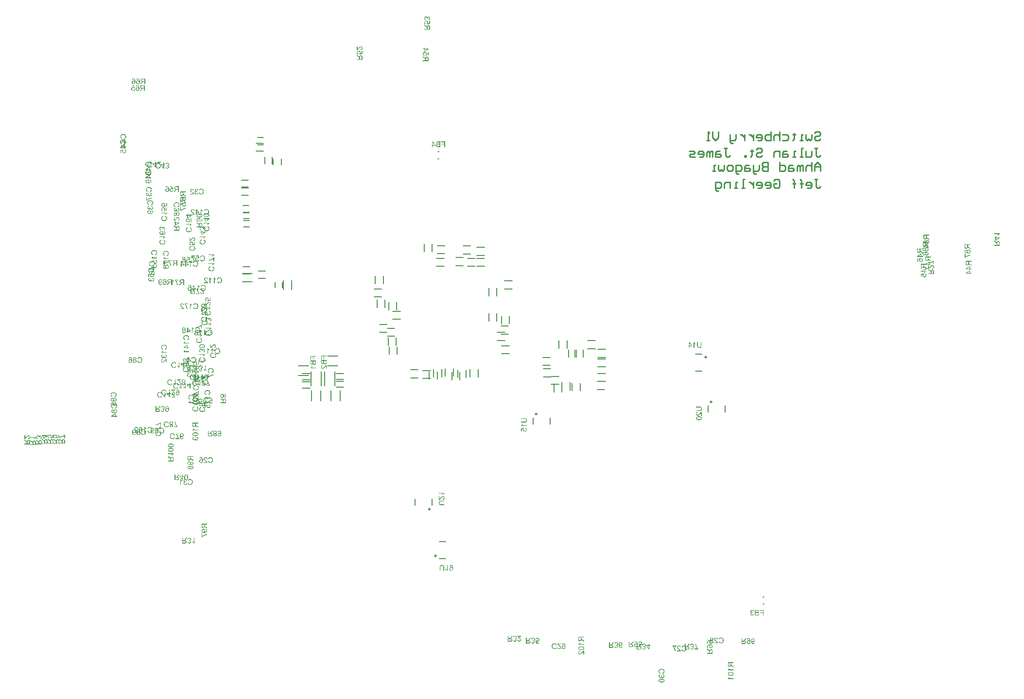
<source format=gbo>
G04*
G04 #@! TF.GenerationSoftware,Altium Limited,Altium Designer,24.9.1 (31)*
G04*
G04 Layer_Color=32896*
%FSLAX44Y44*%
%MOMM*%
G71*
G04*
G04 #@! TF.SameCoordinates,5CB356DA-BA5B-4781-A63E-117D8A58D640*
G04*
G04*
G04 #@! TF.FilePolarity,Positive*
G04*
G01*
G75*
%ADD10C,0.2500*%
%ADD13C,0.2000*%
%ADD16C,0.2540*%
G36*
X-117291Y348364D02*
X-118447D01*
Y353139D01*
X-118853Y352809D01*
X-119285Y352478D01*
X-119717Y352186D01*
X-120123Y351932D01*
X-120301Y351818D01*
X-120479Y351716D01*
X-120631Y351628D01*
X-120758Y351551D01*
X-120860Y351488D01*
X-120949Y351450D01*
X-120999Y351424D01*
X-121012Y351412D01*
X-121584Y351132D01*
X-122142Y350878D01*
X-122676Y350675D01*
X-122917Y350574D01*
X-123158Y350497D01*
X-123374Y350421D01*
X-123565Y350358D01*
X-123730Y350307D01*
X-123882Y350256D01*
X-123997Y350231D01*
X-124086Y350205D01*
X-124136Y350180D01*
X-124162D01*
X-124466Y350104D01*
X-124746Y350040D01*
X-125025Y349977D01*
X-125279Y349926D01*
X-125521Y349888D01*
X-125749Y349850D01*
X-125965Y349824D01*
X-126156Y349799D01*
X-126333Y349773D01*
X-126486Y349761D01*
X-126613Y349748D01*
X-126727D01*
X-126816Y349735D01*
X-126880D01*
X-126918D01*
X-126930D01*
Y350967D01*
X-126397Y351018D01*
X-125902Y351082D01*
X-125673Y351107D01*
X-125444Y351145D01*
X-125241Y351196D01*
X-125051Y351234D01*
X-124873Y351272D01*
X-124720Y351297D01*
X-124581Y351335D01*
X-124466Y351361D01*
X-124378Y351386D01*
X-124301Y351412D01*
X-124263Y351424D01*
X-124251D01*
X-123603Y351628D01*
X-122993Y351856D01*
X-122701Y351970D01*
X-122422Y352085D01*
X-122155Y352199D01*
X-121914Y352313D01*
X-121685Y352415D01*
X-121482Y352517D01*
X-121304Y352593D01*
X-121152Y352669D01*
X-121038Y352733D01*
X-120949Y352783D01*
X-120885Y352809D01*
X-120872Y352821D01*
X-120568Y352999D01*
X-120288Y353164D01*
X-120009Y353329D01*
X-119768Y353494D01*
X-119526Y353660D01*
X-119310Y353812D01*
X-119107Y353952D01*
X-118929Y354091D01*
X-118777Y354218D01*
X-118637Y354333D01*
X-118510Y354434D01*
X-118409Y354510D01*
X-118332Y354587D01*
X-118282Y354637D01*
X-118244Y354663D01*
X-118231Y354676D01*
X-117291D01*
Y348364D01*
D02*
G37*
G36*
Y345255D02*
X-117238Y345263D01*
X-117072Y345288D01*
X-116920Y345301D01*
X-116793Y345314D01*
X-116691Y345326D01*
X-116310D01*
X-116082Y345301D01*
X-115637Y345237D01*
X-115231Y345136D01*
X-115053Y345085D01*
X-114875Y345034D01*
X-114723Y344971D01*
X-114583Y344920D01*
X-114469Y344869D01*
X-114367Y344818D01*
X-114291Y344780D01*
X-114228Y344755D01*
X-114190Y344742D01*
X-114177Y344729D01*
X-113986Y344615D01*
X-113796Y344488D01*
X-113466Y344209D01*
X-113174Y343929D01*
X-112945Y343650D01*
X-112843Y343510D01*
X-112754Y343396D01*
X-112678Y343282D01*
X-112627Y343193D01*
X-112577Y343116D01*
X-112538Y343053D01*
X-112526Y343015D01*
X-112513Y343002D01*
X-112411Y342786D01*
X-112323Y342558D01*
X-112183Y342113D01*
X-112081Y341669D01*
X-112043Y341453D01*
X-112018Y341250D01*
X-111992Y341059D01*
X-111967Y340894D01*
X-111954Y340742D01*
Y340602D01*
X-111942Y340500D01*
Y340411D01*
Y340361D01*
Y340348D01*
X-111967Y339840D01*
X-112018Y339345D01*
X-112056Y339129D01*
X-112107Y338913D01*
X-112145Y338710D01*
X-112196Y338519D01*
X-112246Y338341D01*
X-112284Y338189D01*
X-112335Y338062D01*
X-112373Y337948D01*
X-112399Y337859D01*
X-112424Y337783D01*
X-112450Y337744D01*
Y337732D01*
X-112551Y337516D01*
X-112666Y337300D01*
X-112780Y337109D01*
X-112907Y336932D01*
X-113034Y336754D01*
X-113161Y336601D01*
X-113275Y336462D01*
X-113402Y336347D01*
X-113516Y336233D01*
X-113618Y336132D01*
X-113720Y336055D01*
X-113796Y335992D01*
X-113872Y335928D01*
X-113923Y335890D01*
X-113948Y335877D01*
X-113961Y335865D01*
X-114151Y335751D01*
X-114355Y335662D01*
X-114571Y335573D01*
X-114786Y335496D01*
X-115218Y335382D01*
X-115625Y335306D01*
X-115815Y335281D01*
X-115980Y335268D01*
X-116145Y335255D01*
X-116272Y335243D01*
X-116387Y335230D01*
X-116539D01*
X-116818Y335243D01*
X-117006Y335260D01*
X-117024Y335092D01*
X-117088Y334648D01*
X-117189Y334241D01*
X-117240Y334063D01*
X-117291Y333886D01*
X-117354Y333733D01*
X-117405Y333594D01*
X-117456Y333479D01*
X-117507Y333378D01*
X-117545Y333302D01*
X-117570Y333238D01*
X-117583Y333200D01*
X-117596Y333187D01*
X-117710Y332997D01*
X-117837Y332806D01*
X-118117Y332476D01*
X-118396Y332184D01*
X-118675Y331955D01*
X-118815Y331854D01*
X-118929Y331765D01*
X-119044Y331689D01*
X-119132Y331638D01*
X-119209Y331587D01*
X-119272Y331549D01*
X-119310Y331536D01*
X-119323Y331524D01*
X-119539Y331422D01*
X-119768Y331333D01*
X-120212Y331193D01*
X-120656Y331092D01*
X-120872Y331054D01*
X-121076Y331028D01*
X-121266Y331003D01*
X-121431Y330977D01*
X-121584Y330965D01*
X-121723D01*
X-121825Y330952D01*
X-121914D01*
X-121965D01*
X-121977D01*
X-122485Y330977D01*
X-122981Y331028D01*
X-123196Y331066D01*
X-123412Y331117D01*
X-123616Y331155D01*
X-123806Y331206D01*
X-123984Y331257D01*
X-124136Y331295D01*
X-124263Y331346D01*
X-124378Y331384D01*
X-124466Y331409D01*
X-124543Y331435D01*
X-124581Y331460D01*
X-124593D01*
X-124809Y331562D01*
X-125025Y331676D01*
X-125216Y331790D01*
X-125394Y331917D01*
X-125571Y332044D01*
X-125724Y332171D01*
X-125864Y332285D01*
X-125978Y332412D01*
X-126092Y332527D01*
X-126194Y332628D01*
X-126270Y332730D01*
X-126333Y332806D01*
X-126397Y332882D01*
X-126435Y332933D01*
X-126448Y332959D01*
X-126460Y332971D01*
X-126575Y333162D01*
X-126664Y333365D01*
X-126753Y333581D01*
X-126829Y333797D01*
X-126943Y334229D01*
X-127019Y334635D01*
X-127045Y334826D01*
X-127057Y334991D01*
X-127070Y335156D01*
X-127083Y335283D01*
X-127095Y335397D01*
Y335549D01*
X-127083Y335829D01*
X-127064Y336028D01*
X-127232Y336220D01*
X-127397Y336411D01*
X-127512Y336589D01*
X-127601Y336728D01*
X-127639Y336779D01*
X-127664Y336817D01*
X-127677Y336843D01*
Y336855D01*
X-127817Y337160D01*
X-127918Y337452D01*
X-127982Y337744D01*
X-128033Y337998D01*
X-128058Y338227D01*
X-128071Y338316D01*
X-128083Y338405D01*
Y338468D01*
Y338519D01*
Y338545D01*
Y338557D01*
X-128071Y338811D01*
X-128045Y339053D01*
X-128007Y339281D01*
X-127956Y339510D01*
X-127880Y339713D01*
X-127817Y339891D01*
X-127740Y340069D01*
X-127664Y340221D01*
X-127575Y340361D01*
X-127499Y340488D01*
X-127436Y340589D01*
X-127372Y340678D01*
X-127309Y340754D01*
X-127270Y340805D01*
X-127245Y340830D01*
X-127232Y340843D01*
X-127067Y340996D01*
X-126902Y341135D01*
X-126737Y341250D01*
X-126559Y341364D01*
X-126382Y341440D01*
X-126216Y341516D01*
X-126051Y341580D01*
X-125899Y341618D01*
X-125746Y341656D01*
X-125619Y341681D01*
X-125492Y341707D01*
X-125391Y341720D01*
X-125302Y341732D01*
X-125188D01*
X-124934Y341720D01*
X-124692Y341681D01*
X-124476Y341631D01*
X-124273Y341567D01*
X-124108Y341504D01*
X-123994Y341453D01*
X-123943Y341427D01*
X-123905Y341415D01*
X-123892Y341402D01*
X-123880D01*
X-123651Y341275D01*
X-123448Y341110D01*
X-123270Y340957D01*
X-123118Y340792D01*
X-122991Y340653D01*
X-122902Y340538D01*
X-122851Y340449D01*
X-122825Y340437D01*
Y340691D01*
X-122838Y340945D01*
X-122864Y341186D01*
X-122889Y341402D01*
X-122914Y341605D01*
X-122940Y341783D01*
X-122965Y341961D01*
X-122991Y342113D01*
X-123029Y342240D01*
X-123054Y342355D01*
X-123080Y342456D01*
X-123105Y342545D01*
X-123130Y342608D01*
X-123143Y342647D01*
X-123156Y342672D01*
Y342685D01*
X-123254Y342882D01*
X-123374Y342839D01*
X-123565Y342776D01*
X-123730Y342725D01*
X-123882Y342674D01*
X-123997Y342649D01*
X-124086Y342623D01*
X-124136Y342598D01*
X-124162D01*
X-124466Y342522D01*
X-124746Y342458D01*
X-125025Y342395D01*
X-125279Y342344D01*
X-125521Y342306D01*
X-125749Y342268D01*
X-125965Y342242D01*
X-126156Y342217D01*
X-126333Y342192D01*
X-126486Y342179D01*
X-126613Y342166D01*
X-126727D01*
X-126816Y342153D01*
X-126880D01*
X-126918D01*
X-126930D01*
Y342700D01*
X-127918Y342774D01*
X-127880Y342977D01*
X-127842Y343180D01*
X-127715Y343523D01*
X-127639Y343688D01*
X-127575Y343828D01*
X-127499Y343967D01*
X-127423Y344082D01*
X-127347Y344196D01*
X-127270Y344285D01*
X-127207Y344361D01*
X-127143Y344437D01*
X-127093Y344488D01*
X-127067Y344526D01*
X-127042Y344539D01*
X-127029Y344552D01*
X-126889Y344666D01*
X-126737Y344767D01*
X-126585Y344856D01*
X-126420Y344933D01*
X-126102Y345047D01*
X-125810Y345123D01*
X-125670Y345149D01*
X-125543Y345161D01*
X-125429Y345174D01*
X-125327Y345187D01*
X-125251Y345199D01*
X-125137D01*
X-124858Y345187D01*
X-124591Y345149D01*
X-124337Y345098D01*
X-124095Y345022D01*
X-123880Y344933D01*
X-123676Y344844D01*
X-123486Y344742D01*
X-123321Y344641D01*
X-123181Y344526D01*
X-123041Y344425D01*
X-122927Y344336D01*
X-122902Y344310D01*
X-122701Y344389D01*
X-122422Y344503D01*
X-122155Y344617D01*
X-121914Y344731D01*
X-121685Y344833D01*
X-121482Y344935D01*
X-121304Y345011D01*
X-121152Y345087D01*
X-121038Y345151D01*
X-120949Y345201D01*
X-120885Y345227D01*
X-120872Y345239D01*
X-120568Y345417D01*
X-120288Y345582D01*
X-120009Y345747D01*
X-119768Y345913D01*
X-119526Y346078D01*
X-119310Y346230D01*
X-119107Y346370D01*
X-118929Y346510D01*
X-118777Y346637D01*
X-118637Y346751D01*
X-118510Y346852D01*
X-118409Y346929D01*
X-118332Y347005D01*
X-118282Y347056D01*
X-118244Y347081D01*
X-118231Y347094D01*
X-117291D01*
Y345255D01*
D02*
G37*
G36*
X-145690Y346228D02*
X-145525Y345999D01*
X-145347Y345771D01*
X-145182Y345580D01*
X-145017Y345402D01*
X-144890Y345275D01*
X-144839Y345225D01*
X-144801Y345187D01*
X-144775Y345174D01*
X-144763Y345161D01*
X-144471Y344920D01*
X-144178Y344704D01*
X-143874Y344501D01*
X-143607Y344336D01*
X-143366Y344209D01*
X-143264Y344145D01*
X-143175Y344107D01*
X-143112Y344069D01*
X-143061Y344044D01*
X-143023Y344018D01*
X-143010D01*
Y342850D01*
X-143226Y342939D01*
X-143442Y343040D01*
X-143658Y343142D01*
X-143848Y343243D01*
X-144013Y343332D01*
X-144153Y343409D01*
X-144204Y343434D01*
X-144242Y343459D01*
X-144255Y343472D01*
X-144267D01*
X-144521Y343624D01*
X-144737Y343777D01*
X-144941Y343917D01*
X-145106Y344044D01*
X-145233Y344145D01*
X-145334Y344234D01*
X-145385Y344285D01*
X-145410Y344298D01*
Y341833D01*
X-145216Y341669D01*
X-144923Y341389D01*
X-144695Y341110D01*
X-144593Y340970D01*
X-144504Y340856D01*
X-144428Y340742D01*
X-144377Y340653D01*
X-144327Y340577D01*
X-144289Y340513D01*
X-144276Y340475D01*
X-144263Y340462D01*
X-144162Y340246D01*
X-144073Y340018D01*
X-143933Y339573D01*
X-143831Y339129D01*
X-143793Y338913D01*
X-143768Y338710D01*
X-143742Y338519D01*
X-143717Y338354D01*
X-143704Y338202D01*
Y338062D01*
X-143692Y337960D01*
Y337871D01*
Y337821D01*
Y337808D01*
X-143717Y337300D01*
X-143768Y336805D01*
X-143806Y336589D01*
X-143857Y336373D01*
X-143895Y336170D01*
X-143946Y335979D01*
X-143996Y335801D01*
X-144035Y335649D01*
X-144085Y335522D01*
X-144123Y335408D01*
X-144149Y335319D01*
X-144174Y335243D01*
X-144200Y335204D01*
Y335192D01*
X-144301Y334976D01*
X-144416Y334760D01*
X-144530Y334569D01*
X-144657Y334392D01*
X-144784Y334214D01*
X-144911Y334061D01*
X-145025Y333922D01*
X-145152Y333807D01*
X-145266Y333693D01*
X-145368Y333591D01*
X-145470Y333515D01*
X-145546Y333452D01*
X-145622Y333388D01*
X-145673Y333350D01*
X-145698Y333338D01*
X-145711Y333325D01*
X-145901Y333210D01*
X-146105Y333122D01*
X-146320Y333033D01*
X-146536Y332957D01*
X-146968Y332842D01*
X-147375Y332766D01*
X-147565Y332741D01*
X-147730Y332728D01*
X-147895Y332715D01*
X-148022Y332702D01*
X-148137Y332690D01*
X-148289D01*
X-148568Y332702D01*
X-148835Y332728D01*
X-149089Y332766D01*
X-149330Y332817D01*
X-149559Y332880D01*
X-149775Y332957D01*
X-149965Y333020D01*
X-150156Y333109D01*
X-150308Y333185D01*
X-150448Y333249D01*
X-150575Y333325D01*
X-150677Y333388D01*
X-150765Y333439D01*
X-150816Y333477D01*
X-150854Y333503D01*
X-150867Y333515D01*
X-151058Y333680D01*
X-151235Y333858D01*
X-151400Y334049D01*
X-151540Y334252D01*
X-151680Y334455D01*
X-151794Y334646D01*
X-151909Y334849D01*
X-151997Y335039D01*
X-152086Y335230D01*
X-152150Y335395D01*
X-152213Y335547D01*
X-152264Y335674D01*
X-152289Y335789D01*
X-152315Y335877D01*
X-152340Y335928D01*
Y335941D01*
X-151045Y336271D01*
X-150981Y336043D01*
X-150918Y335839D01*
X-150842Y335649D01*
X-150765Y335458D01*
X-150677Y335293D01*
X-150600Y335141D01*
X-150512Y335001D01*
X-150423Y334887D01*
X-150346Y334773D01*
X-150270Y334684D01*
X-150194Y334595D01*
X-150143Y334531D01*
X-150092Y334481D01*
X-150054Y334442D01*
X-150029Y334430D01*
X-150016Y334417D01*
X-149876Y334303D01*
X-149724Y334214D01*
X-149572Y334125D01*
X-149407Y334061D01*
X-149102Y333947D01*
X-148810Y333871D01*
X-148683Y333845D01*
X-148556Y333833D01*
X-148454Y333820D01*
X-148352Y333807D01*
X-148276Y333795D01*
X-148175D01*
X-147844Y333820D01*
X-147540Y333871D01*
X-147260Y333934D01*
X-147006Y334023D01*
X-146803Y334112D01*
X-146714Y334150D01*
X-146651Y334176D01*
X-146587Y334214D01*
X-146549Y334226D01*
X-146524Y334252D01*
X-146511D01*
X-146244Y334442D01*
X-146016Y334658D01*
X-145825Y334887D01*
X-145660Y335116D01*
X-145533Y335319D01*
X-145495Y335408D01*
X-145457Y335484D01*
X-145419Y335547D01*
X-145393Y335598D01*
X-145381Y335624D01*
Y335636D01*
X-145266Y335992D01*
X-145177Y336373D01*
X-145114Y336728D01*
X-145076Y337071D01*
X-145050Y337224D01*
Y337363D01*
X-145038Y337490D01*
X-145025Y337605D01*
Y337694D01*
Y337757D01*
Y337795D01*
Y337808D01*
X-145038Y338163D01*
X-145076Y338506D01*
X-145127Y338824D01*
X-145177Y339116D01*
X-145203Y339230D01*
X-145228Y339345D01*
X-145254Y339446D01*
X-145279Y339535D01*
X-145304Y339599D01*
X-145317Y339649D01*
X-145330Y339675D01*
Y339688D01*
X-145410Y339897D01*
Y336665D01*
X-146604D01*
Y341271D01*
X-146689Y341313D01*
X-147006Y341453D01*
X-147324Y341554D01*
X-147616Y341618D01*
X-147756Y341631D01*
X-147883Y341656D01*
X-147997Y341669D01*
X-148086D01*
X-148162Y341681D01*
X-148276D01*
X-148632Y341656D01*
X-148949Y341605D01*
X-149229Y341529D01*
X-149470Y341440D01*
X-149661Y341339D01*
X-149737Y341300D01*
X-149800Y341262D01*
X-149851Y341237D01*
X-149889Y341212D01*
X-149902Y341186D01*
X-149915D01*
X-150029Y341085D01*
X-150109Y341013D01*
X-149982Y340818D01*
X-149868Y340551D01*
X-149779Y340297D01*
X-149728Y340043D01*
X-149690Y339814D01*
X-149678Y339726D01*
Y339649D01*
X-149665Y339573D01*
Y339522D01*
Y339497D01*
Y339484D01*
X-149678Y339256D01*
X-149703Y339027D01*
X-149741Y338811D01*
X-149805Y338608D01*
X-149868Y338418D01*
X-149944Y338240D01*
X-150021Y338087D01*
X-150109Y337935D01*
X-150186Y337808D01*
X-150262Y337694D01*
X-150338Y337592D01*
X-150401Y337503D01*
X-150465Y337440D01*
X-150503Y337389D01*
X-150528Y337363D01*
X-150541Y337351D01*
X-150719Y337198D01*
X-150897Y337071D01*
X-151087Y336957D01*
X-151278Y336855D01*
X-151481Y336779D01*
X-151671Y336703D01*
X-152040Y336601D01*
X-152218Y336576D01*
X-152370Y336551D01*
X-152510Y336525D01*
X-152637Y336512D01*
X-152738Y336500D01*
X-152878D01*
X-153145Y336512D01*
X-153386Y336538D01*
X-153575Y336568D01*
X-153547Y336487D01*
X-153496Y336233D01*
X-153458Y336004D01*
X-153445Y335916D01*
Y335839D01*
X-153433Y335763D01*
Y335712D01*
Y335687D01*
Y335674D01*
X-153445Y335446D01*
X-153471Y335217D01*
X-153509Y335001D01*
X-153572Y334798D01*
X-153636Y334608D01*
X-153712Y334430D01*
X-153788Y334277D01*
X-153877Y334125D01*
X-153953Y333998D01*
X-154029Y333884D01*
X-154106Y333782D01*
X-154169Y333693D01*
X-154233Y333630D01*
X-154271Y333579D01*
X-154296Y333553D01*
X-154309Y333541D01*
X-154487Y333388D01*
X-154664Y333261D01*
X-154855Y333147D01*
X-155045Y333045D01*
X-155249Y332969D01*
X-155439Y332893D01*
X-155807Y332791D01*
X-155985Y332766D01*
X-156138Y332741D01*
X-156277Y332715D01*
X-156404Y332702D01*
X-156506Y332690D01*
X-156646D01*
X-156912Y332702D01*
X-157154Y332728D01*
X-157395Y332766D01*
X-157611Y332830D01*
X-157827Y332893D01*
X-158017Y332957D01*
X-158182Y333033D01*
X-158347Y333122D01*
X-158487Y333198D01*
X-158614Y333274D01*
X-158716Y333338D01*
X-158805Y333414D01*
X-158881Y333465D01*
X-158932Y333503D01*
X-158957Y333528D01*
X-158970Y333541D01*
X-159122Y333706D01*
X-159262Y333871D01*
X-159376Y334049D01*
X-159490Y334226D01*
X-159567Y334404D01*
X-159643Y334582D01*
X-159706Y334747D01*
X-159744Y334912D01*
X-159782Y335065D01*
X-159808Y335192D01*
X-159833Y335319D01*
X-159846Y335433D01*
X-159859Y335522D01*
Y335585D01*
Y335624D01*
Y335636D01*
X-159833Y335966D01*
X-159782Y336271D01*
X-159706Y336538D01*
X-159664Y336665D01*
X-162324D01*
X-162361Y336640D01*
X-162538Y336538D01*
X-162716Y336449D01*
X-162881Y336385D01*
X-163046Y336322D01*
X-163199Y336284D01*
X-163351Y336246D01*
X-163478Y336220D01*
X-163605Y336195D01*
X-163707Y336182D01*
X-163796Y336170D01*
X-163910D01*
X-164177Y336182D01*
X-164431Y336220D01*
X-164659Y336284D01*
X-164850Y336347D01*
X-165028Y336411D01*
X-165142Y336474D01*
X-165193Y336487D01*
X-165231Y336512D01*
X-165243Y336525D01*
X-165256D01*
X-165472Y336665D01*
X-165675Y336817D01*
X-165840Y336970D01*
X-165980Y337122D01*
X-166094Y337249D01*
X-166183Y337363D01*
X-166234Y337427D01*
X-166247Y337452D01*
Y337351D01*
Y337275D01*
Y337224D01*
Y337211D01*
X-166234Y336932D01*
X-166221Y336665D01*
X-166196Y336411D01*
X-166158Y336195D01*
X-166120Y336004D01*
X-166107Y335928D01*
X-166094Y335865D01*
X-166082Y335814D01*
Y335776D01*
X-166069Y335751D01*
Y335738D01*
X-166005Y335484D01*
X-165929Y335255D01*
X-165853Y335065D01*
X-165777Y334900D01*
X-165713Y334773D01*
X-165675Y334671D01*
X-165637Y334620D01*
X-165625Y334595D01*
X-165523Y334442D01*
X-165409Y334315D01*
X-165294Y334201D01*
X-165180Y334100D01*
X-165091Y334023D01*
X-165015Y333973D01*
X-164951Y333934D01*
X-164939Y333922D01*
X-164774Y333845D01*
X-164608Y333782D01*
X-164443Y333744D01*
X-164304Y333706D01*
X-164164Y333693D01*
X-164062Y333680D01*
X-163974D01*
X-163745Y333693D01*
X-163529Y333731D01*
X-163351Y333795D01*
X-163199Y333858D01*
X-163072Y333922D01*
X-162983Y333985D01*
X-162932Y334023D01*
X-162907Y334036D01*
X-162767Y334188D01*
X-162653Y334366D01*
X-162551Y334557D01*
X-162488Y334760D01*
X-162424Y334925D01*
X-162386Y335077D01*
X-162373Y335128D01*
Y335166D01*
X-162361Y335192D01*
Y335204D01*
X-161205Y335116D01*
X-161243Y334900D01*
X-161281Y334709D01*
X-161332Y334519D01*
X-161395Y334353D01*
X-161472Y334188D01*
X-161535Y334036D01*
X-161611Y333909D01*
X-161688Y333782D01*
X-161764Y333680D01*
X-161827Y333591D01*
X-161891Y333503D01*
X-161954Y333439D01*
X-162005Y333388D01*
X-162043Y333350D01*
X-162056Y333338D01*
X-162069Y333325D01*
X-162208Y333210D01*
X-162361Y333122D01*
X-162513Y333033D01*
X-162665Y332957D01*
X-162983Y332842D01*
X-163275Y332766D01*
X-163415Y332741D01*
X-163542Y332728D01*
X-163643Y332715D01*
X-163745Y332702D01*
X-163821Y332690D01*
X-163935D01*
X-164139Y332702D01*
X-164329Y332715D01*
X-164685Y332779D01*
X-165002Y332868D01*
X-165282Y332982D01*
X-165396Y333033D01*
X-165510Y333083D01*
X-165599Y333134D01*
X-165675Y333172D01*
X-165739Y333210D01*
X-165777Y333236D01*
X-165802Y333261D01*
X-165815D01*
X-166107Y333503D01*
X-166348Y333769D01*
X-166564Y334049D01*
X-166729Y334328D01*
X-166869Y334569D01*
X-166920Y334671D01*
X-166958Y334773D01*
X-166996Y334849D01*
X-167022Y334900D01*
X-167034Y334938D01*
Y334950D01*
X-167110Y335166D01*
X-167174Y335395D01*
X-167276Y335877D01*
X-167339Y336385D01*
X-167364Y336627D01*
X-167390Y336855D01*
X-167402Y337084D01*
X-167415Y337287D01*
X-167428Y337465D01*
X-167441Y337630D01*
Y337757D01*
Y337859D01*
Y337910D01*
Y337935D01*
Y338265D01*
X-167428Y338570D01*
X-167402Y338849D01*
X-167377Y339116D01*
X-167339Y339370D01*
X-167314Y339586D01*
X-167276Y339789D01*
X-167237Y339980D01*
X-167187Y340145D01*
X-167148Y340284D01*
X-167123Y340399D01*
X-167085Y340500D01*
X-167060Y340577D01*
X-167034Y340640D01*
X-167022Y340665D01*
Y340678D01*
X-166856Y341021D01*
X-166666Y341313D01*
X-166463Y341554D01*
X-166272Y341770D01*
X-166094Y341923D01*
X-165955Y342050D01*
X-165904Y342088D01*
X-165866Y342113D01*
X-165840Y342139D01*
X-165828D01*
X-165523Y342316D01*
X-165218Y342443D01*
X-164926Y342532D01*
X-164659Y342596D01*
X-164431Y342634D01*
X-164329Y342647D01*
X-164253D01*
X-164177Y342659D01*
X-164088D01*
X-163846Y342647D01*
X-163618Y342621D01*
X-163389Y342570D01*
X-163264Y342539D01*
X-163279Y342570D01*
X-163292Y342596D01*
X-163368Y342812D01*
X-163432Y343015D01*
X-163470Y343218D01*
X-163508Y343383D01*
X-163521Y343536D01*
X-163533Y343650D01*
Y343726D01*
Y343751D01*
X-163521Y343967D01*
X-163495Y344171D01*
X-163457Y344361D01*
X-163406Y344539D01*
X-163267Y344869D01*
X-163203Y345022D01*
X-163127Y345149D01*
X-163038Y345275D01*
X-162974Y345377D01*
X-162898Y345466D01*
X-162835Y345542D01*
X-162784Y345606D01*
X-162746Y345644D01*
X-162721Y345669D01*
X-162708Y345682D01*
X-162543Y345822D01*
X-162378Y345936D01*
X-162200Y346050D01*
X-162009Y346139D01*
X-161819Y346215D01*
X-161641Y346279D01*
X-161285Y346368D01*
X-161120Y346406D01*
X-160968Y346431D01*
X-160828Y346444D01*
X-160701Y346457D01*
X-160612Y346469D01*
X-160473D01*
X-160219Y346457D01*
X-159977Y346444D01*
X-159749Y346406D01*
X-159545Y346355D01*
X-159342Y346304D01*
X-159164Y346241D01*
X-158999Y346177D01*
X-158847Y346114D01*
X-158707Y346037D01*
X-158593Y345974D01*
X-158491Y345910D01*
X-158403Y345860D01*
X-158339Y345809D01*
X-158288Y345771D01*
X-158263Y345758D01*
X-158250Y345745D01*
X-158098Y345606D01*
X-157971Y345453D01*
X-157856Y345288D01*
X-157755Y345110D01*
X-157666Y344945D01*
X-157590Y344767D01*
X-157475Y344425D01*
X-157425Y344272D01*
X-157387Y344120D01*
X-157361Y343993D01*
X-157336Y343879D01*
X-157323Y343777D01*
Y343713D01*
X-157310Y343663D01*
Y343650D01*
X-158542Y343523D01*
X-158568Y343853D01*
X-158618Y344132D01*
X-158707Y344374D01*
X-158809Y344590D01*
X-158898Y344742D01*
X-158987Y344869D01*
X-159038Y344933D01*
X-159063Y344958D01*
X-159266Y345136D01*
X-159495Y345263D01*
X-159736Y345352D01*
X-159952Y345415D01*
X-160142Y345453D01*
X-160231Y345466D01*
X-160308D01*
X-160358Y345479D01*
X-160447D01*
X-160739Y345453D01*
X-161006Y345402D01*
X-161235Y345326D01*
X-161425Y345237D01*
X-161577Y345136D01*
X-161692Y345060D01*
X-161755Y345009D01*
X-161781Y344983D01*
X-161959Y344793D01*
X-162085Y344590D01*
X-162174Y344399D01*
X-162238Y344209D01*
X-162276Y344044D01*
X-162289Y343904D01*
X-162301Y343853D01*
Y343828D01*
Y343802D01*
Y343790D01*
Y343663D01*
X-162276Y343536D01*
X-162213Y343269D01*
X-162124Y343028D01*
X-162022Y342812D01*
X-161908Y342621D01*
X-161857Y342545D01*
X-161819Y342469D01*
X-161781Y342418D01*
X-161755Y342380D01*
X-161743Y342355D01*
X-161730Y342342D01*
X-161616Y342189D01*
X-161476Y342037D01*
X-161324Y341872D01*
X-161158Y341694D01*
X-160803Y341351D01*
X-160447Y341021D01*
X-160282Y340869D01*
X-160117Y340729D01*
X-159965Y340602D01*
X-159838Y340488D01*
X-159736Y340399D01*
X-159647Y340335D01*
X-159596Y340284D01*
X-159584Y340272D01*
X-159461Y340170D01*
X-159452Y340297D01*
X-159427Y340488D01*
X-159389Y340665D01*
X-159338Y340843D01*
X-159211Y341148D01*
X-159071Y341415D01*
X-158995Y341516D01*
X-158932Y341618D01*
X-158855Y341707D01*
X-158805Y341783D01*
X-158754Y341834D01*
X-158716Y341872D01*
X-158690Y341897D01*
X-158678Y341910D01*
X-158525Y342037D01*
X-158373Y342164D01*
X-158195Y342253D01*
X-158030Y342342D01*
X-157852Y342418D01*
X-157687Y342481D01*
X-157357Y342570D01*
X-157204Y342596D01*
X-157065Y342621D01*
X-156938Y342634D01*
X-156836Y342647D01*
X-156747Y342659D01*
X-156620D01*
X-156392Y342647D01*
X-156163Y342634D01*
X-155960Y342596D01*
X-155769Y342545D01*
X-155591Y342494D01*
X-155414Y342431D01*
X-155261Y342355D01*
X-155134Y342291D01*
X-155007Y342228D01*
X-154893Y342151D01*
X-154804Y342088D01*
X-154728Y342037D01*
X-154664Y341986D01*
X-154626Y341961D01*
X-154601Y341935D01*
X-154588Y341923D01*
X-154509Y341844D01*
X-154478Y341859D01*
X-154402Y341897D01*
X-154339Y341923D01*
X-154288Y341935D01*
X-154262Y341948D01*
X-154250D01*
X-154504Y342062D01*
X-154719Y342189D01*
X-154910Y342316D01*
X-155062Y342443D01*
X-155177Y342558D01*
X-155266Y342647D01*
X-155316Y342697D01*
X-155329Y342723D01*
X-155456Y342926D01*
X-155545Y343129D01*
X-155609Y343320D01*
X-155647Y343510D01*
X-155685Y343675D01*
X-155697Y343802D01*
Y343853D01*
Y343891D01*
Y343904D01*
Y343917D01*
X-155685Y344107D01*
X-155659Y344298D01*
X-155621Y344475D01*
X-155570Y344653D01*
X-155443Y344958D01*
X-155304Y345225D01*
X-155227Y345326D01*
X-155164Y345428D01*
X-155088Y345517D01*
X-155037Y345593D01*
X-154986Y345644D01*
X-154948Y345682D01*
X-154923Y345707D01*
X-154910Y345720D01*
X-154758Y345847D01*
X-154605Y345974D01*
X-154427Y346063D01*
X-154262Y346152D01*
X-154085Y346228D01*
X-153919Y346292D01*
X-153589Y346380D01*
X-153437Y346406D01*
X-153297Y346431D01*
X-153170Y346444D01*
X-153069Y346457D01*
X-152980Y346469D01*
X-152853D01*
X-152624Y346457D01*
X-152395Y346444D01*
X-152192Y346406D01*
X-152002Y346355D01*
X-151824Y346304D01*
X-151646Y346241D01*
X-151494Y346165D01*
X-151367Y346101D01*
X-151240Y346037D01*
X-151125Y345961D01*
X-151037Y345898D01*
X-150960Y345847D01*
X-150897Y345796D01*
X-150859Y345771D01*
X-150833Y345745D01*
X-150821Y345733D01*
X-150681Y345593D01*
X-150567Y345453D01*
X-150465Y345301D01*
X-150376Y345149D01*
X-150313Y344996D01*
X-150249Y344844D01*
X-150160Y344564D01*
X-150097Y344323D01*
X-150084Y344209D01*
X-150071Y344120D01*
X-150059Y344044D01*
Y343993D01*
Y343955D01*
Y343942D01*
X-150071Y343688D01*
X-150109Y343459D01*
X-150173Y343256D01*
X-150236Y343078D01*
X-150300Y342939D01*
X-150363Y342824D01*
X-150401Y342761D01*
X-150414Y342735D01*
X-150567Y342558D01*
X-150732Y342393D01*
X-150922Y342266D01*
X-151100Y342151D01*
X-151265Y342062D01*
X-151392Y341999D01*
X-151443Y341973D01*
X-151481Y341961D01*
X-151506Y341948D01*
X-151519D01*
X-151202Y341847D01*
X-151057Y341777D01*
X-151007Y341821D01*
X-150931Y341897D01*
X-150867Y341961D01*
X-150804Y341999D01*
X-150778Y342024D01*
X-150765Y342037D01*
X-150575Y342164D01*
X-150372Y342291D01*
X-150169Y342380D01*
X-149965Y342469D01*
X-149749Y342545D01*
X-149546Y342608D01*
X-149165Y342697D01*
X-148988Y342723D01*
X-148822Y342748D01*
X-148670Y342761D01*
X-148543Y342774D01*
X-148441Y342786D01*
X-148060D01*
X-147832Y342761D01*
X-147387Y342697D01*
X-146981Y342596D01*
X-146803Y342545D01*
X-146625Y342494D01*
X-146604Y342485D01*
Y346469D01*
X-145829D01*
X-145690Y346228D01*
D02*
G37*
G36*
X-136482Y346571D02*
X-136038Y346507D01*
X-135631Y346406D01*
X-135454Y346355D01*
X-135276Y346304D01*
X-135123Y346241D01*
X-134984Y346190D01*
X-134869Y346139D01*
X-134768Y346088D01*
X-134692Y346050D01*
X-134628Y346025D01*
X-134590Y346012D01*
X-134577Y345999D01*
X-134387Y345885D01*
X-134196Y345758D01*
X-133866Y345479D01*
X-133574Y345199D01*
X-133412Y345001D01*
X-133176Y345072D01*
X-132909Y345136D01*
X-132681Y345174D01*
X-132579Y345187D01*
X-132503D01*
X-132427Y345199D01*
X-132338D01*
X-132097Y345187D01*
X-131868Y345161D01*
X-131639Y345110D01*
X-131436Y345060D01*
X-131246Y344983D01*
X-131068Y344907D01*
X-130890Y344831D01*
X-130750Y344742D01*
X-130611Y344653D01*
X-130484Y344577D01*
X-130382Y344501D01*
X-130293Y344425D01*
X-130230Y344374D01*
X-130179Y344323D01*
X-130153Y344298D01*
X-130141Y344285D01*
X-129988Y344107D01*
X-129861Y343929D01*
X-129747Y343726D01*
X-129645Y343536D01*
X-129557Y343332D01*
X-129493Y343129D01*
X-129391Y342748D01*
X-129353Y342583D01*
X-129328Y342418D01*
X-129303Y342266D01*
X-129290Y342139D01*
X-129277Y342037D01*
Y341961D01*
Y341910D01*
Y341897D01*
X-129290Y341631D01*
X-129315Y341389D01*
X-129353Y341148D01*
X-129404Y340932D01*
X-129468Y340729D01*
X-129544Y340538D01*
X-129620Y340361D01*
X-129696Y340208D01*
X-129772Y340069D01*
X-129849Y339941D01*
X-129925Y339827D01*
X-129988Y339751D01*
X-130039Y339675D01*
X-130077Y339624D01*
X-130103Y339599D01*
X-130115Y339586D01*
X-130280Y339434D01*
X-130445Y339294D01*
X-130611Y339179D01*
X-130788Y339078D01*
X-130966Y338989D01*
X-131131Y338926D01*
X-131296Y338862D01*
X-131449Y338824D01*
X-131601Y338786D01*
X-131728Y338760D01*
X-131855Y338735D01*
X-131957Y338722D01*
X-132046Y338710D01*
X-132160D01*
X-132427Y338722D01*
X-132681Y338760D01*
X-132909Y338824D01*
X-132930Y338831D01*
X-132952Y338786D01*
X-133066Y338570D01*
X-133180Y338379D01*
X-133307Y338202D01*
X-133434Y338024D01*
X-133561Y337871D01*
X-133676Y337732D01*
X-133803Y337617D01*
X-133917Y337503D01*
X-134011Y337408D01*
X-133963Y337313D01*
X-133925Y337211D01*
X-133887Y337160D01*
X-133875Y337135D01*
X-133773Y336982D01*
X-133659Y336855D01*
X-133544Y336741D01*
X-133430Y336640D01*
X-133341Y336563D01*
X-133265Y336512D01*
X-133201Y336474D01*
X-133189Y336462D01*
X-133024Y336385D01*
X-132858Y336322D01*
X-132693Y336284D01*
X-132554Y336246D01*
X-132414Y336233D01*
X-132312Y336220D01*
X-132224D01*
X-131995Y336233D01*
X-131779Y336271D01*
X-131601Y336335D01*
X-131449Y336398D01*
X-131322Y336462D01*
X-131233Y336525D01*
X-131182Y336563D01*
X-131157Y336576D01*
X-131017Y336728D01*
X-130903Y336906D01*
X-130801Y337097D01*
X-130738Y337300D01*
X-130674Y337465D01*
X-130636Y337617D01*
X-130623Y337668D01*
Y337706D01*
X-130611Y337732D01*
Y337744D01*
X-129455Y337655D01*
X-129493Y337440D01*
X-129531Y337249D01*
X-129582Y337059D01*
X-129645Y336894D01*
X-129722Y336728D01*
X-129785Y336576D01*
X-129861Y336449D01*
X-129937Y336322D01*
X-130014Y336220D01*
X-130077Y336132D01*
X-130141Y336043D01*
X-130204Y335979D01*
X-130255Y335928D01*
X-130293Y335890D01*
X-130306Y335877D01*
X-130318Y335865D01*
X-130458Y335751D01*
X-130611Y335662D01*
X-130763Y335573D01*
X-130915Y335496D01*
X-131233Y335382D01*
X-131525Y335306D01*
X-131665Y335281D01*
X-131792Y335268D01*
X-131893Y335255D01*
X-131995Y335243D01*
X-132071Y335230D01*
X-132185D01*
X-132389Y335243D01*
X-132579Y335255D01*
X-132935Y335319D01*
X-133252Y335408D01*
X-133532Y335522D01*
X-133646Y335573D01*
X-133760Y335624D01*
X-133849Y335674D01*
X-133925Y335712D01*
X-133989Y335751D01*
X-134027Y335776D01*
X-134052Y335801D01*
X-134065D01*
X-134357Y336043D01*
X-134598Y336309D01*
X-134814Y336589D01*
X-134966Y336845D01*
X-134971Y336843D01*
X-135187Y336767D01*
X-135619Y336652D01*
X-136025Y336576D01*
X-136216Y336551D01*
X-136381Y336538D01*
X-136546Y336525D01*
X-136673Y336512D01*
X-136787Y336500D01*
X-136939D01*
X-137219Y336512D01*
X-137486Y336538D01*
X-137740Y336576D01*
X-137981Y336627D01*
X-138209Y336690D01*
X-138425Y336767D01*
X-138616Y336830D01*
X-138806Y336919D01*
X-138959Y336995D01*
X-139099Y337059D01*
X-139226Y337135D01*
X-139327Y337198D01*
X-139416Y337249D01*
X-139467Y337287D01*
X-139505Y337313D01*
X-139518Y337325D01*
X-139708Y337490D01*
X-139886Y337668D01*
X-140051Y337859D01*
X-140191Y338062D01*
X-140330Y338265D01*
X-140445Y338456D01*
X-140559Y338659D01*
X-140648Y338849D01*
X-140737Y339040D01*
X-140800Y339205D01*
X-140864Y339357D01*
X-140915Y339484D01*
X-140940Y339599D01*
X-140965Y339688D01*
X-140991Y339738D01*
Y339751D01*
X-139695Y340081D01*
X-139632Y339853D01*
X-139568Y339649D01*
X-139492Y339459D01*
X-139416Y339268D01*
X-139327Y339103D01*
X-139251Y338951D01*
X-139162Y338811D01*
X-139073Y338697D01*
X-138997Y338583D01*
X-138921Y338494D01*
X-138844Y338405D01*
X-138794Y338341D01*
X-138743Y338290D01*
X-138705Y338252D01*
X-138679Y338240D01*
X-138667Y338227D01*
X-138527Y338113D01*
X-138375Y338024D01*
X-138222Y337935D01*
X-138057Y337871D01*
X-137752Y337757D01*
X-137460Y337681D01*
X-137333Y337655D01*
X-137206Y337643D01*
X-137105Y337630D01*
X-137003Y337617D01*
X-136927Y337605D01*
X-136825D01*
X-136495Y337630D01*
X-136190Y337681D01*
X-135911Y337744D01*
X-135657Y337833D01*
X-135454Y337922D01*
X-135424Y337935D01*
X-135526Y338418D01*
X-135589Y338926D01*
X-135614Y339167D01*
X-135640Y339395D01*
X-135653Y339624D01*
X-135665Y339827D01*
X-135678Y340005D01*
X-135691Y340170D01*
Y340297D01*
Y340399D01*
Y340449D01*
Y340475D01*
Y340805D01*
X-135678Y341110D01*
X-135653Y341389D01*
X-135627Y341656D01*
X-135589Y341910D01*
X-135564Y342126D01*
X-135526Y342329D01*
X-135487Y342520D01*
X-135437Y342685D01*
X-135399Y342824D01*
X-135373Y342939D01*
X-135335Y343040D01*
X-135310Y343116D01*
X-135284Y343180D01*
X-135272Y343205D01*
Y343218D01*
X-135106Y343561D01*
X-134916Y343853D01*
X-134713Y344094D01*
X-134522Y344310D01*
X-134456Y344367D01*
X-134628Y344564D01*
X-134781Y344729D01*
X-134908Y344844D01*
X-134958Y344894D01*
X-134996Y344920D01*
X-135022Y344945D01*
X-135035D01*
X-135187Y345047D01*
X-135339Y345123D01*
X-135657Y345263D01*
X-135974Y345364D01*
X-136266Y345428D01*
X-136406Y345441D01*
X-136533Y345466D01*
X-136647Y345479D01*
X-136736D01*
X-136812Y345491D01*
X-136927D01*
X-137282Y345466D01*
X-137600Y345415D01*
X-137879Y345339D01*
X-138121Y345250D01*
X-138311Y345149D01*
X-138387Y345110D01*
X-138451Y345072D01*
X-138502Y345047D01*
X-138540Y345022D01*
X-138552Y344996D01*
X-138565D01*
X-138679Y344894D01*
X-138794Y344793D01*
X-138997Y344552D01*
X-139162Y344298D01*
X-139302Y344044D01*
X-139416Y343815D01*
X-139454Y343713D01*
X-139492Y343624D01*
X-139518Y343548D01*
X-139543Y343498D01*
X-139556Y343459D01*
Y343447D01*
X-140826Y343751D01*
X-140750Y343993D01*
X-140648Y344234D01*
X-140546Y344450D01*
X-140432Y344653D01*
X-140318Y344831D01*
X-140203Y345009D01*
X-140089Y345161D01*
X-139975Y345301D01*
X-139860Y345428D01*
X-139759Y345542D01*
X-139657Y345631D01*
X-139581Y345707D01*
X-139518Y345771D01*
X-139454Y345809D01*
X-139429Y345834D01*
X-139416Y345847D01*
X-139226Y345974D01*
X-139022Y346101D01*
X-138819Y346190D01*
X-138616Y346279D01*
X-138400Y346355D01*
X-138197Y346418D01*
X-137816Y346507D01*
X-137638Y346533D01*
X-137473Y346558D01*
X-137320Y346571D01*
X-137193Y346584D01*
X-137092Y346596D01*
X-136711D01*
X-136482Y346571D01*
D02*
G37*
G36*
X-52709Y352878D02*
X-57040D01*
Y351202D01*
X-57027Y351062D01*
Y350935D01*
X-57014Y350833D01*
X-57002Y350757D01*
Y350706D01*
X-56989Y350681D01*
Y350668D01*
X-56913Y350452D01*
X-56874Y350351D01*
X-56824Y350262D01*
X-56786Y350186D01*
X-56747Y350135D01*
X-56735Y350097D01*
X-56722Y350084D01*
X-56633Y349970D01*
X-56544Y349855D01*
X-56430Y349741D01*
X-56316Y349640D01*
X-56227Y349551D01*
X-56138Y349487D01*
X-56087Y349436D01*
X-56062Y349424D01*
X-55871Y349271D01*
X-55655Y349119D01*
X-55439Y348966D01*
X-55223Y348814D01*
X-55033Y348687D01*
X-54944Y348624D01*
X-54868Y348573D01*
X-54817Y348535D01*
X-54766Y348509D01*
X-54741Y348484D01*
X-54728D01*
X-52709Y347201D01*
Y345576D01*
X-55350Y347265D01*
X-55630Y347455D01*
X-55884Y347646D01*
X-56112Y347823D01*
X-56290Y347989D01*
X-56443Y348141D01*
X-56557Y348243D01*
X-56620Y348319D01*
X-56646Y348331D01*
Y348344D01*
X-56735Y348459D01*
X-56824Y348573D01*
X-56989Y348827D01*
X-57052Y348941D01*
X-57103Y349030D01*
X-57129Y349094D01*
X-57141Y349119D01*
X-57179Y348865D01*
X-57230Y348624D01*
X-57294Y348408D01*
X-57357Y348204D01*
X-57433Y348014D01*
X-57509Y347836D01*
X-57586Y347684D01*
X-57662Y347544D01*
X-57738Y347430D01*
X-57814Y347328D01*
X-57878Y347239D01*
X-57929Y347163D01*
X-57979Y347112D01*
X-58018Y347062D01*
X-58030Y347049D01*
X-58043Y347036D01*
X-58183Y346922D01*
X-58322Y346808D01*
X-58475Y346719D01*
X-58614Y346642D01*
X-58906Y346528D01*
X-59186Y346452D01*
X-59427Y346401D01*
X-59529Y346388D01*
X-59618Y346376D01*
X-59694Y346363D01*
X-59745D01*
X-59783D01*
X-59795D01*
X-60088Y346376D01*
X-60367Y346427D01*
X-60621Y346490D01*
X-60837Y346566D01*
X-61015Y346642D01*
X-61154Y346706D01*
X-61205Y346731D01*
X-61243Y346757D01*
X-61256Y346769D01*
X-61269D01*
X-61497Y346935D01*
X-61701Y347112D01*
X-61866Y347290D01*
X-61993Y347468D01*
X-62094Y347620D01*
X-62158Y347747D01*
X-62183Y347798D01*
X-62196Y347836D01*
X-62208Y347849D01*
Y347862D01*
X-62259Y347989D01*
X-62297Y348141D01*
X-62361Y348459D01*
X-62412Y348789D01*
X-62437Y349106D01*
X-62450Y349259D01*
X-62463Y349398D01*
Y349513D01*
X-62475Y349627D01*
Y354174D01*
X-52709D01*
Y352878D01*
D02*
G37*
G36*
X-58983Y343683D02*
X-59084Y343467D01*
X-59186Y343251D01*
X-59288Y343061D01*
X-59376Y342896D01*
X-59453Y342756D01*
X-59478Y342705D01*
X-59503Y342667D01*
X-59516Y342655D01*
Y342642D01*
X-59668Y342388D01*
X-59821Y342172D01*
X-59961Y341969D01*
X-60088Y341804D01*
X-60189Y341677D01*
X-60278Y341575D01*
X-60329Y341524D01*
X-60342Y341499D01*
X-52709D01*
Y340305D01*
X-62513D01*
Y341080D01*
X-62272Y341219D01*
X-62043Y341385D01*
X-61815Y341562D01*
X-61624Y341727D01*
X-61446Y341893D01*
X-61319Y342020D01*
X-61269Y342070D01*
X-61231Y342108D01*
X-61218Y342134D01*
X-61205Y342147D01*
X-60964Y342439D01*
X-60748Y342731D01*
X-60545Y343036D01*
X-60380Y343302D01*
X-60253Y343544D01*
X-60189Y343645D01*
X-60151Y343734D01*
X-60113Y343798D01*
X-60088Y343848D01*
X-60062Y343886D01*
Y343899D01*
X-58894D01*
X-58983Y343683D01*
D02*
G37*
G36*
X-57027Y337219D02*
X-56557Y337194D01*
X-56138Y337143D01*
X-55744Y337079D01*
X-55376Y337016D01*
X-55058Y336927D01*
X-54766Y336838D01*
X-54500Y336749D01*
X-54271Y336660D01*
X-54081Y336584D01*
X-53915Y336495D01*
X-53776Y336432D01*
X-53674Y336368D01*
X-53611Y336317D01*
X-53560Y336292D01*
X-53547Y336279D01*
X-53369Y336114D01*
X-53217Y335949D01*
X-53077Y335771D01*
X-52963Y335593D01*
X-52874Y335403D01*
X-52785Y335212D01*
X-52722Y335035D01*
X-52671Y334857D01*
X-52633Y334692D01*
X-52595Y334539D01*
X-52569Y334412D01*
X-52557Y334285D01*
Y334196D01*
X-52544Y334120D01*
Y334057D01*
X-52557Y333866D01*
X-52569Y333676D01*
X-52633Y333333D01*
X-52722Y333028D01*
X-52836Y332774D01*
X-52887Y332660D01*
X-52937Y332571D01*
X-52988Y332482D01*
X-53026Y332418D01*
X-53064Y332368D01*
X-53090Y332317D01*
X-53115Y332304D01*
Y332291D01*
X-53344Y332037D01*
X-53611Y331822D01*
X-53877Y331644D01*
X-54144Y331491D01*
X-54373Y331377D01*
X-54474Y331326D01*
X-54563Y331288D01*
X-54639Y331263D01*
X-54690Y331237D01*
X-54728Y331225D01*
X-54741D01*
X-54944Y331161D01*
X-55160Y331110D01*
X-55617Y331021D01*
X-56087Y330958D01*
X-56532Y330907D01*
X-56735Y330894D01*
X-56925Y330882D01*
X-57090D01*
X-57230Y330869D01*
X-57357D01*
X-57446D01*
X-57497D01*
X-57522D01*
X-57789D01*
X-58043Y330882D01*
X-58271Y330894D01*
X-58487Y330907D01*
X-58703Y330920D01*
X-58881Y330945D01*
X-59059Y330958D01*
X-59211Y330983D01*
X-59351Y331009D01*
X-59478Y331021D01*
X-59580Y331047D01*
X-59668Y331059D01*
X-59732Y331072D01*
X-59783Y331085D01*
X-59808Y331098D01*
X-59821D01*
X-60126Y331186D01*
X-60418Y331275D01*
X-60659Y331377D01*
X-60875Y331479D01*
X-61053Y331567D01*
X-61180Y331631D01*
X-61218Y331656D01*
X-61256Y331682D01*
X-61269Y331694D01*
X-61281D01*
X-61497Y331847D01*
X-61675Y332012D01*
X-61828Y332177D01*
X-61967Y332329D01*
X-62069Y332469D01*
X-62132Y332571D01*
X-62183Y332647D01*
X-62196Y332660D01*
Y332672D01*
X-62297Y332901D01*
X-62374Y333142D01*
X-62437Y333371D01*
X-62475Y333587D01*
X-62501Y333777D01*
Y333853D01*
X-62513Y333930D01*
Y334247D01*
X-62488Y334438D01*
X-62424Y334781D01*
X-62336Y335085D01*
X-62234Y335339D01*
X-62170Y335454D01*
X-62120Y335543D01*
X-62069Y335631D01*
X-62031Y335695D01*
X-61993Y335746D01*
X-61967Y335784D01*
X-61954Y335809D01*
X-61942Y335822D01*
X-61713Y336063D01*
X-61446Y336279D01*
X-61167Y336457D01*
X-60913Y336609D01*
X-60672Y336724D01*
X-60570Y336774D01*
X-60481Y336813D01*
X-60405Y336838D01*
X-60354Y336863D01*
X-60316Y336876D01*
X-60304D01*
X-60100Y336940D01*
X-59884Y336990D01*
X-59427Y337079D01*
X-58957Y337143D01*
X-58513Y337181D01*
X-58310Y337206D01*
X-58119D01*
X-57954Y337219D01*
X-57814Y337232D01*
X-57687D01*
X-57598D01*
X-57548D01*
X-57522D01*
X-57027Y337219D01*
D02*
G37*
G36*
X-55071Y329624D02*
X-54855Y329574D01*
X-54665Y329523D01*
X-54474Y329447D01*
X-54296Y329370D01*
X-54131Y329294D01*
X-53979Y329205D01*
X-53839Y329129D01*
X-53725Y329040D01*
X-53611Y328964D01*
X-53522Y328888D01*
X-53446Y328824D01*
X-53382Y328761D01*
X-53344Y328723D01*
X-53319Y328697D01*
X-53306Y328685D01*
X-53166Y328520D01*
X-53052Y328354D01*
X-52950Y328177D01*
X-52861Y327986D01*
X-52798Y327808D01*
X-52734Y327631D01*
X-52645Y327300D01*
X-52607Y327148D01*
X-52582Y326996D01*
X-52569Y326869D01*
X-52557Y326767D01*
X-52544Y326678D01*
Y326551D01*
X-52557Y326284D01*
X-52582Y326043D01*
X-52620Y325802D01*
X-52684Y325586D01*
X-52747Y325370D01*
X-52823Y325179D01*
X-52899Y325002D01*
X-52988Y324837D01*
X-53064Y324697D01*
X-53141Y324570D01*
X-53217Y324455D01*
X-53280Y324367D01*
X-53344Y324290D01*
X-53382Y324240D01*
X-53407Y324214D01*
X-53420Y324202D01*
X-53585Y324036D01*
X-53763Y323897D01*
X-53953Y323770D01*
X-54131Y323655D01*
X-54322Y323567D01*
X-54500Y323490D01*
X-54677Y323427D01*
X-54843Y323376D01*
X-54995Y323338D01*
X-55135Y323312D01*
X-55262Y323287D01*
X-55376Y323274D01*
X-55465Y323262D01*
X-55541D01*
X-55579D01*
X-55592D01*
X-55935Y323287D01*
X-56227Y323338D01*
X-56494Y323414D01*
X-56722Y323503D01*
X-56913Y323592D01*
X-56976Y323630D01*
X-57040Y323668D01*
X-57090Y323694D01*
X-57129Y323719D01*
X-57141Y323744D01*
X-57154D01*
X-57370Y323935D01*
X-57548Y324163D01*
X-57700Y324379D01*
X-57814Y324595D01*
X-57891Y324786D01*
X-57929Y324875D01*
X-57954Y324951D01*
X-57967Y325002D01*
X-57979Y325052D01*
X-57992Y325078D01*
Y325090D01*
X-58119Y324862D01*
X-58246Y324659D01*
X-58386Y324481D01*
X-58526Y324341D01*
X-58640Y324227D01*
X-58729Y324151D01*
X-58792Y324100D01*
X-58818Y324087D01*
X-59021Y323973D01*
X-59224Y323884D01*
X-59415Y323833D01*
X-59592Y323782D01*
X-59745Y323757D01*
X-59872Y323744D01*
X-59948D01*
X-59961D01*
X-59973D01*
X-60215Y323757D01*
X-60443Y323795D01*
X-60659Y323859D01*
X-60850Y323922D01*
X-61002Y323998D01*
X-61129Y324049D01*
X-61205Y324100D01*
X-61218Y324113D01*
X-61231D01*
X-61446Y324252D01*
X-61624Y324417D01*
X-61789Y324595D01*
X-61929Y324760D01*
X-62031Y324913D01*
X-62107Y325027D01*
X-62132Y325078D01*
X-62158Y325116D01*
X-62170Y325129D01*
Y325141D01*
X-62285Y325395D01*
X-62374Y325649D01*
X-62424Y325891D01*
X-62475Y326119D01*
X-62501Y326310D01*
Y326399D01*
X-62513Y326462D01*
Y326602D01*
X-62501Y326818D01*
X-62488Y327021D01*
X-62412Y327402D01*
X-62297Y327732D01*
X-62234Y327872D01*
X-62183Y328012D01*
X-62120Y328126D01*
X-62056Y328240D01*
X-61993Y328329D01*
X-61942Y328405D01*
X-61904Y328469D01*
X-61866Y328507D01*
X-61853Y328532D01*
X-61840Y328545D01*
X-61713Y328685D01*
X-61574Y328812D01*
X-61269Y329027D01*
X-60964Y329193D01*
X-60672Y329332D01*
X-60532Y329383D01*
X-60405Y329421D01*
X-60278Y329459D01*
X-60189Y329485D01*
X-60100Y329510D01*
X-60037Y329523D01*
X-59999Y329535D01*
X-59986D01*
X-59770Y328342D01*
X-60075Y328278D01*
X-60342Y328202D01*
X-60570Y328100D01*
X-60748Y327999D01*
X-60900Y327910D01*
X-61002Y327834D01*
X-61053Y327783D01*
X-61078Y327757D01*
X-61231Y327567D01*
X-61332Y327377D01*
X-61408Y327173D01*
X-61472Y326996D01*
X-61497Y326830D01*
X-61510Y326691D01*
X-61523Y326640D01*
Y326576D01*
X-61510Y326322D01*
X-61459Y326106D01*
X-61383Y325903D01*
X-61307Y325738D01*
X-61218Y325611D01*
X-61154Y325510D01*
X-61104Y325459D01*
X-61078Y325433D01*
X-60913Y325281D01*
X-60723Y325167D01*
X-60545Y325090D01*
X-60380Y325027D01*
X-60227Y325002D01*
X-60113Y324989D01*
X-60024Y324976D01*
X-60011D01*
X-59999D01*
X-59846Y324989D01*
X-59707Y325002D01*
X-59453Y325078D01*
X-59237Y325167D01*
X-59059Y325281D01*
X-58932Y325395D01*
X-58830Y325497D01*
X-58780Y325573D01*
X-58754Y325586D01*
Y325598D01*
X-58627Y325827D01*
X-58526Y326068D01*
X-58462Y326297D01*
X-58411Y326513D01*
X-58386Y326691D01*
X-58373Y326843D01*
X-58360Y326894D01*
Y327034D01*
X-58373Y327097D01*
X-58386Y327135D01*
Y327161D01*
X-57332Y327300D01*
X-57370Y327122D01*
X-57408Y326957D01*
X-57433Y326805D01*
X-57446Y326678D01*
X-57459Y326589D01*
Y326449D01*
X-57433Y326145D01*
X-57370Y325878D01*
X-57294Y325649D01*
X-57192Y325446D01*
X-57090Y325294D01*
X-57014Y325179D01*
X-56951Y325103D01*
X-56925Y325078D01*
X-56824Y324976D01*
X-56709Y324900D01*
X-56494Y324760D01*
X-56265Y324659D01*
X-56049Y324595D01*
X-55858Y324557D01*
X-55770Y324544D01*
X-55706D01*
X-55643Y324532D01*
X-55605D01*
X-55579D01*
X-55566D01*
X-55414D01*
X-55262Y324557D01*
X-54982Y324621D01*
X-54728Y324722D01*
X-54525Y324824D01*
X-54347Y324925D01*
X-54220Y325027D01*
X-54182Y325065D01*
X-54144Y325090D01*
X-54131Y325103D01*
X-54119Y325116D01*
X-54017Y325230D01*
X-53928Y325345D01*
X-53776Y325586D01*
X-53674Y325827D01*
X-53611Y326056D01*
X-53560Y326246D01*
X-53547Y326335D01*
Y326411D01*
X-53534Y326462D01*
Y326551D01*
X-53560Y326805D01*
X-53611Y327046D01*
X-53674Y327249D01*
X-53763Y327427D01*
X-53839Y327580D01*
X-53915Y327681D01*
X-53966Y327745D01*
X-53979Y327770D01*
X-54068Y327859D01*
X-54169Y327935D01*
X-54411Y328075D01*
X-54652Y328202D01*
X-54893Y328291D01*
X-55122Y328367D01*
X-55211Y328392D01*
X-55300Y328418D01*
X-55363Y328431D01*
X-55414Y328443D01*
X-55452Y328456D01*
X-55465D01*
X-55300Y329650D01*
X-55071Y329624D01*
D02*
G37*
G36*
X619500Y-20180D02*
X615169D01*
Y-21857D01*
X615182Y-21996D01*
Y-22123D01*
X615194Y-22225D01*
X615207Y-22301D01*
Y-22352D01*
X615220Y-22377D01*
Y-22390D01*
X615296Y-22606D01*
X615334Y-22708D01*
X615385Y-22796D01*
X615423Y-22873D01*
X615461Y-22924D01*
X615474Y-22962D01*
X615486Y-22974D01*
X615575Y-23089D01*
X615664Y-23203D01*
X615779Y-23317D01*
X615893Y-23419D01*
X615982Y-23508D01*
X616071Y-23571D01*
X616121Y-23622D01*
X616147Y-23635D01*
X616337Y-23787D01*
X616553Y-23939D01*
X616769Y-24092D01*
X616985Y-24244D01*
X617175Y-24371D01*
X617264Y-24435D01*
X617341Y-24486D01*
X617391Y-24524D01*
X617442Y-24549D01*
X617468Y-24574D01*
X617480D01*
X619500Y-25857D01*
Y-27483D01*
X616858Y-25794D01*
X616579Y-25603D01*
X616325Y-25413D01*
X616096Y-25235D01*
X615918Y-25070D01*
X615766Y-24917D01*
X615652Y-24816D01*
X615588Y-24740D01*
X615563Y-24727D01*
Y-24714D01*
X615474Y-24600D01*
X615385Y-24486D01*
X615220Y-24232D01*
X615156Y-24117D01*
X615105Y-24028D01*
X615080Y-23965D01*
X615067Y-23939D01*
X615029Y-24193D01*
X614978Y-24435D01*
X614915Y-24651D01*
X614851Y-24854D01*
X614775Y-25044D01*
X614699Y-25222D01*
X614623Y-25375D01*
X614547Y-25514D01*
X614470Y-25629D01*
X614394Y-25730D01*
X614331Y-25819D01*
X614280Y-25895D01*
X614229Y-25946D01*
X614191Y-25997D01*
X614178Y-26010D01*
X614166Y-26022D01*
X614026Y-26137D01*
X613886Y-26251D01*
X613734Y-26340D01*
X613594Y-26416D01*
X613302Y-26530D01*
X613023Y-26607D01*
X612781Y-26657D01*
X612680Y-26670D01*
X612591Y-26683D01*
X612515Y-26695D01*
X612464D01*
X612426D01*
X612413D01*
X612121Y-26683D01*
X611842Y-26632D01*
X611587Y-26568D01*
X611372Y-26492D01*
X611194Y-26416D01*
X611054Y-26353D01*
X611003Y-26327D01*
X610965Y-26302D01*
X610952Y-26289D01*
X610940D01*
X610711Y-26124D01*
X610508Y-25946D01*
X610343Y-25768D01*
X610216Y-25591D01*
X610114Y-25438D01*
X610051Y-25311D01*
X610025Y-25260D01*
X610013Y-25222D01*
X610000Y-25210D01*
Y-25197D01*
X609949Y-25070D01*
X609911Y-24917D01*
X609848Y-24600D01*
X609797Y-24270D01*
X609771Y-23952D01*
X609759Y-23800D01*
X609746Y-23660D01*
Y-23546D01*
X609733Y-23431D01*
Y-18885D01*
X619500D01*
Y-20180D01*
D02*
G37*
G36*
X613226Y-29375D02*
X613124Y-29591D01*
X613023Y-29807D01*
X612921Y-29997D01*
X612832Y-30162D01*
X612756Y-30302D01*
X612730Y-30353D01*
X612705Y-30391D01*
X612692Y-30404D01*
Y-30417D01*
X612540Y-30670D01*
X612388Y-30886D01*
X612248Y-31090D01*
X612121Y-31255D01*
X612019Y-31382D01*
X611930Y-31483D01*
X611880Y-31534D01*
X611867Y-31560D01*
X619500D01*
Y-32753D01*
X609695D01*
Y-31979D01*
X609936Y-31839D01*
X610165Y-31674D01*
X610394Y-31496D01*
X610584Y-31331D01*
X610762Y-31166D01*
X610889Y-31039D01*
X610940Y-30988D01*
X610978Y-30950D01*
X610991Y-30924D01*
X611003Y-30912D01*
X611245Y-30620D01*
X611460Y-30328D01*
X611664Y-30023D01*
X611829Y-29756D01*
X611956Y-29515D01*
X612019Y-29413D01*
X612057Y-29324D01*
X612095Y-29261D01*
X612121Y-29210D01*
X612146Y-29172D01*
Y-29159D01*
X613315D01*
X613226Y-29375D01*
D02*
G37*
G36*
X615182Y-35839D02*
X615652Y-35865D01*
X616071Y-35916D01*
X616464Y-35979D01*
X616833Y-36043D01*
X617150Y-36131D01*
X617442Y-36220D01*
X617709Y-36309D01*
X617938Y-36398D01*
X618128Y-36474D01*
X618293Y-36563D01*
X618433Y-36627D01*
X618534Y-36690D01*
X618598Y-36741D01*
X618649Y-36767D01*
X618661Y-36779D01*
X618839Y-36944D01*
X618992Y-37109D01*
X619131Y-37287D01*
X619246Y-37465D01*
X619334Y-37655D01*
X619423Y-37846D01*
X619487Y-38024D01*
X619538Y-38202D01*
X619576Y-38367D01*
X619614Y-38519D01*
X619639Y-38646D01*
X619652Y-38773D01*
Y-38862D01*
X619665Y-38938D01*
Y-39002D01*
X619652Y-39192D01*
X619639Y-39383D01*
X619576Y-39726D01*
X619487Y-40030D01*
X619373Y-40284D01*
X619322Y-40399D01*
X619271Y-40488D01*
X619220Y-40577D01*
X619182Y-40640D01*
X619144Y-40691D01*
X619119Y-40742D01*
X619093Y-40754D01*
Y-40767D01*
X618865Y-41021D01*
X618598Y-41237D01*
X618331Y-41415D01*
X618064Y-41567D01*
X617836Y-41681D01*
X617734Y-41732D01*
X617645Y-41770D01*
X617569Y-41796D01*
X617518Y-41821D01*
X617480Y-41834D01*
X617468D01*
X617264Y-41897D01*
X617048Y-41948D01*
X616591Y-42037D01*
X616121Y-42101D01*
X615677Y-42151D01*
X615474Y-42164D01*
X615283Y-42177D01*
X615118D01*
X614978Y-42189D01*
X614851D01*
X614762D01*
X614712D01*
X614686D01*
X614420D01*
X614166Y-42177D01*
X613937Y-42164D01*
X613721Y-42151D01*
X613505Y-42139D01*
X613327Y-42113D01*
X613150Y-42101D01*
X612997Y-42075D01*
X612858Y-42050D01*
X612730Y-42037D01*
X612629Y-42012D01*
X612540Y-41999D01*
X612477Y-41986D01*
X612426Y-41974D01*
X612400Y-41961D01*
X612388D01*
X612083Y-41872D01*
X611791Y-41783D01*
X611549Y-41681D01*
X611334Y-41580D01*
X611156Y-41491D01*
X611029Y-41427D01*
X610991Y-41402D01*
X610952Y-41377D01*
X610940Y-41364D01*
X610927D01*
X610711Y-41212D01*
X610533Y-41046D01*
X610381Y-40881D01*
X610241Y-40729D01*
X610140Y-40589D01*
X610076Y-40488D01*
X610025Y-40411D01*
X610013Y-40399D01*
Y-40386D01*
X609911Y-40157D01*
X609835Y-39916D01*
X609771Y-39688D01*
X609733Y-39472D01*
X609708Y-39281D01*
Y-39205D01*
X609695Y-39129D01*
Y-38811D01*
X609721Y-38621D01*
X609784Y-38278D01*
X609873Y-37973D01*
X609975Y-37719D01*
X610038Y-37605D01*
X610089Y-37516D01*
X610140Y-37427D01*
X610178Y-37363D01*
X610216Y-37313D01*
X610241Y-37274D01*
X610254Y-37249D01*
X610267Y-37236D01*
X610495Y-36995D01*
X610762Y-36779D01*
X611041Y-36601D01*
X611295Y-36449D01*
X611537Y-36335D01*
X611638Y-36284D01*
X611727Y-36246D01*
X611803Y-36220D01*
X611854Y-36195D01*
X611892Y-36182D01*
X611905D01*
X612108Y-36119D01*
X612324Y-36068D01*
X612781Y-35979D01*
X613251Y-35916D01*
X613696Y-35877D01*
X613899Y-35852D01*
X614089D01*
X614254Y-35839D01*
X614394Y-35827D01*
X614521D01*
X614610D01*
X614661D01*
X614686D01*
X615182Y-35839D01*
D02*
G37*
G36*
X619500Y-49695D02*
X618344D01*
Y-44894D01*
X618115Y-45060D01*
X618001Y-45149D01*
X617912Y-45225D01*
X617823Y-45301D01*
X617760Y-45352D01*
X617722Y-45390D01*
X617709Y-45402D01*
X617645Y-45466D01*
X617556Y-45555D01*
X617468Y-45644D01*
X617379Y-45745D01*
X617175Y-45974D01*
X616972Y-46215D01*
X616782Y-46431D01*
X616693Y-46533D01*
X616617Y-46609D01*
X616566Y-46685D01*
X616515Y-46736D01*
X616490Y-46774D01*
X616477Y-46787D01*
X616274Y-47015D01*
X616083Y-47244D01*
X615918Y-47435D01*
X615753Y-47625D01*
X615601Y-47790D01*
X615448Y-47943D01*
X615321Y-48082D01*
X615207Y-48197D01*
X615105Y-48311D01*
X615017Y-48400D01*
X614940Y-48476D01*
X614877Y-48539D01*
X614826Y-48577D01*
X614788Y-48616D01*
X614775Y-48641D01*
X614762D01*
X614534Y-48832D01*
X614305Y-48997D01*
X614102Y-49136D01*
X613924Y-49251D01*
X613785Y-49339D01*
X613670Y-49390D01*
X613594Y-49428D01*
X613569Y-49441D01*
X613353Y-49517D01*
X613150Y-49581D01*
X612946Y-49619D01*
X612781Y-49657D01*
X612629Y-49670D01*
X612515Y-49682D01*
X612438D01*
X612413D01*
X612197Y-49670D01*
X611994Y-49644D01*
X611803Y-49606D01*
X611626Y-49555D01*
X611295Y-49416D01*
X611143Y-49352D01*
X611016Y-49276D01*
X610889Y-49187D01*
X610787Y-49124D01*
X610699Y-49047D01*
X610622Y-48984D01*
X610559Y-48933D01*
X610521Y-48895D01*
X610495Y-48870D01*
X610483Y-48857D01*
X610343Y-48692D01*
X610229Y-48527D01*
X610114Y-48349D01*
X610025Y-48158D01*
X609949Y-47968D01*
X609886Y-47790D01*
X609797Y-47435D01*
X609759Y-47269D01*
X609733Y-47117D01*
X609721Y-46977D01*
X609708Y-46850D01*
X609695Y-46761D01*
Y-46622D01*
X609708Y-46368D01*
X609721Y-46126D01*
X609759Y-45898D01*
X609809Y-45695D01*
X609860Y-45491D01*
X609924Y-45314D01*
X609987Y-45149D01*
X610051Y-44996D01*
X610127Y-44856D01*
X610191Y-44742D01*
X610254Y-44640D01*
X610305Y-44552D01*
X610356Y-44488D01*
X610394Y-44437D01*
X610406Y-44412D01*
X610419Y-44399D01*
X610559Y-44247D01*
X610711Y-44120D01*
X610876Y-44005D01*
X611054Y-43904D01*
X611219Y-43815D01*
X611397Y-43739D01*
X611740Y-43625D01*
X611892Y-43574D01*
X612045Y-43536D01*
X612172Y-43510D01*
X612286Y-43485D01*
X612388Y-43472D01*
X612451D01*
X612502Y-43459D01*
X612515D01*
X612642Y-44691D01*
X612311Y-44717D01*
X612032Y-44767D01*
X611791Y-44856D01*
X611575Y-44958D01*
X611422Y-45047D01*
X611295Y-45136D01*
X611232Y-45187D01*
X611207Y-45212D01*
X611029Y-45415D01*
X610902Y-45644D01*
X610813Y-45885D01*
X610749Y-46101D01*
X610711Y-46291D01*
X610699Y-46380D01*
Y-46457D01*
X610686Y-46507D01*
Y-46596D01*
X610711Y-46888D01*
X610762Y-47155D01*
X610838Y-47384D01*
X610927Y-47574D01*
X611029Y-47727D01*
X611105Y-47841D01*
X611156Y-47904D01*
X611181Y-47930D01*
X611372Y-48108D01*
X611575Y-48235D01*
X611765Y-48323D01*
X611956Y-48387D01*
X612121Y-48425D01*
X612261Y-48438D01*
X612311Y-48450D01*
X612337D01*
X612362D01*
X612375D01*
X612502D01*
X612629Y-48425D01*
X612896Y-48362D01*
X613137Y-48273D01*
X613353Y-48171D01*
X613543Y-48057D01*
X613619Y-48006D01*
X613696Y-47968D01*
X613746Y-47930D01*
X613785Y-47904D01*
X613810Y-47892D01*
X613823Y-47879D01*
X613975Y-47765D01*
X614128Y-47625D01*
X614293Y-47473D01*
X614470Y-47308D01*
X614813Y-46952D01*
X615144Y-46596D01*
X615296Y-46431D01*
X615436Y-46266D01*
X615563Y-46114D01*
X615677Y-45987D01*
X615766Y-45885D01*
X615829Y-45796D01*
X615880Y-45745D01*
X615893Y-45733D01*
X616198Y-45364D01*
X616477Y-45047D01*
X616731Y-44780D01*
X616947Y-44564D01*
X617125Y-44387D01*
X617264Y-44260D01*
X617315Y-44221D01*
X617353Y-44183D01*
X617366Y-44171D01*
X617379Y-44158D01*
X617620Y-43967D01*
X617849Y-43802D01*
X618064Y-43675D01*
X618268Y-43561D01*
X618433Y-43472D01*
X618560Y-43421D01*
X618611Y-43396D01*
X618649Y-43383D01*
X618661Y-43370D01*
X618674D01*
X618826Y-43320D01*
X618966Y-43282D01*
X619106Y-43256D01*
X619233Y-43243D01*
X619347Y-43231D01*
X619423D01*
X619474D01*
X619500D01*
Y-49695D01*
D02*
G37*
G36*
X879911Y-64869D02*
X875580D01*
Y-66546D01*
X875593Y-66685D01*
Y-66812D01*
X875606Y-66914D01*
X875619Y-66990D01*
Y-67041D01*
X875631Y-67066D01*
Y-67079D01*
X875707Y-67295D01*
X875745Y-67396D01*
X875796Y-67485D01*
X875834Y-67562D01*
X875872Y-67612D01*
X875885Y-67650D01*
X875898Y-67663D01*
X875987Y-67778D01*
X876076Y-67892D01*
X876190Y-68006D01*
X876304Y-68108D01*
X876393Y-68197D01*
X876482Y-68260D01*
X876533Y-68311D01*
X876558Y-68324D01*
X876749Y-68476D01*
X876965Y-68628D01*
X877181Y-68781D01*
X877396Y-68933D01*
X877587Y-69060D01*
X877676Y-69124D01*
X877752Y-69174D01*
X877803Y-69213D01*
X877854Y-69238D01*
X877879Y-69263D01*
X877892D01*
X879911Y-70546D01*
Y-72172D01*
X877270Y-70483D01*
X876990Y-70292D01*
X876736Y-70102D01*
X876507Y-69924D01*
X876330Y-69759D01*
X876177Y-69606D01*
X876063Y-69505D01*
X876000Y-69429D01*
X875974Y-69416D01*
Y-69403D01*
X875885Y-69289D01*
X875796Y-69174D01*
X875631Y-68920D01*
X875568Y-68806D01*
X875517Y-68717D01*
X875491Y-68654D01*
X875479Y-68628D01*
X875441Y-68882D01*
X875390Y-69124D01*
X875326Y-69340D01*
X875263Y-69543D01*
X875187Y-69733D01*
X875110Y-69911D01*
X875034Y-70064D01*
X874958Y-70203D01*
X874882Y-70318D01*
X874806Y-70419D01*
X874742Y-70508D01*
X874691Y-70584D01*
X874641Y-70635D01*
X874603Y-70686D01*
X874590Y-70698D01*
X874577Y-70711D01*
X874437Y-70826D01*
X874298Y-70940D01*
X874145Y-71029D01*
X874006Y-71105D01*
X873714Y-71219D01*
X873434Y-71295D01*
X873193Y-71346D01*
X873091Y-71359D01*
X873002Y-71372D01*
X872926Y-71384D01*
X872875D01*
X872837D01*
X872824D01*
X872532Y-71372D01*
X872253Y-71321D01*
X871999Y-71257D01*
X871783Y-71181D01*
X871605Y-71105D01*
X871466Y-71041D01*
X871415Y-71016D01*
X871377Y-70991D01*
X871364Y-70978D01*
X871351D01*
X871123Y-70813D01*
X870919Y-70635D01*
X870754Y-70457D01*
X870627Y-70279D01*
X870526Y-70127D01*
X870462Y-70000D01*
X870437Y-69949D01*
X870424Y-69911D01*
X870412Y-69898D01*
Y-69886D01*
X870361Y-69759D01*
X870323Y-69606D01*
X870259Y-69289D01*
X870208Y-68959D01*
X870183Y-68641D01*
X870170Y-68489D01*
X870157Y-68349D01*
Y-68235D01*
X870145Y-68120D01*
Y-63574D01*
X879911D01*
Y-64869D01*
D02*
G37*
G36*
X873637Y-74064D02*
X873536Y-74280D01*
X873434Y-74496D01*
X873333Y-74686D01*
X873244Y-74851D01*
X873167Y-74991D01*
X873142Y-75042D01*
X873117Y-75080D01*
X873104Y-75093D01*
Y-75105D01*
X872952Y-75359D01*
X872799Y-75575D01*
X872659Y-75778D01*
X872532Y-75944D01*
X872431Y-76071D01*
X872342Y-76172D01*
X872291Y-76223D01*
X872278Y-76248D01*
X879911D01*
Y-77442D01*
X870107D01*
Y-76667D01*
X870348Y-76528D01*
X870577Y-76363D01*
X870805Y-76185D01*
X870996Y-76020D01*
X871173Y-75855D01*
X871301Y-75728D01*
X871351Y-75677D01*
X871389Y-75639D01*
X871402Y-75613D01*
X871415Y-75601D01*
X871656Y-75309D01*
X871872Y-75016D01*
X872075Y-74712D01*
X872240Y-74445D01*
X872367Y-74204D01*
X872431Y-74102D01*
X872469Y-74013D01*
X872507Y-73950D01*
X872532Y-73899D01*
X872558Y-73861D01*
Y-73848D01*
X873726D01*
X873637Y-74064D01*
D02*
G37*
G36*
X875593Y-80528D02*
X876063Y-80554D01*
X876482Y-80604D01*
X876876Y-80668D01*
X877244Y-80731D01*
X877562Y-80820D01*
X877854Y-80909D01*
X878120Y-80998D01*
X878349Y-81087D01*
X878540Y-81163D01*
X878705Y-81252D01*
X878844Y-81316D01*
X878946Y-81379D01*
X879009Y-81430D01*
X879060Y-81455D01*
X879073Y-81468D01*
X879251Y-81633D01*
X879403Y-81798D01*
X879543Y-81976D01*
X879657Y-82154D01*
X879746Y-82344D01*
X879835Y-82535D01*
X879898Y-82713D01*
X879949Y-82891D01*
X879987Y-83056D01*
X880025Y-83208D01*
X880051Y-83335D01*
X880063Y-83462D01*
Y-83551D01*
X880076Y-83627D01*
Y-83691D01*
X880063Y-83881D01*
X880051Y-84072D01*
X879987Y-84415D01*
X879898Y-84719D01*
X879784Y-84973D01*
X879733Y-85088D01*
X879682Y-85176D01*
X879632Y-85265D01*
X879594Y-85329D01*
X879556Y-85380D01*
X879530Y-85430D01*
X879505Y-85443D01*
Y-85456D01*
X879276Y-85710D01*
X879009Y-85926D01*
X878743Y-86104D01*
X878476Y-86256D01*
X878247Y-86370D01*
X878146Y-86421D01*
X878057Y-86459D01*
X877981Y-86485D01*
X877930Y-86510D01*
X877892Y-86523D01*
X877879D01*
X877676Y-86586D01*
X877460Y-86637D01*
X877003Y-86726D01*
X876533Y-86789D01*
X876088Y-86840D01*
X875885Y-86853D01*
X875695Y-86866D01*
X875530D01*
X875390Y-86878D01*
X875263D01*
X875174D01*
X875123D01*
X875098D01*
X874831D01*
X874577Y-86866D01*
X874349Y-86853D01*
X874133Y-86840D01*
X873917Y-86827D01*
X873739Y-86802D01*
X873561Y-86789D01*
X873409Y-86764D01*
X873269Y-86739D01*
X873142Y-86726D01*
X873040Y-86700D01*
X872952Y-86688D01*
X872888Y-86675D01*
X872837Y-86662D01*
X872812Y-86650D01*
X872799D01*
X872494Y-86561D01*
X872202Y-86472D01*
X871961Y-86370D01*
X871745Y-86269D01*
X871567Y-86180D01*
X871440Y-86116D01*
X871402Y-86091D01*
X871364Y-86066D01*
X871351Y-86053D01*
X871339D01*
X871123Y-85900D01*
X870945Y-85735D01*
X870792Y-85570D01*
X870653Y-85418D01*
X870551Y-85278D01*
X870488Y-85176D01*
X870437Y-85100D01*
X870424Y-85088D01*
Y-85075D01*
X870323Y-84846D01*
X870246Y-84605D01*
X870183Y-84376D01*
X870145Y-84160D01*
X870119Y-83970D01*
Y-83894D01*
X870107Y-83818D01*
Y-83500D01*
X870132Y-83310D01*
X870196Y-82967D01*
X870285Y-82662D01*
X870386Y-82408D01*
X870450Y-82294D01*
X870500Y-82205D01*
X870551Y-82116D01*
X870589Y-82052D01*
X870627Y-82001D01*
X870653Y-81963D01*
X870666Y-81938D01*
X870678Y-81925D01*
X870907Y-81684D01*
X871173Y-81468D01*
X871453Y-81290D01*
X871707Y-81138D01*
X871948Y-81024D01*
X872050Y-80973D01*
X872139Y-80935D01*
X872215Y-80909D01*
X872266Y-80884D01*
X872304Y-80871D01*
X872317D01*
X872520Y-80808D01*
X872736Y-80757D01*
X873193Y-80668D01*
X873663Y-80604D01*
X874107Y-80566D01*
X874310Y-80541D01*
X874501D01*
X874666Y-80528D01*
X874806Y-80516D01*
X874933D01*
X875022D01*
X875072D01*
X875098D01*
X875593Y-80528D01*
D02*
G37*
G36*
X873637Y-89228D02*
X873536Y-89444D01*
X873434Y-89660D01*
X873333Y-89850D01*
X873244Y-90015D01*
X873167Y-90155D01*
X873142Y-90206D01*
X873117Y-90244D01*
X873104Y-90257D01*
Y-90269D01*
X872952Y-90523D01*
X872799Y-90739D01*
X872659Y-90942D01*
X872532Y-91107D01*
X872431Y-91234D01*
X872342Y-91336D01*
X872291Y-91387D01*
X872278Y-91412D01*
X879911D01*
Y-92606D01*
X870107D01*
Y-91831D01*
X870348Y-91692D01*
X870577Y-91526D01*
X870805Y-91349D01*
X870996Y-91184D01*
X871173Y-91018D01*
X871301Y-90892D01*
X871351Y-90841D01*
X871389Y-90803D01*
X871402Y-90777D01*
X871415Y-90765D01*
X871656Y-90472D01*
X871872Y-90180D01*
X872075Y-89875D01*
X872240Y-89609D01*
X872367Y-89368D01*
X872431Y-89266D01*
X872469Y-89177D01*
X872507Y-89114D01*
X872532Y-89063D01*
X872558Y-89025D01*
Y-89012D01*
X873726D01*
X873637Y-89228D01*
D02*
G37*
G36*
X-99816Y317691D02*
X-99587Y317678D01*
X-99371Y317665D01*
X-99155Y317652D01*
X-98977Y317627D01*
X-98800Y317614D01*
X-98647Y317589D01*
X-98508Y317563D01*
X-98381Y317551D01*
X-98279Y317525D01*
X-98190Y317513D01*
X-98127Y317500D01*
X-98076Y317487D01*
X-98050Y317475D01*
X-98038D01*
X-97733Y317386D01*
X-97441Y317297D01*
X-97199Y317195D01*
X-96984Y317094D01*
X-96806Y317005D01*
X-96679Y316941D01*
X-96641Y316916D01*
X-96603Y316890D01*
X-96590Y316878D01*
X-96577D01*
X-96361Y316725D01*
X-96184Y316560D01*
X-96031Y316395D01*
X-95891Y316243D01*
X-95790Y316103D01*
X-95726Y316001D01*
X-95675Y315925D01*
X-95663Y315912D01*
Y315900D01*
X-95561Y315671D01*
X-95485Y315430D01*
X-95421Y315201D01*
X-95383Y314985D01*
X-95358Y314795D01*
Y314719D01*
X-95345Y314643D01*
Y314325D01*
X-95371Y314135D01*
X-95434Y313792D01*
X-95523Y313487D01*
X-95625Y313233D01*
X-95688Y313118D01*
X-95739Y313030D01*
X-95790Y312941D01*
X-95828Y312877D01*
X-95866Y312826D01*
X-95891Y312788D01*
X-95904Y312763D01*
X-95917Y312750D01*
X-96145Y312509D01*
X-96412Y312293D01*
X-96692Y312115D01*
X-96945Y311963D01*
X-97187Y311849D01*
X-97288Y311798D01*
X-97377Y311760D01*
X-97453Y311734D01*
X-97504Y311709D01*
X-97542Y311696D01*
X-97555D01*
X-97758Y311633D01*
X-97974Y311582D01*
X-98431Y311493D01*
X-98901Y311429D01*
X-99346Y311391D01*
X-99549Y311366D01*
X-99740D01*
X-99905Y311353D01*
X-100044Y311341D01*
X-100171D01*
X-100260D01*
X-100311D01*
X-100336D01*
X-100832Y311353D01*
X-101302Y311379D01*
X-101721Y311429D01*
X-102114Y311493D01*
X-102483Y311556D01*
X-102800Y311645D01*
X-103092Y311734D01*
X-103359Y311823D01*
X-103588Y311912D01*
X-103778Y311988D01*
X-103943Y312077D01*
X-104083Y312141D01*
X-104185Y312204D01*
X-104248Y312255D01*
X-104299Y312280D01*
X-104312Y312293D01*
X-104489Y312458D01*
X-104642Y312623D01*
X-104781Y312801D01*
X-104896Y312979D01*
X-104985Y313169D01*
X-105073Y313360D01*
X-105137Y313538D01*
X-105188Y313715D01*
X-105226Y313881D01*
X-105264Y314033D01*
X-105289Y314160D01*
X-105302Y314287D01*
Y314376D01*
X-105315Y314452D01*
Y314515D01*
X-105302Y314706D01*
X-105289Y314897D01*
X-105226Y315239D01*
X-105137Y315544D01*
X-105023Y315798D01*
X-104972Y315912D01*
X-104921Y316001D01*
X-104870Y316090D01*
X-104832Y316154D01*
X-104794Y316205D01*
X-104769Y316255D01*
X-104743Y316268D01*
Y316281D01*
X-104515Y316535D01*
X-104248Y316751D01*
X-103981Y316929D01*
X-103715Y317081D01*
X-103486Y317195D01*
X-103384Y317246D01*
X-103295Y317284D01*
X-103219Y317309D01*
X-103168Y317335D01*
X-103130Y317348D01*
X-103118D01*
X-102914Y317411D01*
X-102699Y317462D01*
X-102241Y317551D01*
X-101771Y317614D01*
X-101327Y317665D01*
X-101124Y317678D01*
X-100933Y317691D01*
X-100768D01*
X-100628Y317703D01*
X-100501D01*
X-100413D01*
X-100362D01*
X-100336D01*
X-100070D01*
X-99816Y317691D01*
D02*
G37*
G36*
Y310109D02*
X-99587Y310096D01*
X-99371Y310083D01*
X-99155Y310070D01*
X-98977Y310045D01*
X-98800Y310032D01*
X-98647Y310007D01*
X-98508Y309982D01*
X-98381Y309969D01*
X-98279Y309944D01*
X-98190Y309931D01*
X-98127Y309918D01*
X-98076Y309905D01*
X-98050Y309893D01*
X-98038D01*
X-97733Y309804D01*
X-97441Y309715D01*
X-97199Y309613D01*
X-96984Y309512D01*
X-96806Y309423D01*
X-96679Y309359D01*
X-96641Y309334D01*
X-96603Y309308D01*
X-96590Y309296D01*
X-96577D01*
X-96361Y309143D01*
X-96184Y308978D01*
X-96031Y308813D01*
X-95891Y308661D01*
X-95790Y308521D01*
X-95726Y308419D01*
X-95675Y308343D01*
X-95663Y308331D01*
Y308318D01*
X-95561Y308089D01*
X-95485Y307848D01*
X-95421Y307619D01*
X-95383Y307404D01*
X-95358Y307213D01*
Y307137D01*
X-95345Y307061D01*
Y306743D01*
X-95371Y306553D01*
X-95434Y306210D01*
X-95523Y305905D01*
X-95625Y305651D01*
X-95688Y305537D01*
X-95739Y305448D01*
X-95790Y305359D01*
X-95828Y305295D01*
X-95866Y305245D01*
X-95891Y305206D01*
X-95904Y305181D01*
X-95917Y305168D01*
X-96145Y304927D01*
X-96412Y304711D01*
X-96692Y304533D01*
X-96945Y304381D01*
X-97187Y304267D01*
X-97288Y304216D01*
X-97377Y304178D01*
X-97453Y304152D01*
X-97504Y304127D01*
X-97542Y304114D01*
X-97555D01*
X-97758Y304051D01*
X-97974Y304000D01*
X-98431Y303911D01*
X-98901Y303848D01*
X-99346Y303809D01*
X-99549Y303784D01*
X-99740D01*
X-99905Y303771D01*
X-100044Y303759D01*
X-100171D01*
X-100260D01*
X-100311D01*
X-100336D01*
X-100832Y303771D01*
X-101302Y303797D01*
X-101721Y303848D01*
X-102114Y303911D01*
X-102483Y303974D01*
X-102800Y304063D01*
X-103092Y304152D01*
X-103359Y304241D01*
X-103588Y304330D01*
X-103778Y304406D01*
X-103943Y304495D01*
X-104083Y304559D01*
X-104185Y304622D01*
X-104248Y304673D01*
X-104299Y304698D01*
X-104312Y304711D01*
X-104489Y304876D01*
X-104642Y305041D01*
X-104781Y305219D01*
X-104896Y305397D01*
X-104985Y305587D01*
X-105073Y305778D01*
X-105137Y305956D01*
X-105188Y306133D01*
X-105226Y306299D01*
X-105264Y306451D01*
X-105289Y306578D01*
X-105302Y306705D01*
Y306794D01*
X-105315Y306870D01*
Y306934D01*
X-105302Y307124D01*
X-105289Y307315D01*
X-105226Y307658D01*
X-105137Y307962D01*
X-105023Y308216D01*
X-104972Y308331D01*
X-104921Y308419D01*
X-104870Y308508D01*
X-104832Y308572D01*
X-104794Y308623D01*
X-104769Y308673D01*
X-104743Y308686D01*
Y308699D01*
X-104515Y308953D01*
X-104248Y309169D01*
X-103981Y309347D01*
X-103715Y309499D01*
X-103486Y309613D01*
X-103384Y309664D01*
X-103295Y309702D01*
X-103219Y309728D01*
X-103168Y309753D01*
X-103130Y309766D01*
X-103118D01*
X-102914Y309829D01*
X-102699Y309880D01*
X-102241Y309969D01*
X-101771Y310032D01*
X-101327Y310083D01*
X-101124Y310096D01*
X-100933Y310109D01*
X-100768D01*
X-100628Y310121D01*
X-100501D01*
X-100413D01*
X-100362D01*
X-100336D01*
X-100070D01*
X-99816Y310109D01*
D02*
G37*
G36*
X-95345Y299911D02*
X-95587Y299771D01*
X-95815Y299606D01*
X-96044Y299428D01*
X-96234Y299263D01*
X-96412Y299098D01*
X-96539Y298971D01*
X-96590Y298920D01*
X-96628Y298882D01*
X-96641Y298856D01*
X-96653Y298844D01*
X-96895Y298552D01*
X-97111Y298260D01*
X-97314Y297955D01*
X-97479Y297688D01*
X-97606Y297447D01*
X-97669Y297345D01*
X-97708Y297256D01*
X-97746Y297193D01*
X-97771Y297142D01*
X-97796Y297104D01*
Y297091D01*
X-98965D01*
X-98876Y297307D01*
X-98774Y297523D01*
X-98673Y297739D01*
X-98571Y297929D01*
X-98482Y298094D01*
X-98406Y298234D01*
X-98381Y298285D01*
X-98355Y298323D01*
X-98343Y298336D01*
Y298348D01*
X-98190Y298602D01*
X-98038Y298818D01*
X-97898Y299021D01*
X-97771Y299187D01*
X-97669Y299314D01*
X-97580Y299415D01*
X-97530Y299466D01*
X-97517Y299491D01*
X-105150D01*
Y300685D01*
X-95345D01*
Y299911D01*
D02*
G37*
G36*
X-102508Y293726D02*
X-102229Y293535D01*
X-101975Y293345D01*
X-101746Y293167D01*
X-101568Y293002D01*
X-101416Y292849D01*
X-101302Y292748D01*
X-101238Y292672D01*
X-101213Y292659D01*
Y292646D01*
X-101124Y292532D01*
X-101035Y292418D01*
X-100870Y292164D01*
X-100806Y292049D01*
X-100756Y291960D01*
X-100730Y291897D01*
X-100717Y291871D01*
X-100679Y292125D01*
X-100628Y292367D01*
X-100565Y292583D01*
X-100501Y292786D01*
X-100425Y292976D01*
X-100349Y293154D01*
X-100273Y293307D01*
X-100197Y293446D01*
X-100120Y293561D01*
X-100044Y293662D01*
X-99981Y293751D01*
X-99930Y293827D01*
X-99879Y293878D01*
X-99841Y293929D01*
X-99828Y293941D01*
X-99816Y293954D01*
X-99676Y294069D01*
X-99536Y294183D01*
X-99384Y294272D01*
X-99244Y294348D01*
X-98952Y294462D01*
X-98673Y294538D01*
X-98431Y294589D01*
X-98330Y294602D01*
X-98241Y294615D01*
X-98165Y294627D01*
X-98114D01*
X-98076D01*
X-98063D01*
X-97771Y294615D01*
X-97492Y294564D01*
X-97238Y294500D01*
X-97022Y294424D01*
X-96844Y294348D01*
X-96704Y294284D01*
X-96653Y294259D01*
X-96615Y294234D01*
X-96603Y294221D01*
X-96590D01*
X-96361Y294056D01*
X-96158Y293878D01*
X-95993Y293700D01*
X-95866Y293522D01*
X-95764Y293370D01*
X-95701Y293243D01*
X-95675Y293192D01*
X-95663Y293154D01*
X-95650Y293141D01*
Y293129D01*
X-95599Y293002D01*
X-95561Y292849D01*
X-95498Y292532D01*
X-95447Y292202D01*
X-95421Y291884D01*
X-95409Y291732D01*
X-95396Y291592D01*
Y291478D01*
X-95383Y291363D01*
Y286817D01*
X-105150D01*
Y288112D01*
X-100819D01*
Y289789D01*
X-100832Y289928D01*
Y290055D01*
X-100844Y290157D01*
X-100857Y290233D01*
Y290284D01*
X-100870Y290309D01*
Y290322D01*
X-100946Y290538D01*
X-100984Y290639D01*
X-101035Y290728D01*
X-101073Y290805D01*
X-101111Y290855D01*
X-101124Y290893D01*
X-101137Y290906D01*
X-101225Y291021D01*
X-101314Y291135D01*
X-101429Y291249D01*
X-101543Y291351D01*
X-101632Y291440D01*
X-101721Y291503D01*
X-101771Y291554D01*
X-101797Y291567D01*
X-101987Y291719D01*
X-102203Y291871D01*
X-102419Y292024D01*
X-102635Y292176D01*
X-102826Y292303D01*
X-102914Y292367D01*
X-102991Y292418D01*
X-103041Y292456D01*
X-103092Y292481D01*
X-103118Y292506D01*
X-103130D01*
X-105150Y293789D01*
Y295415D01*
X-102508Y293726D01*
D02*
G37*
G36*
X850062Y-20491D02*
X850303Y-20504D01*
X850532Y-20542D01*
X850735Y-20593D01*
X850938Y-20644D01*
X851116Y-20707D01*
X851281Y-20771D01*
X851433Y-20834D01*
X851573Y-20910D01*
X851687Y-20974D01*
X851789Y-21038D01*
X851878Y-21088D01*
X851941Y-21139D01*
X851992Y-21177D01*
X852018Y-21190D01*
X852030Y-21203D01*
X852183Y-21342D01*
X852310Y-21495D01*
X852424Y-21660D01*
X852526Y-21838D01*
X852615Y-22003D01*
X852691Y-22181D01*
X852805Y-22524D01*
X852856Y-22676D01*
X852894Y-22828D01*
X852919Y-22955D01*
X852945Y-23070D01*
X852957Y-23171D01*
Y-23235D01*
X852970Y-23286D01*
Y-23298D01*
X851738Y-23425D01*
X851713Y-23095D01*
X851662Y-22816D01*
X851573Y-22574D01*
X851471Y-22358D01*
X851383Y-22206D01*
X851294Y-22079D01*
X851243Y-22015D01*
X851217Y-21990D01*
X851014Y-21812D01*
X850786Y-21685D01*
X850544Y-21596D01*
X850329Y-21533D01*
X850138Y-21495D01*
X850049Y-21482D01*
X849973D01*
X849922Y-21469D01*
X849833D01*
X849541Y-21495D01*
X849274Y-21546D01*
X849046Y-21622D01*
X848855Y-21711D01*
X848703Y-21812D01*
X848589Y-21888D01*
X848525Y-21939D01*
X848500Y-21965D01*
X848322Y-22155D01*
X848195Y-22358D01*
X848106Y-22549D01*
X848043Y-22739D01*
X848004Y-22905D01*
X847992Y-23044D01*
X847979Y-23095D01*
Y-23120D01*
Y-23146D01*
Y-23158D01*
Y-23286D01*
X848004Y-23412D01*
X848068Y-23679D01*
X848157Y-23920D01*
X848258Y-24136D01*
X848373Y-24327D01*
X848423Y-24403D01*
X848462Y-24479D01*
X848500Y-24530D01*
X848525Y-24568D01*
X848538Y-24594D01*
X848550Y-24606D01*
X848665Y-24759D01*
X848804Y-24911D01*
X848957Y-25076D01*
X849122Y-25254D01*
X849478Y-25597D01*
X849833Y-25927D01*
X849998Y-26079D01*
X850163Y-26219D01*
X850316Y-26346D01*
X850443Y-26460D01*
X850544Y-26549D01*
X850633Y-26613D01*
X850684Y-26664D01*
X850697Y-26676D01*
X851065Y-26981D01*
X851383Y-27261D01*
X851649Y-27515D01*
X851865Y-27730D01*
X852043Y-27908D01*
X852170Y-28048D01*
X852208Y-28099D01*
X852246Y-28137D01*
X852259Y-28149D01*
X852272Y-28162D01*
X852462Y-28403D01*
X852627Y-28632D01*
X852754Y-28848D01*
X852868Y-29051D01*
X852957Y-29216D01*
X853008Y-29343D01*
X853034Y-29394D01*
X853046Y-29432D01*
X853059Y-29445D01*
Y-29458D01*
X853110Y-29610D01*
X853148Y-29750D01*
X853173Y-29889D01*
X853186Y-30016D01*
X853199Y-30131D01*
Y-30207D01*
Y-30258D01*
Y-30283D01*
X846734D01*
Y-29127D01*
X851535D01*
X851370Y-28899D01*
X851281Y-28784D01*
X851205Y-28696D01*
X851129Y-28607D01*
X851078Y-28543D01*
X851040Y-28505D01*
X851027Y-28492D01*
X850964Y-28429D01*
X850875Y-28340D01*
X850786Y-28251D01*
X850684Y-28162D01*
X850455Y-27959D01*
X850214Y-27756D01*
X849998Y-27565D01*
X849897Y-27476D01*
X849820Y-27400D01*
X849744Y-27349D01*
X849694Y-27299D01*
X849655Y-27273D01*
X849643Y-27261D01*
X849414Y-27057D01*
X849185Y-26867D01*
X848995Y-26702D01*
X848804Y-26537D01*
X848639Y-26384D01*
X848487Y-26232D01*
X848347Y-26105D01*
X848233Y-25991D01*
X848119Y-25889D01*
X848030Y-25800D01*
X847954Y-25724D01*
X847890Y-25660D01*
X847852Y-25610D01*
X847814Y-25571D01*
X847788Y-25559D01*
Y-25546D01*
X847598Y-25317D01*
X847433Y-25089D01*
X847293Y-24886D01*
X847179Y-24708D01*
X847090Y-24568D01*
X847039Y-24454D01*
X847001Y-24378D01*
X846988Y-24352D01*
X846912Y-24136D01*
X846849Y-23933D01*
X846811Y-23730D01*
X846773Y-23565D01*
X846760Y-23412D01*
X846747Y-23298D01*
Y-23222D01*
Y-23197D01*
X846760Y-22981D01*
X846785Y-22777D01*
X846823Y-22587D01*
X846874Y-22409D01*
X847014Y-22079D01*
X847077Y-21927D01*
X847153Y-21800D01*
X847242Y-21672D01*
X847306Y-21571D01*
X847382Y-21482D01*
X847446Y-21406D01*
X847496Y-21342D01*
X847534Y-21304D01*
X847560Y-21279D01*
X847573Y-21266D01*
X847738Y-21126D01*
X847903Y-21012D01*
X848081Y-20898D01*
X848271Y-20809D01*
X848462Y-20733D01*
X848639Y-20669D01*
X848995Y-20580D01*
X849160Y-20542D01*
X849313Y-20517D01*
X849452Y-20504D01*
X849579Y-20491D01*
X849668Y-20479D01*
X849808D01*
X850062Y-20491D01*
D02*
G37*
G36*
X842493D02*
X842721Y-20504D01*
X842924Y-20542D01*
X843115Y-20593D01*
X843293Y-20644D01*
X843471Y-20707D01*
X843623Y-20784D01*
X843750Y-20847D01*
X843877Y-20910D01*
X843991Y-20987D01*
X844080Y-21050D01*
X844156Y-21101D01*
X844220Y-21152D01*
X844258Y-21177D01*
X844283Y-21203D01*
X844296Y-21215D01*
X844436Y-21355D01*
X844550Y-21495D01*
X844652Y-21647D01*
X844741Y-21800D01*
X844804Y-21952D01*
X844867Y-22104D01*
X844956Y-22384D01*
X845020Y-22625D01*
X845033Y-22739D01*
X845045Y-22828D01*
X845058Y-22905D01*
Y-22955D01*
Y-22993D01*
Y-23006D01*
X845045Y-23260D01*
X845007Y-23489D01*
X844944Y-23692D01*
X844880Y-23870D01*
X844817Y-24009D01*
X844753Y-24124D01*
X844715Y-24187D01*
X844702Y-24213D01*
X844550Y-24390D01*
X844385Y-24555D01*
X844194Y-24682D01*
X844017Y-24797D01*
X843851Y-24886D01*
X843725Y-24949D01*
X843674Y-24975D01*
X843636Y-24987D01*
X843610Y-25000D01*
X843597D01*
X843915Y-25102D01*
X844182Y-25229D01*
X844423Y-25381D01*
X844613Y-25521D01*
X844766Y-25660D01*
X844880Y-25775D01*
X844944Y-25851D01*
X844969Y-25863D01*
Y-25876D01*
X845134Y-26130D01*
X845248Y-26397D01*
X845337Y-26651D01*
X845388Y-26905D01*
X845426Y-27134D01*
X845439Y-27222D01*
Y-27299D01*
X845452Y-27375D01*
Y-27426D01*
Y-27451D01*
Y-27464D01*
X845439Y-27692D01*
X845414Y-27921D01*
X845376Y-28137D01*
X845312Y-28340D01*
X845248Y-28530D01*
X845172Y-28708D01*
X845096Y-28861D01*
X845007Y-29013D01*
X844931Y-29140D01*
X844855Y-29254D01*
X844779Y-29356D01*
X844715Y-29445D01*
X844652Y-29508D01*
X844613Y-29559D01*
X844588Y-29585D01*
X844575Y-29597D01*
X844398Y-29750D01*
X844220Y-29877D01*
X844029Y-29991D01*
X843839Y-30093D01*
X843636Y-30169D01*
X843445Y-30245D01*
X843077Y-30347D01*
X842899Y-30372D01*
X842820Y-30385D01*
X842789Y-30422D01*
X842738Y-30486D01*
X842687Y-30536D01*
X842662Y-30562D01*
X842649Y-30575D01*
X842471Y-30727D01*
X842293Y-30854D01*
X842090Y-30968D01*
X841900Y-31070D01*
X841696Y-31159D01*
X841493Y-31222D01*
X841112Y-31324D01*
X840947Y-31362D01*
X840782Y-31387D01*
X840630Y-31413D01*
X840503Y-31425D01*
X840401Y-31438D01*
X840325D01*
X840274D01*
X840261D01*
X839995Y-31425D01*
X839753Y-31400D01*
X839512Y-31362D01*
X839296Y-31311D01*
X839093Y-31248D01*
X838902Y-31172D01*
X838725Y-31095D01*
X838572Y-31019D01*
X838432Y-30943D01*
X838306Y-30867D01*
X838191Y-30791D01*
X838115Y-30727D01*
X838039Y-30676D01*
X837988Y-30638D01*
X837963Y-30613D01*
X837950Y-30600D01*
X837797Y-30435D01*
X837658Y-30270D01*
X837543Y-30105D01*
X837442Y-29927D01*
X837353Y-29749D01*
X837290Y-29584D01*
X837226Y-29419D01*
X837188Y-29267D01*
X837150Y-29114D01*
X837124Y-28987D01*
X837099Y-28860D01*
X837086Y-28758D01*
X837074Y-28670D01*
Y-28555D01*
X837086Y-28289D01*
X837124Y-28035D01*
X837188Y-27806D01*
X837251Y-27615D01*
X837315Y-27438D01*
X837378Y-27323D01*
X837391Y-27273D01*
X837417Y-27234D01*
X837429Y-27222D01*
Y-27209D01*
X837569Y-26993D01*
X837721Y-26790D01*
X837874Y-26625D01*
X838026Y-26485D01*
X838153Y-26371D01*
X838267Y-26282D01*
X838331Y-26231D01*
X838356Y-26219D01*
X838255D01*
X838178D01*
X838128D01*
X838115D01*
X837836Y-26231D01*
X837569Y-26244D01*
X837315Y-26269D01*
X837099Y-26307D01*
X836908Y-26346D01*
X836832Y-26358D01*
X836769Y-26371D01*
X836718Y-26384D01*
X836680D01*
X836655Y-26396D01*
X836642D01*
X836388Y-26460D01*
X836159Y-26536D01*
X835969Y-26612D01*
X835804Y-26688D01*
X835677Y-26752D01*
X835575Y-26790D01*
X835524Y-26828D01*
X835499Y-26841D01*
X835346Y-26942D01*
X835219Y-27057D01*
X835105Y-27171D01*
X835004Y-27285D01*
X834927Y-27374D01*
X834876Y-27450D01*
X834838Y-27514D01*
X834826Y-27527D01*
X834750Y-27692D01*
X834686Y-27857D01*
X834648Y-28022D01*
X834610Y-28162D01*
X834597Y-28301D01*
X834584Y-28403D01*
Y-28492D01*
X834597Y-28720D01*
X834635Y-28936D01*
X834699Y-29114D01*
X834762Y-29267D01*
X834826Y-29393D01*
X834889Y-29482D01*
X834927Y-29533D01*
X834940Y-29559D01*
X835092Y-29698D01*
X835270Y-29813D01*
X835461Y-29914D01*
X835664Y-29978D01*
X835829Y-30041D01*
X835981Y-30079D01*
X836032Y-30092D01*
X836070D01*
X836096Y-30105D01*
X836108D01*
X836020Y-31260D01*
X835804Y-31222D01*
X835613Y-31184D01*
X835423Y-31133D01*
X835257Y-31070D01*
X835092Y-30994D01*
X834940Y-30930D01*
X834813Y-30854D01*
X834686Y-30778D01*
X834584Y-30702D01*
X834495Y-30638D01*
X834407Y-30575D01*
X834343Y-30511D01*
X834292Y-30460D01*
X834254Y-30422D01*
X834241Y-30410D01*
X834229Y-30397D01*
X834115Y-30257D01*
X834026Y-30105D01*
X833937Y-29952D01*
X833860Y-29800D01*
X833746Y-29482D01*
X833670Y-29190D01*
X833645Y-29051D01*
X833632Y-28924D01*
X833619Y-28822D01*
X833606Y-28720D01*
X833594Y-28644D01*
Y-28530D01*
X833606Y-28327D01*
X833619Y-28136D01*
X833683Y-27781D01*
X833772Y-27463D01*
X833886Y-27184D01*
X833937Y-27069D01*
X833988Y-26955D01*
X834038Y-26866D01*
X834076Y-26790D01*
X834115Y-26727D01*
X834140Y-26688D01*
X834165Y-26663D01*
Y-26650D01*
X834407Y-26358D01*
X834673Y-26117D01*
X834953Y-25901D01*
X835232Y-25736D01*
X835473Y-25596D01*
X835575Y-25545D01*
X835677Y-25507D01*
X835753Y-25469D01*
X835804Y-25444D01*
X835842Y-25431D01*
X835854D01*
X836070Y-25355D01*
X836299Y-25291D01*
X836781Y-25190D01*
X837290Y-25126D01*
X837531Y-25101D01*
X837759Y-25076D01*
X837988Y-25063D01*
X838191Y-25050D01*
X838369Y-25037D01*
X838534Y-25025D01*
X838661D01*
X838763D01*
X838813D01*
X838839D01*
X839169D01*
X839474Y-25037D01*
X839753Y-25063D01*
X840020Y-25088D01*
X840274Y-25126D01*
X840490Y-25152D01*
X840506Y-25155D01*
X840562Y-25127D01*
X840638Y-25089D01*
X840715Y-25051D01*
X840778Y-25025D01*
X840829Y-25013D01*
X840854Y-25000D01*
X840867D01*
X840613Y-24886D01*
X840397Y-24759D01*
X840207Y-24632D01*
X840054Y-24505D01*
X839940Y-24390D01*
X839851Y-24301D01*
X839800Y-24251D01*
X839788Y-24225D01*
X839660Y-24022D01*
X839572Y-23819D01*
X839508Y-23628D01*
X839470Y-23438D01*
X839432Y-23273D01*
X839419Y-23146D01*
Y-23095D01*
Y-23057D01*
Y-23044D01*
Y-23031D01*
X839432Y-22841D01*
X839457Y-22650D01*
X839495Y-22473D01*
X839546Y-22295D01*
X839673Y-21990D01*
X839813Y-21723D01*
X839889Y-21622D01*
X839953Y-21520D01*
X840029Y-21431D01*
X840080Y-21355D01*
X840130Y-21304D01*
X840169Y-21266D01*
X840194Y-21241D01*
X840207Y-21228D01*
X840359Y-21101D01*
X840511Y-20974D01*
X840689Y-20885D01*
X840854Y-20796D01*
X841032Y-20720D01*
X841197Y-20657D01*
X841527Y-20568D01*
X841680Y-20542D01*
X841820Y-20517D01*
X841946Y-20504D01*
X842048Y-20491D01*
X842137Y-20479D01*
X842264D01*
X842493Y-20491D01*
D02*
G37*
G36*
X858634Y-20377D02*
X859079Y-20441D01*
X859485Y-20542D01*
X859663Y-20593D01*
X859841Y-20644D01*
X859993Y-20707D01*
X860133Y-20758D01*
X860247Y-20809D01*
X860349Y-20860D01*
X860425Y-20898D01*
X860489Y-20923D01*
X860527Y-20936D01*
X860539Y-20949D01*
X860730Y-21063D01*
X860920Y-21190D01*
X861251Y-21469D01*
X861543Y-21749D01*
X861771Y-22028D01*
X861873Y-22168D01*
X861962Y-22282D01*
X862038Y-22396D01*
X862089Y-22485D01*
X862140Y-22562D01*
X862178Y-22625D01*
X862190Y-22663D01*
X862203Y-22676D01*
X862305Y-22892D01*
X862393Y-23120D01*
X862533Y-23565D01*
X862635Y-24009D01*
X862673Y-24225D01*
X862698Y-24429D01*
X862724Y-24619D01*
X862749Y-24784D01*
X862762Y-24936D01*
Y-25076D01*
X862775Y-25178D01*
Y-25267D01*
Y-25317D01*
Y-25330D01*
X862749Y-25838D01*
X862698Y-26333D01*
X862660Y-26549D01*
X862609Y-26765D01*
X862571Y-26968D01*
X862521Y-27159D01*
X862470Y-27337D01*
X862432Y-27489D01*
X862381Y-27616D01*
X862343Y-27730D01*
X862317Y-27819D01*
X862292Y-27896D01*
X862266Y-27934D01*
Y-27946D01*
X862165Y-28162D01*
X862051Y-28378D01*
X861936Y-28569D01*
X861809Y-28746D01*
X861682Y-28924D01*
X861555Y-29077D01*
X861441Y-29216D01*
X861314Y-29331D01*
X861200Y-29445D01*
X861098Y-29546D01*
X860996Y-29623D01*
X860920Y-29686D01*
X860844Y-29750D01*
X860793Y-29788D01*
X860768Y-29801D01*
X860755Y-29813D01*
X860565Y-29927D01*
X860361Y-30016D01*
X860146Y-30105D01*
X859930Y-30182D01*
X859498Y-30296D01*
X859091Y-30372D01*
X858901Y-30397D01*
X858736Y-30410D01*
X858571Y-30423D01*
X858444Y-30436D01*
X858329Y-30448D01*
X858177D01*
X857898Y-30436D01*
X857631Y-30410D01*
X857377Y-30372D01*
X857136Y-30321D01*
X856907Y-30258D01*
X856691Y-30182D01*
X856501Y-30118D01*
X856310Y-30029D01*
X856158Y-29953D01*
X856018Y-29889D01*
X855891Y-29813D01*
X855789Y-29750D01*
X855701Y-29699D01*
X855650Y-29661D01*
X855612Y-29635D01*
X855599Y-29623D01*
X855408Y-29458D01*
X855231Y-29280D01*
X855066Y-29089D01*
X854926Y-28886D01*
X854786Y-28683D01*
X854672Y-28492D01*
X854558Y-28289D01*
X854469Y-28099D01*
X854380Y-27908D01*
X854316Y-27743D01*
X854253Y-27591D01*
X854202Y-27464D01*
X854177Y-27349D01*
X854151Y-27261D01*
X854126Y-27210D01*
Y-27197D01*
X855421Y-26867D01*
X855485Y-27095D01*
X855548Y-27299D01*
X855624Y-27489D01*
X855701Y-27680D01*
X855789Y-27845D01*
X855866Y-27997D01*
X855955Y-28137D01*
X856043Y-28251D01*
X856120Y-28365D01*
X856196Y-28454D01*
X856272Y-28543D01*
X856323Y-28607D01*
X856374Y-28658D01*
X856412Y-28696D01*
X856437Y-28708D01*
X856450Y-28721D01*
X856590Y-28835D01*
X856742Y-28924D01*
X856894Y-29013D01*
X857059Y-29077D01*
X857364Y-29191D01*
X857656Y-29267D01*
X857783Y-29293D01*
X857910Y-29305D01*
X858012Y-29318D01*
X858114Y-29331D01*
X858190Y-29343D01*
X858291D01*
X858622Y-29318D01*
X858926Y-29267D01*
X859206Y-29204D01*
X859460Y-29115D01*
X859663Y-29026D01*
X859752Y-28988D01*
X859815Y-28962D01*
X859879Y-28924D01*
X859917Y-28911D01*
X859942Y-28886D01*
X859955D01*
X860222Y-28696D01*
X860450Y-28480D01*
X860641Y-28251D01*
X860806Y-28022D01*
X860933Y-27819D01*
X860971Y-27730D01*
X861009Y-27654D01*
X861047Y-27591D01*
X861073Y-27540D01*
X861085Y-27515D01*
Y-27502D01*
X861200Y-27146D01*
X861289Y-26765D01*
X861352Y-26410D01*
X861390Y-26067D01*
X861416Y-25914D01*
Y-25775D01*
X861428Y-25648D01*
X861441Y-25533D01*
Y-25445D01*
Y-25381D01*
Y-25343D01*
Y-25330D01*
X861428Y-24975D01*
X861390Y-24632D01*
X861339Y-24314D01*
X861289Y-24022D01*
X861263Y-23908D01*
X861238Y-23793D01*
X861212Y-23692D01*
X861187Y-23603D01*
X861162Y-23539D01*
X861149Y-23489D01*
X861136Y-23463D01*
Y-23451D01*
X861009Y-23120D01*
X860844Y-22841D01*
X860666Y-22587D01*
X860489Y-22384D01*
X860336Y-22219D01*
X860209Y-22104D01*
X860158Y-22053D01*
X860120Y-22028D01*
X860095Y-22003D01*
X860082D01*
X859930Y-21901D01*
X859777Y-21825D01*
X859460Y-21685D01*
X859142Y-21584D01*
X858850Y-21520D01*
X858710Y-21507D01*
X858584Y-21482D01*
X858469Y-21469D01*
X858380D01*
X858304Y-21457D01*
X858190D01*
X857834Y-21482D01*
X857517Y-21533D01*
X857237Y-21609D01*
X856996Y-21698D01*
X856805Y-21800D01*
X856729Y-21838D01*
X856666Y-21876D01*
X856615Y-21901D01*
X856577Y-21927D01*
X856564Y-21952D01*
X856552D01*
X856437Y-22053D01*
X856323Y-22155D01*
X856120Y-22396D01*
X855955Y-22650D01*
X855815Y-22905D01*
X855701Y-23133D01*
X855663Y-23235D01*
X855624Y-23324D01*
X855599Y-23400D01*
X855574Y-23451D01*
X855561Y-23489D01*
Y-23501D01*
X854291Y-23197D01*
X854367Y-22955D01*
X854469Y-22714D01*
X854570Y-22498D01*
X854685Y-22295D01*
X854799Y-22117D01*
X854913Y-21939D01*
X855027Y-21787D01*
X855142Y-21647D01*
X855256Y-21520D01*
X855358Y-21406D01*
X855459Y-21317D01*
X855536Y-21241D01*
X855599Y-21177D01*
X855663Y-21139D01*
X855688Y-21114D01*
X855701Y-21101D01*
X855891Y-20974D01*
X856094Y-20847D01*
X856298Y-20758D01*
X856501Y-20669D01*
X856717Y-20593D01*
X856920Y-20529D01*
X857301Y-20441D01*
X857479Y-20415D01*
X857644Y-20390D01*
X857796Y-20377D01*
X857923Y-20364D01*
X858025Y-20352D01*
X858406D01*
X858634Y-20377D01*
D02*
G37*
G36*
X839474Y-32619D02*
X839753Y-32645D01*
X840020Y-32670D01*
X840274Y-32708D01*
X840490Y-32734D01*
X840693Y-32772D01*
X840884Y-32810D01*
X841049Y-32861D01*
X841188Y-32899D01*
X841303Y-32924D01*
X841404Y-32962D01*
X841480Y-32988D01*
X841544Y-33013D01*
X841569Y-33026D01*
X841582D01*
X841925Y-33191D01*
X842217Y-33381D01*
X842458Y-33584D01*
X842674Y-33775D01*
X842827Y-33953D01*
X842954Y-34093D01*
X842992Y-34143D01*
X843017Y-34181D01*
X843043Y-34207D01*
Y-34220D01*
X843220Y-34524D01*
X843347Y-34829D01*
X843436Y-35121D01*
X843500Y-35388D01*
X843538Y-35617D01*
X843551Y-35718D01*
Y-35794D01*
X843563Y-35870D01*
Y-35959D01*
X843551Y-36201D01*
X843525Y-36429D01*
X843474Y-36658D01*
X843424Y-36861D01*
X843347Y-37052D01*
X843271Y-37229D01*
X843195Y-37407D01*
X843106Y-37547D01*
X843017Y-37687D01*
X842941Y-37814D01*
X842865Y-37915D01*
X842789Y-38004D01*
X842738Y-38068D01*
X842687Y-38118D01*
X842662Y-38144D01*
X842649Y-38156D01*
X842471Y-38309D01*
X842293Y-38436D01*
X842090Y-38550D01*
X841900Y-38652D01*
X841696Y-38741D01*
X841493Y-38804D01*
X841112Y-38906D01*
X840947Y-38944D01*
X840782Y-38969D01*
X840630Y-38995D01*
X840503Y-39007D01*
X840401Y-39020D01*
X840325D01*
X840274D01*
X840261D01*
X839995Y-39007D01*
X839753Y-38982D01*
X839512Y-38944D01*
X839296Y-38893D01*
X839093Y-38830D01*
X838902Y-38753D01*
X838725Y-38677D01*
X838572Y-38601D01*
X838432Y-38525D01*
X838306Y-38449D01*
X838191Y-38372D01*
X838115Y-38309D01*
X838039Y-38258D01*
X837988Y-38220D01*
X837963Y-38195D01*
X837950Y-38182D01*
X837797Y-38017D01*
X837658Y-37852D01*
X837543Y-37687D01*
X837442Y-37509D01*
X837353Y-37331D01*
X837290Y-37166D01*
X837226Y-37001D01*
X837188Y-36848D01*
X837150Y-36696D01*
X837124Y-36569D01*
X837099Y-36442D01*
X837086Y-36340D01*
X837074Y-36251D01*
Y-36137D01*
X837086Y-35870D01*
X837124Y-35617D01*
X837188Y-35388D01*
X837251Y-35197D01*
X837315Y-35020D01*
X837378Y-34905D01*
X837391Y-34855D01*
X837417Y-34816D01*
X837429Y-34804D01*
Y-34791D01*
X837569Y-34575D01*
X837721Y-34372D01*
X837874Y-34207D01*
X838026Y-34067D01*
X838153Y-33953D01*
X838267Y-33864D01*
X838331Y-33813D01*
X838356Y-33800D01*
X838255D01*
X838178D01*
X838128D01*
X838115D01*
X837836Y-33813D01*
X837569Y-33826D01*
X837315Y-33851D01*
X837099Y-33889D01*
X836908Y-33927D01*
X836832Y-33940D01*
X836769Y-33953D01*
X836718Y-33965D01*
X836680D01*
X836655Y-33978D01*
X836642D01*
X836388Y-34042D01*
X836159Y-34118D01*
X835969Y-34194D01*
X835804Y-34270D01*
X835677Y-34334D01*
X835575Y-34372D01*
X835524Y-34410D01*
X835499Y-34423D01*
X835346Y-34524D01*
X835219Y-34639D01*
X835105Y-34753D01*
X835004Y-34867D01*
X834927Y-34956D01*
X834876Y-35032D01*
X834838Y-35096D01*
X834826Y-35108D01*
X834750Y-35274D01*
X834686Y-35439D01*
X834648Y-35604D01*
X834610Y-35744D01*
X834597Y-35883D01*
X834584Y-35985D01*
Y-36074D01*
X834597Y-36302D01*
X834635Y-36518D01*
X834699Y-36696D01*
X834762Y-36848D01*
X834826Y-36975D01*
X834889Y-37064D01*
X834927Y-37115D01*
X834940Y-37141D01*
X835092Y-37280D01*
X835270Y-37394D01*
X835461Y-37496D01*
X835664Y-37560D01*
X835829Y-37623D01*
X835981Y-37661D01*
X836032Y-37674D01*
X836070D01*
X836096Y-37687D01*
X836108D01*
X836020Y-38842D01*
X835804Y-38804D01*
X835613Y-38766D01*
X835423Y-38715D01*
X835257Y-38652D01*
X835092Y-38576D01*
X834940Y-38512D01*
X834813Y-38436D01*
X834686Y-38360D01*
X834584Y-38284D01*
X834495Y-38220D01*
X834407Y-38156D01*
X834343Y-38093D01*
X834292Y-38042D01*
X834254Y-38004D01*
X834241Y-37991D01*
X834229Y-37979D01*
X834115Y-37839D01*
X834026Y-37687D01*
X833937Y-37534D01*
X833860Y-37382D01*
X833746Y-37064D01*
X833670Y-36772D01*
X833645Y-36632D01*
X833632Y-36505D01*
X833619Y-36404D01*
X833606Y-36302D01*
X833594Y-36226D01*
Y-36112D01*
X833606Y-35909D01*
X833619Y-35718D01*
X833683Y-35363D01*
X833772Y-35045D01*
X833886Y-34766D01*
X833937Y-34651D01*
X833988Y-34537D01*
X834038Y-34448D01*
X834076Y-34372D01*
X834115Y-34308D01*
X834140Y-34270D01*
X834165Y-34245D01*
Y-34232D01*
X834407Y-33940D01*
X834673Y-33699D01*
X834953Y-33483D01*
X835232Y-33318D01*
X835473Y-33178D01*
X835575Y-33127D01*
X835677Y-33089D01*
X835753Y-33051D01*
X835804Y-33026D01*
X835842Y-33013D01*
X835854D01*
X836070Y-32937D01*
X836299Y-32873D01*
X836781Y-32772D01*
X837290Y-32708D01*
X837531Y-32683D01*
X837759Y-32657D01*
X837988Y-32645D01*
X838191Y-32632D01*
X838369Y-32619D01*
X838534Y-32607D01*
X838661D01*
X838763D01*
X838813D01*
X838839D01*
X839169D01*
X839474Y-32619D01*
D02*
G37*
G36*
X836401Y-41471D02*
X836680Y-41662D01*
X836934Y-41852D01*
X837162Y-42030D01*
X837340Y-42195D01*
X837493Y-42347D01*
X837607Y-42449D01*
X837671Y-42525D01*
X837696Y-42538D01*
Y-42551D01*
X837785Y-42665D01*
X837874Y-42779D01*
X838039Y-43033D01*
X838102Y-43148D01*
X838153Y-43236D01*
X838178Y-43300D01*
X838191Y-43325D01*
X838229Y-43071D01*
X838280Y-42830D01*
X838344Y-42614D01*
X838407Y-42411D01*
X838483Y-42221D01*
X838559Y-42043D01*
X838636Y-41890D01*
X838712Y-41751D01*
X838788Y-41636D01*
X838864Y-41535D01*
X838928Y-41446D01*
X838979Y-41370D01*
X839029Y-41319D01*
X839068Y-41268D01*
X839080Y-41255D01*
X839093Y-41243D01*
X839233Y-41128D01*
X839372Y-41014D01*
X839525Y-40925D01*
X839664Y-40849D01*
X839957Y-40735D01*
X840236Y-40658D01*
X840477Y-40608D01*
X840579Y-40595D01*
X840668Y-40582D01*
X840744Y-40570D01*
X840795D01*
X840833D01*
X840845D01*
X841138Y-40582D01*
X841417Y-40633D01*
X841671Y-40697D01*
X841887Y-40773D01*
X842065Y-40849D01*
X842204Y-40912D01*
X842255Y-40938D01*
X842293Y-40963D01*
X842306Y-40976D01*
X842319D01*
X842547Y-41141D01*
X842750Y-41319D01*
X842916Y-41497D01*
X843043Y-41674D01*
X843144Y-41827D01*
X843208Y-41954D01*
X843233Y-42005D01*
X843246Y-42043D01*
X843259Y-42055D01*
Y-42068D01*
X843309Y-42195D01*
X843347Y-42347D01*
X843411Y-42665D01*
X843462Y-42995D01*
X843487Y-43313D01*
X843500Y-43465D01*
X843512Y-43605D01*
Y-43719D01*
X843525Y-43833D01*
Y-48380D01*
X833759D01*
Y-47085D01*
X838090D01*
Y-45408D01*
X838077Y-45269D01*
Y-45142D01*
X838064Y-45040D01*
X838052Y-44964D01*
Y-44913D01*
X838039Y-44887D01*
Y-44875D01*
X837963Y-44659D01*
X837924Y-44557D01*
X837874Y-44468D01*
X837836Y-44392D01*
X837797Y-44341D01*
X837785Y-44303D01*
X837772Y-44291D01*
X837683Y-44176D01*
X837594Y-44062D01*
X837480Y-43948D01*
X837366Y-43846D01*
X837277Y-43757D01*
X837188Y-43694D01*
X837137Y-43643D01*
X837112Y-43630D01*
X836921Y-43478D01*
X836705Y-43325D01*
X836489Y-43173D01*
X836273Y-43021D01*
X836083Y-42894D01*
X835994Y-42830D01*
X835918Y-42779D01*
X835867Y-42741D01*
X835816Y-42716D01*
X835791Y-42690D01*
X835778D01*
X833759Y-41408D01*
Y-39782D01*
X836401Y-41471D01*
D02*
G37*
G36*
X-61220Y294862D02*
X-65551D01*
Y293186D01*
X-65538Y293046D01*
Y292919D01*
X-65526Y292818D01*
X-65513Y292741D01*
Y292691D01*
X-65500Y292665D01*
Y292652D01*
X-65424Y292437D01*
X-65386Y292335D01*
X-65335Y292246D01*
X-65297Y292170D01*
X-65259Y292119D01*
X-65246Y292081D01*
X-65234Y292068D01*
X-65145Y291954D01*
X-65056Y291840D01*
X-64942Y291725D01*
X-64827Y291624D01*
X-64738Y291535D01*
X-64649Y291471D01*
X-64599Y291421D01*
X-64573Y291408D01*
X-64383Y291255D01*
X-64167Y291103D01*
X-63951Y290951D01*
X-63735Y290798D01*
X-63545Y290671D01*
X-63456Y290608D01*
X-63379Y290557D01*
X-63329Y290519D01*
X-63278Y290494D01*
X-63252Y290468D01*
X-63240D01*
X-61220Y289185D01*
Y287560D01*
X-63862Y289249D01*
X-64141Y289439D01*
X-64395Y289630D01*
X-64624Y289808D01*
X-64802Y289973D01*
X-64954Y290125D01*
X-65068Y290227D01*
X-65132Y290303D01*
X-65157Y290316D01*
Y290328D01*
X-65246Y290443D01*
X-65335Y290557D01*
X-65500Y290811D01*
X-65564Y290925D01*
X-65615Y291014D01*
X-65640Y291078D01*
X-65653Y291103D01*
X-65691Y290849D01*
X-65742Y290608D01*
X-65805Y290392D01*
X-65869Y290189D01*
X-65945Y289998D01*
X-66021Y289820D01*
X-66097Y289668D01*
X-66173Y289528D01*
X-66250Y289414D01*
X-66326Y289312D01*
X-66389Y289223D01*
X-66440Y289147D01*
X-66491Y289097D01*
X-66529Y289046D01*
X-66542Y289033D01*
X-66554Y289020D01*
X-66694Y288906D01*
X-66834Y288792D01*
X-66986Y288703D01*
X-67126Y288627D01*
X-67418Y288512D01*
X-67697Y288436D01*
X-67939Y288385D01*
X-68040Y288373D01*
X-68129Y288360D01*
X-68205Y288347D01*
X-68256D01*
X-68294D01*
X-68307D01*
X-68599Y288360D01*
X-68878Y288411D01*
X-69132Y288474D01*
X-69348Y288550D01*
X-69526Y288627D01*
X-69666Y288690D01*
X-69717Y288715D01*
X-69755Y288741D01*
X-69767Y288754D01*
X-69780D01*
X-70009Y288919D01*
X-70212Y289097D01*
X-70377Y289274D01*
X-70504Y289452D01*
X-70606Y289604D01*
X-70669Y289732D01*
X-70695Y289782D01*
X-70707Y289820D01*
X-70720Y289833D01*
Y289846D01*
X-70771Y289973D01*
X-70809Y290125D01*
X-70872Y290443D01*
X-70923Y290773D01*
X-70949Y291090D01*
X-70961Y291243D01*
X-70974Y291383D01*
Y291497D01*
X-70987Y291611D01*
Y296158D01*
X-61220D01*
Y294862D01*
D02*
G37*
G36*
X-67456Y286785D02*
X-67215Y286760D01*
X-66974Y286722D01*
X-66758Y286671D01*
X-66554Y286607D01*
X-66364Y286531D01*
X-66186Y286455D01*
X-66034Y286379D01*
X-65894Y286303D01*
X-65767Y286226D01*
X-65653Y286150D01*
X-65577Y286087D01*
X-65500Y286036D01*
X-65450Y285998D01*
X-65424Y285972D01*
X-65411Y285960D01*
X-65259Y285795D01*
X-65119Y285629D01*
X-65005Y285464D01*
X-64903Y285287D01*
X-64815Y285109D01*
X-64751Y284944D01*
X-64688Y284778D01*
X-64649Y284626D01*
X-64611Y284474D01*
X-64586Y284347D01*
X-64560Y284220D01*
X-64548Y284118D01*
X-64535Y284029D01*
Y283915D01*
X-64548Y283648D01*
X-64586Y283394D01*
X-64649Y283166D01*
X-64713Y282975D01*
X-64776Y282797D01*
X-64840Y282683D01*
X-64853Y282632D01*
X-64878Y282594D01*
X-64891Y282581D01*
Y282569D01*
X-65030Y282353D01*
X-65183Y282150D01*
X-65335Y281985D01*
X-65488Y281845D01*
X-65615Y281730D01*
X-65729Y281642D01*
X-65792Y281591D01*
X-65818Y281578D01*
X-65716D01*
X-65640D01*
X-65589D01*
X-65577D01*
X-65297Y281591D01*
X-65030Y281604D01*
X-64776Y281629D01*
X-64560Y281667D01*
X-64370Y281705D01*
X-64294Y281718D01*
X-64230Y281730D01*
X-64180Y281743D01*
X-64141D01*
X-64116Y281756D01*
X-64103D01*
X-63849Y281819D01*
X-63621Y281896D01*
X-63430Y281972D01*
X-63265Y282048D01*
X-63138Y282111D01*
X-63036Y282150D01*
X-62986Y282188D01*
X-62960Y282200D01*
X-62808Y282302D01*
X-62681Y282416D01*
X-62567Y282531D01*
X-62465Y282645D01*
X-62389Y282734D01*
X-62338Y282810D01*
X-62300Y282873D01*
X-62287Y282886D01*
X-62211Y283051D01*
X-62147Y283216D01*
X-62109Y283382D01*
X-62071Y283521D01*
X-62059Y283661D01*
X-62046Y283762D01*
Y283851D01*
X-62059Y284080D01*
X-62097Y284296D01*
X-62160Y284474D01*
X-62224Y284626D01*
X-62287Y284753D01*
X-62351Y284842D01*
X-62389Y284893D01*
X-62401Y284918D01*
X-62554Y285058D01*
X-62732Y285172D01*
X-62922Y285274D01*
X-63125Y285337D01*
X-63291Y285401D01*
X-63443Y285439D01*
X-63494Y285452D01*
X-63532D01*
X-63557Y285464D01*
X-63570D01*
X-63481Y286620D01*
X-63265Y286582D01*
X-63075Y286544D01*
X-62884Y286493D01*
X-62719Y286430D01*
X-62554Y286353D01*
X-62401Y286290D01*
X-62274Y286214D01*
X-62147Y286137D01*
X-62046Y286061D01*
X-61957Y285998D01*
X-61868Y285934D01*
X-61805Y285871D01*
X-61754Y285820D01*
X-61716Y285782D01*
X-61703Y285769D01*
X-61690Y285756D01*
X-61576Y285617D01*
X-61487Y285464D01*
X-61398Y285312D01*
X-61322Y285159D01*
X-61208Y284842D01*
X-61132Y284550D01*
X-61106Y284410D01*
X-61093Y284283D01*
X-61081Y284182D01*
X-61068Y284080D01*
X-61055Y284004D01*
Y283890D01*
X-61068Y283686D01*
X-61081Y283496D01*
X-61144Y283140D01*
X-61233Y282823D01*
X-61347Y282543D01*
X-61398Y282429D01*
X-61449Y282315D01*
X-61500Y282226D01*
X-61538Y282150D01*
X-61576Y282086D01*
X-61601Y282048D01*
X-61627Y282023D01*
Y282010D01*
X-61868Y281718D01*
X-62135Y281476D01*
X-62414Y281261D01*
X-62694Y281096D01*
X-62935Y280956D01*
X-63036Y280905D01*
X-63138Y280867D01*
X-63214Y280829D01*
X-63265Y280803D01*
X-63303Y280791D01*
X-63316D01*
X-63532Y280714D01*
X-63760Y280651D01*
X-64243Y280549D01*
X-64751Y280486D01*
X-64992Y280460D01*
X-65221Y280435D01*
X-65450Y280422D01*
X-65653Y280410D01*
X-65830Y280397D01*
X-65996Y280384D01*
X-66123D01*
X-66224D01*
X-66275D01*
X-66300D01*
X-66631D01*
X-66935Y280397D01*
X-67215Y280422D01*
X-67481Y280448D01*
X-67736Y280486D01*
X-67951Y280511D01*
X-68155Y280549D01*
X-68345Y280588D01*
X-68510Y280638D01*
X-68650Y280676D01*
X-68764Y280702D01*
X-68866Y280740D01*
X-68942Y280765D01*
X-69005Y280791D01*
X-69031Y280803D01*
X-69044D01*
X-69387Y280968D01*
X-69679Y281159D01*
X-69920Y281362D01*
X-70136Y281553D01*
X-70288Y281730D01*
X-70415Y281870D01*
X-70453Y281921D01*
X-70479Y281959D01*
X-70504Y281985D01*
Y281997D01*
X-70682Y282302D01*
X-70809Y282607D01*
X-70898Y282899D01*
X-70961Y283166D01*
X-70999Y283394D01*
X-71012Y283496D01*
Y283572D01*
X-71025Y283648D01*
Y283737D01*
X-71012Y283978D01*
X-70987Y284207D01*
X-70936Y284436D01*
X-70885Y284639D01*
X-70809Y284829D01*
X-70733Y285007D01*
X-70656Y285185D01*
X-70568Y285325D01*
X-70479Y285464D01*
X-70402Y285591D01*
X-70326Y285693D01*
X-70250Y285782D01*
X-70199Y285845D01*
X-70149Y285896D01*
X-70123Y285921D01*
X-70110Y285934D01*
X-69933Y286087D01*
X-69755Y286214D01*
X-69552Y286328D01*
X-69361Y286430D01*
X-69158Y286518D01*
X-68955Y286582D01*
X-68574Y286684D01*
X-68409Y286722D01*
X-68243Y286747D01*
X-68091Y286772D01*
X-67964Y286785D01*
X-67863Y286798D01*
X-67786D01*
X-67736D01*
X-67723D01*
X-67456Y286785D01*
D02*
G37*
G36*
X-63811Y279216D02*
X-63583Y279191D01*
X-63367Y279152D01*
X-63163Y279089D01*
X-62973Y279025D01*
X-62795Y278949D01*
X-62643Y278873D01*
X-62490Y278784D01*
X-62363Y278708D01*
X-62249Y278632D01*
X-62147Y278556D01*
X-62059Y278492D01*
X-61995Y278428D01*
X-61944Y278390D01*
X-61919Y278365D01*
X-61906Y278352D01*
X-61754Y278174D01*
X-61627Y277997D01*
X-61512Y277806D01*
X-61411Y277616D01*
X-61335Y277412D01*
X-61259Y277222D01*
X-61157Y276854D01*
X-61132Y276676D01*
X-61106Y276523D01*
X-61081Y276384D01*
X-61068Y276257D01*
X-61055Y276155D01*
Y276015D01*
X-61068Y275749D01*
X-61093Y275508D01*
X-61132Y275266D01*
X-61195Y275050D01*
X-61259Y274834D01*
X-61322Y274644D01*
X-61398Y274479D01*
X-61487Y274314D01*
X-61563Y274174D01*
X-61639Y274047D01*
X-61703Y273945D01*
X-61779Y273857D01*
X-61830Y273780D01*
X-61868Y273729D01*
X-61894Y273704D01*
X-61906Y273691D01*
X-62071Y273539D01*
X-62236Y273399D01*
X-62414Y273285D01*
X-62592Y273171D01*
X-62770Y273095D01*
X-62948Y273018D01*
X-63113Y272955D01*
X-63278Y272917D01*
X-63430Y272879D01*
X-63557Y272853D01*
X-63684Y272828D01*
X-63798Y272815D01*
X-63887Y272802D01*
X-63951D01*
X-63989D01*
X-64002D01*
X-64332Y272828D01*
X-64637Y272879D01*
X-64903Y272955D01*
X-65132Y273031D01*
X-65310Y273120D01*
X-65386Y273158D01*
X-65450Y273196D01*
X-65500Y273234D01*
X-65538Y273247D01*
X-65551Y273272D01*
X-65564D01*
X-65792Y273463D01*
X-65983Y273679D01*
X-66148Y273907D01*
X-66275Y274136D01*
X-66377Y274339D01*
X-66415Y274415D01*
X-66453Y274492D01*
X-66478Y274555D01*
X-66491Y274606D01*
X-66504Y274631D01*
Y274644D01*
X-66618Y274390D01*
X-66745Y274174D01*
X-66872Y273983D01*
X-66999Y273831D01*
X-67113Y273717D01*
X-67202Y273628D01*
X-67253Y273577D01*
X-67278Y273564D01*
X-67481Y273437D01*
X-67685Y273349D01*
X-67875Y273285D01*
X-68066Y273247D01*
X-68231Y273209D01*
X-68358Y273196D01*
X-68409D01*
X-68447D01*
X-68459D01*
X-68472D01*
X-68663Y273209D01*
X-68853Y273234D01*
X-69031Y273272D01*
X-69209Y273323D01*
X-69514Y273450D01*
X-69780Y273590D01*
X-69882Y273666D01*
X-69983Y273729D01*
X-70072Y273806D01*
X-70149Y273857D01*
X-70199Y273907D01*
X-70237Y273945D01*
X-70263Y273971D01*
X-70276Y273983D01*
X-70402Y274136D01*
X-70529Y274288D01*
X-70618Y274466D01*
X-70707Y274631D01*
X-70784Y274809D01*
X-70847Y274974D01*
X-70936Y275304D01*
X-70961Y275457D01*
X-70987Y275596D01*
X-70999Y275723D01*
X-71012Y275825D01*
X-71025Y275914D01*
Y276041D01*
X-71012Y276269D01*
X-70999Y276498D01*
X-70961Y276701D01*
X-70911Y276892D01*
X-70860Y277070D01*
X-70796Y277247D01*
X-70720Y277400D01*
X-70656Y277527D01*
X-70593Y277654D01*
X-70517Y277768D01*
X-70453Y277857D01*
X-70402Y277933D01*
X-70352Y277997D01*
X-70326Y278035D01*
X-70301Y278060D01*
X-70288Y278073D01*
X-70149Y278213D01*
X-70009Y278327D01*
X-69856Y278428D01*
X-69704Y278517D01*
X-69552Y278581D01*
X-69399Y278644D01*
X-69120Y278733D01*
X-68878Y278797D01*
X-68764Y278810D01*
X-68675Y278822D01*
X-68599Y278835D01*
X-68548D01*
X-68510D01*
X-68498D01*
X-68243Y278822D01*
X-68015Y278784D01*
X-67812Y278721D01*
X-67634Y278657D01*
X-67494Y278594D01*
X-67380Y278530D01*
X-67316Y278492D01*
X-67291Y278479D01*
X-67113Y278327D01*
X-66948Y278162D01*
X-66821Y277971D01*
X-66707Y277794D01*
X-66618Y277628D01*
X-66554Y277501D01*
X-66529Y277451D01*
X-66516Y277412D01*
X-66504Y277387D01*
Y277374D01*
X-66402Y277692D01*
X-66275Y277959D01*
X-66123Y278200D01*
X-65983Y278390D01*
X-65843Y278543D01*
X-65729Y278657D01*
X-65653Y278721D01*
X-65640Y278746D01*
X-65627D01*
X-65373Y278911D01*
X-65107Y279025D01*
X-64853Y279114D01*
X-64599Y279165D01*
X-64370Y279203D01*
X-64281Y279216D01*
X-64205D01*
X-64129Y279229D01*
X-64078D01*
X-64053D01*
X-64040D01*
X-63811Y279216D01*
D02*
G37*
G36*
X-37090Y176740D02*
X-41421D01*
Y175063D01*
X-41408Y174923D01*
Y174797D01*
X-41396Y174695D01*
X-41383Y174619D01*
Y174568D01*
X-41370Y174543D01*
Y174530D01*
X-41294Y174314D01*
X-41256Y174212D01*
X-41205Y174123D01*
X-41167Y174047D01*
X-41129Y173996D01*
X-41116Y173958D01*
X-41104Y173946D01*
X-41015Y173831D01*
X-40926Y173717D01*
X-40812Y173603D01*
X-40697Y173501D01*
X-40608Y173412D01*
X-40519Y173349D01*
X-40469Y173298D01*
X-40443Y173285D01*
X-40253Y173133D01*
X-40037Y172980D01*
X-39821Y172828D01*
X-39605Y172676D01*
X-39415Y172549D01*
X-39326Y172485D01*
X-39249Y172434D01*
X-39199Y172396D01*
X-39148Y172371D01*
X-39122Y172345D01*
X-39110D01*
X-37090Y171063D01*
Y169437D01*
X-39732Y171126D01*
X-40011Y171317D01*
X-40265Y171507D01*
X-40494Y171685D01*
X-40672Y171850D01*
X-40824Y172003D01*
X-40939Y172104D01*
X-41002Y172180D01*
X-41027Y172193D01*
Y172206D01*
X-41116Y172320D01*
X-41205Y172434D01*
X-41370Y172688D01*
X-41434Y172803D01*
X-41485Y172892D01*
X-41510Y172955D01*
X-41523Y172980D01*
X-41561Y172726D01*
X-41612Y172485D01*
X-41675Y172269D01*
X-41739Y172066D01*
X-41815Y171875D01*
X-41891Y171698D01*
X-41967Y171545D01*
X-42043Y171406D01*
X-42120Y171291D01*
X-42196Y171190D01*
X-42259Y171101D01*
X-42310Y171025D01*
X-42361Y170974D01*
X-42399Y170923D01*
X-42412Y170910D01*
X-42424Y170898D01*
X-42564Y170783D01*
X-42704Y170669D01*
X-42856Y170580D01*
X-42996Y170504D01*
X-43288Y170390D01*
X-43567Y170313D01*
X-43809Y170263D01*
X-43910Y170250D01*
X-43999Y170237D01*
X-44075Y170224D01*
X-44126D01*
X-44164D01*
X-44177D01*
X-44469Y170237D01*
X-44749Y170288D01*
X-45002Y170352D01*
X-45218Y170428D01*
X-45396Y170504D01*
X-45536Y170567D01*
X-45587Y170593D01*
X-45625Y170618D01*
X-45637Y170631D01*
X-45650D01*
X-45879Y170796D01*
X-46082Y170974D01*
X-46247Y171152D01*
X-46374Y171329D01*
X-46476Y171482D01*
X-46539Y171609D01*
X-46565Y171660D01*
X-46577Y171698D01*
X-46590Y171710D01*
Y171723D01*
X-46641Y171850D01*
X-46679Y172003D01*
X-46742Y172320D01*
X-46793Y172650D01*
X-46819Y172968D01*
X-46831Y173120D01*
X-46844Y173260D01*
Y173374D01*
X-46857Y173488D01*
Y178035D01*
X-37090D01*
Y176740D01*
D02*
G37*
G36*
X-43326Y168662D02*
X-43085Y168637D01*
X-42843Y168599D01*
X-42628Y168548D01*
X-42424Y168485D01*
X-42234Y168408D01*
X-42056Y168332D01*
X-41904Y168256D01*
X-41764Y168180D01*
X-41637Y168104D01*
X-41523Y168027D01*
X-41446Y167964D01*
X-41370Y167913D01*
X-41319Y167875D01*
X-41294Y167850D01*
X-41281Y167837D01*
X-41129Y167672D01*
X-40989Y167507D01*
X-40875Y167342D01*
X-40773Y167164D01*
X-40684Y166986D01*
X-40621Y166821D01*
X-40557Y166656D01*
X-40519Y166503D01*
X-40481Y166351D01*
X-40456Y166224D01*
X-40430Y166097D01*
X-40418Y165995D01*
X-40405Y165907D01*
Y165792D01*
X-40418Y165525D01*
X-40456Y165271D01*
X-40519Y165043D01*
X-40583Y164852D01*
X-40646Y164675D01*
X-40710Y164560D01*
X-40723Y164510D01*
X-40748Y164471D01*
X-40761Y164459D01*
Y164446D01*
X-40900Y164230D01*
X-41053Y164027D01*
X-41205Y163862D01*
X-41358Y163722D01*
X-41485Y163608D01*
X-41599Y163519D01*
X-41662Y163468D01*
X-41688Y163455D01*
X-41586D01*
X-41510D01*
X-41459D01*
X-41446D01*
X-41167Y163468D01*
X-40900Y163481D01*
X-40646Y163506D01*
X-40430Y163544D01*
X-40240Y163582D01*
X-40164Y163595D01*
X-40100Y163608D01*
X-40050Y163620D01*
X-40011D01*
X-39986Y163633D01*
X-39973D01*
X-39719Y163697D01*
X-39491Y163773D01*
X-39300Y163849D01*
X-39135Y163925D01*
X-39008Y163989D01*
X-38907Y164027D01*
X-38856Y164065D01*
X-38830Y164078D01*
X-38678Y164179D01*
X-38551Y164294D01*
X-38437Y164408D01*
X-38335Y164522D01*
X-38259Y164611D01*
X-38208Y164687D01*
X-38170Y164751D01*
X-38157Y164764D01*
X-38081Y164929D01*
X-38017Y165094D01*
X-37979Y165259D01*
X-37941Y165399D01*
X-37929Y165538D01*
X-37916Y165640D01*
Y165729D01*
X-37929Y165957D01*
X-37967Y166173D01*
X-38030Y166351D01*
X-38094Y166503D01*
X-38157Y166630D01*
X-38221Y166719D01*
X-38259Y166770D01*
X-38272Y166796D01*
X-38424Y166935D01*
X-38602Y167050D01*
X-38792Y167151D01*
X-38995Y167215D01*
X-39160Y167278D01*
X-39313Y167316D01*
X-39364Y167329D01*
X-39402D01*
X-39427Y167342D01*
X-39440D01*
X-39351Y168497D01*
X-39135Y168459D01*
X-38945Y168421D01*
X-38754Y168370D01*
X-38589Y168307D01*
X-38424Y168231D01*
X-38272Y168167D01*
X-38145Y168091D01*
X-38017Y168015D01*
X-37916Y167938D01*
X-37827Y167875D01*
X-37738Y167812D01*
X-37675Y167748D01*
X-37624Y167697D01*
X-37586Y167659D01*
X-37573Y167646D01*
X-37560Y167634D01*
X-37446Y167494D01*
X-37357Y167342D01*
X-37268Y167189D01*
X-37192Y167037D01*
X-37078Y166719D01*
X-37002Y166427D01*
X-36976Y166287D01*
X-36963Y166161D01*
X-36951Y166059D01*
X-36938Y165957D01*
X-36925Y165881D01*
Y165767D01*
X-36938Y165564D01*
X-36951Y165373D01*
X-37014Y165018D01*
X-37103Y164700D01*
X-37217Y164421D01*
X-37268Y164306D01*
X-37319Y164192D01*
X-37370Y164103D01*
X-37408Y164027D01*
X-37446Y163963D01*
X-37471Y163925D01*
X-37497Y163900D01*
Y163887D01*
X-37738Y163595D01*
X-38005Y163354D01*
X-38284Y163138D01*
X-38564Y162973D01*
X-38805Y162833D01*
X-38907Y162782D01*
X-39008Y162744D01*
X-39084Y162706D01*
X-39135Y162681D01*
X-39173Y162668D01*
X-39186D01*
X-39402Y162592D01*
X-39630Y162528D01*
X-40113Y162427D01*
X-40621Y162363D01*
X-40862Y162338D01*
X-41091Y162312D01*
X-41319Y162300D01*
X-41523Y162287D01*
X-41701Y162274D01*
X-41866Y162262D01*
X-41993D01*
X-42094D01*
X-42145D01*
X-42170D01*
X-42501D01*
X-42805Y162274D01*
X-43085Y162300D01*
X-43351Y162325D01*
X-43605Y162363D01*
X-43821Y162389D01*
X-44025Y162427D01*
X-44215Y162465D01*
X-44380Y162516D01*
X-44520Y162554D01*
X-44634Y162579D01*
X-44736Y162617D01*
X-44812Y162643D01*
X-44875Y162668D01*
X-44901Y162681D01*
X-44914D01*
X-45257Y162846D01*
X-45549Y163036D01*
X-45790Y163239D01*
X-46006Y163430D01*
X-46158Y163608D01*
X-46285Y163748D01*
X-46323Y163798D01*
X-46349Y163836D01*
X-46374Y163862D01*
Y163874D01*
X-46552Y164179D01*
X-46679Y164484D01*
X-46768Y164776D01*
X-46831Y165043D01*
X-46869Y165271D01*
X-46882Y165373D01*
Y165449D01*
X-46895Y165525D01*
Y165614D01*
X-46882Y165856D01*
X-46857Y166084D01*
X-46806Y166313D01*
X-46755Y166516D01*
X-46679Y166707D01*
X-46603Y166884D01*
X-46526Y167062D01*
X-46438Y167202D01*
X-46349Y167342D01*
X-46273Y167469D01*
X-46196Y167570D01*
X-46120Y167659D01*
X-46069Y167723D01*
X-46019Y167773D01*
X-45993Y167799D01*
X-45980Y167812D01*
X-45803Y167964D01*
X-45625Y168091D01*
X-45422Y168205D01*
X-45231Y168307D01*
X-45028Y168396D01*
X-44825Y168459D01*
X-44444Y168561D01*
X-44279Y168599D01*
X-44113Y168624D01*
X-43961Y168650D01*
X-43834Y168662D01*
X-43733Y168675D01*
X-43656D01*
X-43605D01*
X-43593D01*
X-43326Y168662D01*
D02*
G37*
G36*
X-45574Y156242D02*
X-45168Y156572D01*
X-44736Y156902D01*
X-44304Y157194D01*
X-43898Y157448D01*
X-43720Y157563D01*
X-43542Y157664D01*
X-43390Y157753D01*
X-43263Y157829D01*
X-43161Y157893D01*
X-43072Y157931D01*
X-43021Y157956D01*
X-43009Y157969D01*
X-42437Y158248D01*
X-41878Y158502D01*
X-41345Y158706D01*
X-41104Y158807D01*
X-40862Y158883D01*
X-40646Y158960D01*
X-40456Y159023D01*
X-40291Y159074D01*
X-40138Y159125D01*
X-40024Y159150D01*
X-39935Y159176D01*
X-39884Y159201D01*
X-39859D01*
X-39554Y159277D01*
X-39275Y159341D01*
X-38995Y159404D01*
X-38741Y159455D01*
X-38500Y159493D01*
X-38272Y159531D01*
X-38056Y159557D01*
X-37865Y159582D01*
X-37687Y159607D01*
X-37535Y159620D01*
X-37408Y159633D01*
X-37294D01*
X-37205Y159645D01*
X-37141D01*
X-37103D01*
X-37090D01*
Y158413D01*
X-37624Y158363D01*
X-38119Y158299D01*
X-38348Y158274D01*
X-38576Y158236D01*
X-38779Y158185D01*
X-38970Y158147D01*
X-39148Y158109D01*
X-39300Y158083D01*
X-39440Y158045D01*
X-39554Y158020D01*
X-39643Y157994D01*
X-39719Y157969D01*
X-39757Y157956D01*
X-39770D01*
X-40418Y157753D01*
X-41027Y157524D01*
X-41319Y157410D01*
X-41599Y157296D01*
X-41866Y157182D01*
X-42107Y157067D01*
X-42336Y156966D01*
X-42539Y156864D01*
X-42716Y156788D01*
X-42869Y156712D01*
X-42983Y156648D01*
X-43072Y156597D01*
X-43136Y156572D01*
X-43148Y156559D01*
X-43453Y156382D01*
X-43733Y156216D01*
X-44012Y156051D01*
X-44253Y155886D01*
X-44495Y155721D01*
X-44710Y155569D01*
X-44914Y155429D01*
X-45091Y155289D01*
X-45244Y155162D01*
X-45384Y155048D01*
X-45511Y154946D01*
X-45612Y154870D01*
X-45688Y154794D01*
X-45739Y154743D01*
X-45777Y154718D01*
X-45790Y154705D01*
X-46730D01*
Y161017D01*
X-45574D01*
Y156242D01*
D02*
G37*
G36*
X900754Y-24492D02*
X900563Y-24771D01*
X900373Y-25025D01*
X900195Y-25254D01*
X900030Y-25432D01*
X899877Y-25584D01*
X899776Y-25698D01*
X899700Y-25762D01*
X899687Y-25787D01*
X899674D01*
X899560Y-25876D01*
X899446Y-25965D01*
X899192Y-26130D01*
X899077Y-26194D01*
X898988Y-26245D01*
X898925Y-26270D01*
X898900Y-26283D01*
X899154Y-26321D01*
X899395Y-26372D01*
X899611Y-26435D01*
X899814Y-26499D01*
X900005Y-26575D01*
X900182Y-26651D01*
X900335Y-26727D01*
X900474Y-26803D01*
X900589Y-26880D01*
X900690Y-26956D01*
X900779Y-27019D01*
X900855Y-27070D01*
X900906Y-27121D01*
X900957Y-27159D01*
X900970Y-27172D01*
X900982Y-27184D01*
X901097Y-27324D01*
X901211Y-27464D01*
X901300Y-27616D01*
X901376Y-27756D01*
X901490Y-28048D01*
X901567Y-28327D01*
X901617Y-28569D01*
X901630Y-28670D01*
X901643Y-28759D01*
X901656Y-28835D01*
Y-28886D01*
Y-28924D01*
Y-28937D01*
X901643Y-29229D01*
X901592Y-29509D01*
X901528Y-29762D01*
X901452Y-29978D01*
X901376Y-30156D01*
X901313Y-30296D01*
X901287Y-30347D01*
X901262Y-30385D01*
X901249Y-30398D01*
Y-30410D01*
X901084Y-30639D01*
X900906Y-30842D01*
X900729Y-31007D01*
X900551Y-31134D01*
X900398Y-31236D01*
X900271Y-31299D01*
X900220Y-31325D01*
X900182Y-31337D01*
X900170Y-31350D01*
X900157D01*
X900030Y-31401D01*
X899877Y-31439D01*
X899560Y-31502D01*
X899230Y-31553D01*
X898912Y-31579D01*
X898760Y-31591D01*
X898620Y-31604D01*
X898506D01*
X898392Y-31617D01*
X893845D01*
Y-21850D01*
X895140D01*
Y-26181D01*
X896817D01*
X896956Y-26168D01*
X897084D01*
X897185Y-26156D01*
X897261Y-26143D01*
X897312D01*
X897337Y-26130D01*
X897350D01*
X897566Y-26054D01*
X897668Y-26016D01*
X897757Y-25965D01*
X897833Y-25927D01*
X897884Y-25889D01*
X897922Y-25876D01*
X897934Y-25864D01*
X898049Y-25775D01*
X898163Y-25686D01*
X898277Y-25571D01*
X898379Y-25457D01*
X898468Y-25368D01*
X898531Y-25279D01*
X898582Y-25229D01*
X898595Y-25203D01*
X898747Y-25013D01*
X898900Y-24797D01*
X899052Y-24581D01*
X899204Y-24365D01*
X899331Y-24174D01*
X899395Y-24086D01*
X899446Y-24009D01*
X899484Y-23959D01*
X899509Y-23908D01*
X899535Y-23882D01*
Y-23870D01*
X900817Y-21850D01*
X902443D01*
X900754Y-24492D01*
D02*
G37*
G36*
X906316Y-21698D02*
X906507Y-21711D01*
X906862Y-21774D01*
X907180Y-21863D01*
X907459Y-21977D01*
X907574Y-22028D01*
X907688Y-22079D01*
X907777Y-22130D01*
X907853Y-22168D01*
X907917Y-22206D01*
X907955Y-22231D01*
X907980Y-22257D01*
X907993D01*
X908285Y-22498D01*
X908526Y-22765D01*
X908742Y-23044D01*
X908907Y-23324D01*
X909047Y-23565D01*
X909098Y-23667D01*
X909136Y-23768D01*
X909174Y-23844D01*
X909199Y-23895D01*
X909212Y-23933D01*
Y-23946D01*
X909288Y-24162D01*
X909352Y-24390D01*
X909453Y-24873D01*
X909517Y-25381D01*
X909542Y-25622D01*
X909568Y-25851D01*
X909580Y-26079D01*
X909593Y-26283D01*
X909606Y-26460D01*
X909618Y-26626D01*
Y-26753D01*
Y-26854D01*
Y-26905D01*
Y-26930D01*
Y-27261D01*
X909606Y-27565D01*
X909580Y-27845D01*
X909555Y-28112D01*
X909517Y-28365D01*
X909492Y-28581D01*
X909453Y-28785D01*
X909415Y-28975D01*
X909364Y-29140D01*
X909326Y-29280D01*
X909301Y-29394D01*
X909263Y-29496D01*
X909237Y-29572D01*
X909212Y-29636D01*
X909199Y-29661D01*
Y-29674D01*
X909034Y-30017D01*
X908844Y-30309D01*
X908641Y-30550D01*
X908450Y-30766D01*
X908272Y-30918D01*
X908132Y-31045D01*
X908082Y-31083D01*
X908044Y-31109D01*
X908018Y-31134D01*
X908006D01*
X907701Y-31312D01*
X907396Y-31439D01*
X907104Y-31528D01*
X906837Y-31591D01*
X906609Y-31629D01*
X906507Y-31642D01*
X906431D01*
X906355Y-31655D01*
X906266D01*
X906024Y-31642D01*
X905796Y-31617D01*
X905567Y-31566D01*
X905364Y-31515D01*
X905173Y-31439D01*
X904996Y-31363D01*
X904818Y-31286D01*
X904678Y-31198D01*
X904538Y-31109D01*
X904411Y-31033D01*
X904310Y-30956D01*
X904221Y-30880D01*
X904157Y-30829D01*
X904107Y-30779D01*
X904081Y-30753D01*
X904069Y-30740D01*
X903916Y-30563D01*
X903789Y-30385D01*
X903675Y-30182D01*
X903573Y-29991D01*
X903484Y-29788D01*
X903421Y-29585D01*
X903319Y-29204D01*
X903281Y-29039D01*
X903256Y-28874D01*
X903230Y-28721D01*
X903218Y-28594D01*
X903205Y-28493D01*
Y-28416D01*
Y-28365D01*
Y-28353D01*
X903218Y-28086D01*
X903243Y-27845D01*
X903281Y-27603D01*
X903332Y-27388D01*
X903395Y-27184D01*
X903472Y-26994D01*
X903548Y-26816D01*
X903624Y-26664D01*
X903700Y-26524D01*
X903776Y-26397D01*
X903853Y-26283D01*
X903916Y-26207D01*
X903967Y-26130D01*
X904005Y-26079D01*
X904030Y-26054D01*
X904043Y-26041D01*
X904208Y-25889D01*
X904373Y-25749D01*
X904538Y-25635D01*
X904716Y-25533D01*
X904894Y-25445D01*
X905059Y-25381D01*
X905224Y-25317D01*
X905377Y-25279D01*
X905529Y-25241D01*
X905656Y-25216D01*
X905783Y-25190D01*
X905885Y-25178D01*
X905974Y-25165D01*
X906088D01*
X906355Y-25178D01*
X906609Y-25216D01*
X906837Y-25279D01*
X907028Y-25343D01*
X907206Y-25406D01*
X907320Y-25470D01*
X907371Y-25483D01*
X907409Y-25508D01*
X907421Y-25521D01*
X907434D01*
X907650Y-25660D01*
X907853Y-25813D01*
X908018Y-25965D01*
X908158Y-26118D01*
X908272Y-26245D01*
X908361Y-26359D01*
X908412Y-26422D01*
X908425Y-26448D01*
Y-26346D01*
Y-26270D01*
Y-26219D01*
Y-26207D01*
X908412Y-25927D01*
X908399Y-25660D01*
X908374Y-25406D01*
X908336Y-25190D01*
X908298Y-25000D01*
X908285Y-24924D01*
X908272Y-24860D01*
X908260Y-24810D01*
Y-24771D01*
X908247Y-24746D01*
Y-24733D01*
X908183Y-24479D01*
X908107Y-24251D01*
X908031Y-24060D01*
X907955Y-23895D01*
X907891Y-23768D01*
X907853Y-23667D01*
X907815Y-23616D01*
X907802Y-23590D01*
X907701Y-23438D01*
X907587Y-23311D01*
X907472Y-23197D01*
X907358Y-23095D01*
X907269Y-23019D01*
X907193Y-22968D01*
X907129Y-22930D01*
X907116Y-22917D01*
X906951Y-22841D01*
X906786Y-22778D01*
X906621Y-22739D01*
X906481Y-22701D01*
X906342Y-22689D01*
X906240Y-22676D01*
X906151D01*
X905923Y-22689D01*
X905707Y-22727D01*
X905529Y-22790D01*
X905377Y-22854D01*
X905250Y-22917D01*
X905161Y-22981D01*
X905110Y-23019D01*
X905085Y-23031D01*
X904945Y-23184D01*
X904830Y-23362D01*
X904729Y-23552D01*
X904665Y-23755D01*
X904602Y-23921D01*
X904564Y-24073D01*
X904551Y-24124D01*
Y-24162D01*
X904538Y-24187D01*
Y-24200D01*
X903383Y-24111D01*
X903421Y-23895D01*
X903459Y-23705D01*
X903510Y-23514D01*
X903573Y-23349D01*
X903649Y-23184D01*
X903713Y-23031D01*
X903789Y-22905D01*
X903865Y-22778D01*
X903941Y-22676D01*
X904005Y-22587D01*
X904069Y-22498D01*
X904132Y-22435D01*
X904183Y-22384D01*
X904221Y-22346D01*
X904234Y-22333D01*
X904246Y-22320D01*
X904386Y-22206D01*
X904538Y-22117D01*
X904691Y-22028D01*
X904843Y-21952D01*
X905161Y-21838D01*
X905453Y-21762D01*
X905592Y-21736D01*
X905720Y-21723D01*
X905821Y-21711D01*
X905923Y-21698D01*
X905999Y-21685D01*
X906113D01*
X906316Y-21698D01*
D02*
G37*
G36*
X914432D02*
X914724Y-21749D01*
X914990Y-21812D01*
X915219Y-21901D01*
X915410Y-21977D01*
X915486Y-22003D01*
X915562Y-22041D01*
X915613Y-22066D01*
X915651Y-22092D01*
X915664Y-22104D01*
X915676D01*
X915930Y-22282D01*
X916146Y-22473D01*
X916324Y-22676D01*
X916489Y-22866D01*
X916603Y-23044D01*
X916692Y-23184D01*
X916730Y-23235D01*
X916756Y-23273D01*
X916768Y-23298D01*
Y-23311D01*
X916908Y-23616D01*
X917010Y-23908D01*
X917073Y-24200D01*
X917124Y-24454D01*
X917150Y-24683D01*
X917162Y-24771D01*
X917175Y-24860D01*
Y-24924D01*
Y-24975D01*
Y-25000D01*
Y-25013D01*
X917162Y-25267D01*
X917137Y-25508D01*
X917099Y-25737D01*
X917048Y-25965D01*
X916972Y-26168D01*
X916908Y-26346D01*
X916832Y-26524D01*
X916756Y-26676D01*
X916667Y-26816D01*
X916591Y-26943D01*
X916527Y-27045D01*
X916464Y-27134D01*
X916400Y-27210D01*
X916362Y-27261D01*
X916337Y-27286D01*
X916324Y-27299D01*
X916159Y-27451D01*
X915994Y-27591D01*
X915829Y-27705D01*
X915651Y-27819D01*
X915473Y-27896D01*
X915308Y-27972D01*
X915143Y-28035D01*
X914990Y-28073D01*
X914838Y-28112D01*
X914711Y-28137D01*
X914584Y-28162D01*
X914482Y-28175D01*
X914394Y-28188D01*
X914279D01*
X914025Y-28175D01*
X913784Y-28137D01*
X913568Y-28086D01*
X913365Y-28023D01*
X913200Y-27959D01*
X913085Y-27908D01*
X913035Y-27883D01*
X912997Y-27870D01*
X912984Y-27857D01*
X912971D01*
X912743Y-27731D01*
X912540Y-27565D01*
X912362Y-27413D01*
X912209Y-27248D01*
X912082Y-27108D01*
X911993Y-26994D01*
X911943Y-26905D01*
X911917Y-26892D01*
Y-27146D01*
X911930Y-27400D01*
X911955Y-27642D01*
X911981Y-27857D01*
X912006Y-28061D01*
X912031Y-28238D01*
X912057Y-28416D01*
X912082Y-28569D01*
X912120Y-28696D01*
X912146Y-28810D01*
X912171Y-28912D01*
X912197Y-29000D01*
X912222Y-29064D01*
X912235Y-29102D01*
X912247Y-29128D01*
Y-29140D01*
X912387Y-29420D01*
X912527Y-29661D01*
X912679Y-29864D01*
X912819Y-30029D01*
X912946Y-30169D01*
X913047Y-30258D01*
X913111Y-30321D01*
X913136Y-30334D01*
X913314Y-30448D01*
X913479Y-30524D01*
X913657Y-30588D01*
X913809Y-30626D01*
X913949Y-30652D01*
X914051Y-30664D01*
X914152D01*
X914406Y-30639D01*
X914648Y-30588D01*
X914851Y-30499D01*
X915029Y-30410D01*
X915168Y-30321D01*
X915270Y-30232D01*
X915333Y-30182D01*
X915359Y-30156D01*
X915460Y-30017D01*
X915549Y-29864D01*
X915638Y-29699D01*
X915702Y-29534D01*
X915752Y-29381D01*
X915791Y-29255D01*
X915803Y-29204D01*
Y-29166D01*
X915816Y-29153D01*
Y-29140D01*
X917010Y-29229D01*
X916972Y-29432D01*
X916934Y-29636D01*
X916807Y-29978D01*
X916730Y-30143D01*
X916667Y-30283D01*
X916591Y-30423D01*
X916515Y-30537D01*
X916438Y-30652D01*
X916362Y-30740D01*
X916299Y-30817D01*
X916235Y-30893D01*
X916184Y-30944D01*
X916159Y-30982D01*
X916133Y-30994D01*
X916121Y-31007D01*
X915981Y-31121D01*
X915829Y-31223D01*
X915676Y-31312D01*
X915511Y-31388D01*
X915194Y-31502D01*
X914902Y-31579D01*
X914762Y-31604D01*
X914635Y-31617D01*
X914521Y-31629D01*
X914419Y-31642D01*
X914343Y-31655D01*
X914229D01*
X913949Y-31642D01*
X913682Y-31604D01*
X913428Y-31553D01*
X913187Y-31477D01*
X912971Y-31388D01*
X912768Y-31299D01*
X912578Y-31198D01*
X912412Y-31096D01*
X912273Y-30982D01*
X912133Y-30880D01*
X912019Y-30791D01*
X911930Y-30702D01*
X911854Y-30626D01*
X911803Y-30575D01*
X911777Y-30537D01*
X911765Y-30524D01*
X911587Y-30271D01*
X911422Y-29978D01*
X911282Y-29674D01*
X911168Y-29343D01*
X911066Y-29000D01*
X910977Y-28658D01*
X910914Y-28315D01*
X910850Y-27984D01*
X910812Y-27667D01*
X910774Y-27375D01*
X910761Y-27108D01*
X910736Y-26867D01*
Y-26676D01*
X910723Y-26600D01*
Y-26537D01*
Y-26486D01*
Y-26448D01*
Y-26422D01*
Y-26410D01*
X910736Y-25952D01*
X910761Y-25533D01*
X910812Y-25140D01*
X910876Y-24771D01*
X910939Y-24454D01*
X911015Y-24149D01*
X911104Y-23882D01*
X911193Y-23641D01*
X911282Y-23438D01*
X911371Y-23260D01*
X911447Y-23108D01*
X911511Y-22993D01*
X911574Y-22892D01*
X911625Y-22828D01*
X911650Y-22790D01*
X911663Y-22778D01*
X911854Y-22587D01*
X912044Y-22422D01*
X912247Y-22269D01*
X912450Y-22143D01*
X912654Y-22041D01*
X912857Y-21952D01*
X913060Y-21876D01*
X913251Y-21825D01*
X913428Y-21774D01*
X913594Y-21749D01*
X913733Y-21723D01*
X913860Y-21698D01*
X913975D01*
X914051Y-21685D01*
X914114D01*
X914432Y-21698D01*
D02*
G37*
G36*
X704240Y-29950D02*
X704050Y-30230D01*
X703859Y-30484D01*
X703681Y-30712D01*
X703516Y-30890D01*
X703364Y-31043D01*
X703262Y-31157D01*
X703186Y-31221D01*
X703173Y-31246D01*
X703161D01*
X703046Y-31335D01*
X702932Y-31424D01*
X702678Y-31589D01*
X702564Y-31652D01*
X702475Y-31703D01*
X702411Y-31728D01*
X702386Y-31741D01*
X702640Y-31779D01*
X702881Y-31830D01*
X703097Y-31894D01*
X703300Y-31957D01*
X703491Y-32033D01*
X703669Y-32109D01*
X703821Y-32186D01*
X703961Y-32262D01*
X704075Y-32338D01*
X704177Y-32414D01*
X704266Y-32478D01*
X704342Y-32529D01*
X704392Y-32579D01*
X704443Y-32617D01*
X704456Y-32630D01*
X704469Y-32643D01*
X704583Y-32783D01*
X704697Y-32922D01*
X704786Y-33075D01*
X704862Y-33214D01*
X704977Y-33507D01*
X705053Y-33786D01*
X705104Y-34027D01*
X705116Y-34129D01*
X705129Y-34218D01*
X705142Y-34294D01*
Y-34345D01*
Y-34383D01*
Y-34395D01*
X705129Y-34688D01*
X705078Y-34967D01*
X705015Y-35221D01*
X704939Y-35437D01*
X704862Y-35615D01*
X704799Y-35754D01*
X704773Y-35805D01*
X704748Y-35843D01*
X704735Y-35856D01*
Y-35869D01*
X704570Y-36097D01*
X704392Y-36300D01*
X704215Y-36466D01*
X704037Y-36593D01*
X703885Y-36694D01*
X703757Y-36758D01*
X703707Y-36783D01*
X703669Y-36796D01*
X703656Y-36809D01*
X703643D01*
X703516Y-36859D01*
X703364Y-36897D01*
X703046Y-36961D01*
X702716Y-37012D01*
X702399Y-37037D01*
X702246Y-37050D01*
X702106Y-37062D01*
X701992D01*
X701878Y-37075D01*
X697331D01*
Y-27309D01*
X698627D01*
Y-31640D01*
X700303D01*
X700443Y-31627D01*
X700570D01*
X700671Y-31614D01*
X700748Y-31602D01*
X700798D01*
X700824Y-31589D01*
X700836D01*
X701052Y-31513D01*
X701154Y-31474D01*
X701243Y-31424D01*
X701319Y-31386D01*
X701370Y-31347D01*
X701408Y-31335D01*
X701421Y-31322D01*
X701535Y-31233D01*
X701649Y-31144D01*
X701764Y-31030D01*
X701865Y-30916D01*
X701954Y-30827D01*
X702018Y-30738D01*
X702068Y-30687D01*
X702081Y-30662D01*
X702234Y-30471D01*
X702386Y-30255D01*
X702538Y-30039D01*
X702691Y-29824D01*
X702818Y-29633D01*
X702881Y-29544D01*
X702932Y-29468D01*
X702970Y-29417D01*
X702996Y-29366D01*
X703021Y-29341D01*
Y-29328D01*
X704304Y-27309D01*
X705929D01*
X704240Y-29950D01*
D02*
G37*
G36*
X717689Y-27157D02*
X717969Y-27195D01*
X718235Y-27258D01*
X718490Y-27334D01*
X718718Y-27423D01*
X718921Y-27512D01*
X719112Y-27626D01*
X719290Y-27741D01*
X719442Y-27842D01*
X719582Y-27957D01*
X719696Y-28045D01*
X719785Y-28147D01*
X719861Y-28211D01*
X719925Y-28274D01*
X719950Y-28312D01*
X719963Y-28325D01*
X720102Y-28515D01*
X720217Y-28706D01*
X720318Y-28896D01*
X720407Y-29087D01*
X720483Y-29277D01*
X720547Y-29468D01*
X720636Y-29836D01*
X720674Y-29989D01*
X720699Y-30141D01*
X720712Y-30281D01*
X720725Y-30395D01*
X720737Y-30484D01*
Y-30547D01*
Y-30598D01*
Y-30611D01*
X720725Y-30865D01*
X720699Y-31106D01*
X720661Y-31335D01*
X720598Y-31563D01*
X720534Y-31767D01*
X720458Y-31944D01*
X720382Y-32122D01*
X720293Y-32275D01*
X720217Y-32414D01*
X720128Y-32541D01*
X720052Y-32643D01*
X719988Y-32732D01*
X719925Y-32808D01*
X719886Y-32859D01*
X719861Y-32884D01*
X719848Y-32897D01*
X719683Y-33049D01*
X719505Y-33189D01*
X719328Y-33303D01*
X719150Y-33418D01*
X718959Y-33494D01*
X718782Y-33570D01*
X718616Y-33633D01*
X718487Y-33663D01*
X718267Y-34007D01*
X718077Y-34287D01*
X717886Y-34541D01*
X717709Y-34769D01*
X717543Y-34947D01*
X717391Y-35099D01*
X717289Y-35214D01*
X717213Y-35277D01*
X717200Y-35303D01*
X717188D01*
X717074Y-35392D01*
X716959Y-35480D01*
X716705Y-35646D01*
X716591Y-35709D01*
X716502Y-35760D01*
X716439Y-35785D01*
X716413Y-35798D01*
X716461Y-35805D01*
X720280D01*
Y-36948D01*
X718699D01*
X718725Y-36979D01*
X718813Y-37132D01*
X718890Y-37271D01*
X719004Y-37563D01*
X719080Y-37843D01*
X719131Y-38084D01*
X719144Y-38186D01*
X719156Y-38275D01*
X719169Y-38351D01*
Y-38402D01*
Y-38440D01*
Y-38452D01*
X719156Y-38744D01*
X719106Y-39024D01*
X719042Y-39278D01*
X718966Y-39494D01*
X718890Y-39671D01*
X718826Y-39811D01*
X718801Y-39862D01*
X718775Y-39900D01*
X718763Y-39913D01*
Y-39925D01*
X718597Y-40154D01*
X718420Y-40357D01*
X718242Y-40522D01*
X718064Y-40649D01*
X717912Y-40751D01*
X717785Y-40814D01*
X717734Y-40840D01*
X717696Y-40853D01*
X717683Y-40865D01*
X717670D01*
X717543Y-40916D01*
X717391Y-40954D01*
X717074Y-41018D01*
X716743Y-41069D01*
X716426Y-41094D01*
X716273Y-41107D01*
X716134Y-41119D01*
X716019D01*
X715905Y-41132D01*
X711358D01*
Y-36670D01*
X711187Y-36770D01*
X710882Y-36897D01*
X710590Y-36986D01*
X710323Y-37050D01*
X710095Y-37088D01*
X709993Y-37101D01*
X709917D01*
X709841Y-37113D01*
X709752D01*
X709511Y-37101D01*
X709282Y-37075D01*
X709053Y-37024D01*
X708850Y-36974D01*
X708660Y-36897D01*
X708482Y-36821D01*
X708304Y-36745D01*
X708164Y-36656D01*
X708025Y-36567D01*
X707898Y-36491D01*
X707796Y-36415D01*
X707707Y-36339D01*
X707644Y-36288D01*
X707593Y-36237D01*
X707568Y-36212D01*
X707555Y-36199D01*
X707402Y-36021D01*
X707275Y-35843D01*
X707161Y-35640D01*
X707059Y-35450D01*
X706971Y-35246D01*
X706907Y-35043D01*
X706805Y-34662D01*
X706767Y-34497D01*
X706742Y-34332D01*
X706717Y-34180D01*
X706704Y-34053D01*
X706691Y-33951D01*
Y-33875D01*
Y-33824D01*
Y-33811D01*
X706704Y-33545D01*
X706729Y-33303D01*
X706767Y-33062D01*
X706818Y-32846D01*
X706882Y-32643D01*
X706958Y-32452D01*
X707034Y-32275D01*
X707110Y-32122D01*
X707187Y-31983D01*
X707263Y-31855D01*
X707339Y-31741D01*
X707402Y-31665D01*
X707453Y-31589D01*
X707491Y-31538D01*
X707517Y-31513D01*
X707529Y-31500D01*
X707694Y-31347D01*
X707860Y-31208D01*
X708025Y-31093D01*
X708203Y-30992D01*
X708380Y-30903D01*
X708545Y-30840D01*
X708710Y-30776D01*
X708863Y-30738D01*
X709015Y-30700D01*
X709142Y-30674D01*
X709269Y-30649D01*
X709371Y-30636D01*
X709460Y-30624D01*
X709574D01*
X709841Y-30636D01*
X710095Y-30674D01*
X710323Y-30738D01*
X710514Y-30801D01*
X710692Y-30865D01*
X710806Y-30928D01*
X710857Y-30941D01*
X710895Y-30966D01*
X710908Y-30979D01*
X710920D01*
X711136Y-31119D01*
X711339Y-31271D01*
X711442Y-31366D01*
X711897D01*
X711886Y-31119D01*
X711860Y-30865D01*
X711822Y-30649D01*
X711784Y-30459D01*
X711771Y-30382D01*
X711758Y-30319D01*
X711746Y-30268D01*
Y-30230D01*
X711733Y-30205D01*
Y-30192D01*
X711670Y-29938D01*
X711593Y-29709D01*
X711517Y-29519D01*
X711441Y-29354D01*
X711377Y-29227D01*
X711339Y-29125D01*
X711301Y-29074D01*
X711289Y-29049D01*
X711187Y-28896D01*
X711073Y-28769D01*
X710958Y-28655D01*
X710844Y-28554D01*
X710755Y-28477D01*
X710679Y-28426D01*
X710615Y-28388D01*
X710603Y-28376D01*
X710438Y-28300D01*
X710273Y-28236D01*
X710107Y-28198D01*
X709968Y-28160D01*
X709828Y-28147D01*
X709726Y-28134D01*
X709638D01*
X709409Y-28147D01*
X709193Y-28185D01*
X709015Y-28249D01*
X708863Y-28312D01*
X708736Y-28376D01*
X708647Y-28439D01*
X708596Y-28477D01*
X708571Y-28490D01*
X708431Y-28642D01*
X708317Y-28820D01*
X708215Y-29011D01*
X708152Y-29214D01*
X708088Y-29379D01*
X708050Y-29531D01*
X708037Y-29582D01*
Y-29620D01*
X708025Y-29646D01*
Y-29658D01*
X706869Y-29569D01*
X706907Y-29354D01*
X706945Y-29163D01*
X706996Y-28973D01*
X707059Y-28807D01*
X707136Y-28642D01*
X707199Y-28490D01*
X707275Y-28363D01*
X707352Y-28236D01*
X707428Y-28134D01*
X707491Y-28045D01*
X707555Y-27957D01*
X707618Y-27893D01*
X707669Y-27842D01*
X707707Y-27804D01*
X707720Y-27792D01*
X707733Y-27779D01*
X707872Y-27664D01*
X708025Y-27576D01*
X708177Y-27487D01*
X708329Y-27411D01*
X708647Y-27296D01*
X708939Y-27220D01*
X709079Y-27195D01*
X709206Y-27182D01*
X709307Y-27169D01*
X709409Y-27157D01*
X709485Y-27144D01*
X709600D01*
X709803Y-27157D01*
X709993Y-27169D01*
X710349Y-27233D01*
X710666Y-27322D01*
X710946Y-27436D01*
X711060Y-27487D01*
X711174Y-27538D01*
X711263Y-27588D01*
X711339Y-27626D01*
X711403Y-27664D01*
X711441Y-27690D01*
X711466Y-27715D01*
X711479D01*
X711771Y-27957D01*
X712012Y-28223D01*
X712228Y-28503D01*
X712393Y-28782D01*
X712533Y-29023D01*
X712584Y-29125D01*
X712622Y-29227D01*
X712660Y-29303D01*
X712686Y-29354D01*
X712698Y-29392D01*
Y-29404D01*
X712775Y-29620D01*
X712838Y-29849D01*
X712940Y-30331D01*
X713003Y-30840D01*
X713028Y-31081D01*
X713054Y-31309D01*
X713067Y-31538D01*
X713079Y-31741D01*
X713092Y-31919D01*
X713105Y-32084D01*
Y-32211D01*
Y-32313D01*
Y-32364D01*
Y-32389D01*
Y-32719D01*
X713092Y-33024D01*
X713067Y-33303D01*
X713041Y-33570D01*
X713003Y-33824D01*
X712978Y-34040D01*
X712940Y-34243D01*
X712902Y-34434D01*
X712851Y-34599D01*
X712813Y-34738D01*
X712787Y-34853D01*
X712749Y-34954D01*
X712724Y-35031D01*
X712698Y-35094D01*
X712686Y-35119D01*
Y-35132D01*
X712654Y-35198D01*
Y-35696D01*
X714330D01*
X714470Y-35684D01*
X714597D01*
X714699Y-35671D01*
X714775Y-35658D01*
X714826D01*
X714851Y-35646D01*
X714864D01*
X715080Y-35569D01*
X715165Y-35538D01*
X714489Y-31932D01*
X715619Y-31767D01*
X715721Y-31919D01*
X715835Y-32046D01*
X715962Y-32173D01*
X716077Y-32262D01*
X716178Y-32351D01*
X716254Y-32402D01*
X716305Y-32440D01*
X716330Y-32452D01*
X716508Y-32541D01*
X716699Y-32617D01*
X716877Y-32668D01*
X717029Y-32694D01*
X717181Y-32719D01*
X717283Y-32732D01*
X717463D01*
X718331Y-31366D01*
X719326D01*
X719328Y-31360D01*
X719391Y-31093D01*
X719442Y-30865D01*
X719455Y-30763D01*
Y-30674D01*
X719467Y-30611D01*
Y-30560D01*
Y-30522D01*
Y-30509D01*
Y-30306D01*
X719442Y-30128D01*
X719379Y-29785D01*
X719277Y-29493D01*
X719175Y-29239D01*
X719112Y-29138D01*
X719061Y-29049D01*
X719010Y-28960D01*
X718959Y-28896D01*
X718921Y-28846D01*
X718896Y-28807D01*
X718883Y-28795D01*
X718870Y-28782D01*
X718756Y-28668D01*
X718642Y-28566D01*
X718515Y-28477D01*
X718388Y-28414D01*
X718147Y-28287D01*
X717905Y-28211D01*
X717702Y-28173D01*
X717613Y-28160D01*
X717550Y-28147D01*
X717486Y-28134D01*
X717397D01*
X717131Y-28160D01*
X716902Y-28211D01*
X716686Y-28274D01*
X716508Y-28363D01*
X716369Y-28439D01*
X716254Y-28515D01*
X716191Y-28566D01*
X716165Y-28579D01*
X716000Y-28769D01*
X715861Y-28985D01*
X715746Y-29214D01*
X715657Y-29443D01*
X715607Y-29633D01*
X715581Y-29722D01*
X715556Y-29798D01*
X715543Y-29862D01*
Y-29912D01*
X715530Y-29938D01*
Y-29950D01*
X714273Y-29862D01*
X714298Y-29633D01*
X714349Y-29417D01*
X714400Y-29227D01*
X714476Y-29036D01*
X714540Y-28858D01*
X714629Y-28693D01*
X714705Y-28541D01*
X714794Y-28414D01*
X714870Y-28287D01*
X714959Y-28185D01*
X715022Y-28096D01*
X715099Y-28020D01*
X715149Y-27957D01*
X715188Y-27919D01*
X715213Y-27893D01*
X715226Y-27880D01*
X715391Y-27753D01*
X715556Y-27639D01*
X715734Y-27538D01*
X715924Y-27461D01*
X716102Y-27385D01*
X716280Y-27322D01*
X716623Y-27233D01*
X716788Y-27207D01*
X716927Y-27182D01*
X717067Y-27169D01*
X717181Y-27157D01*
X717270Y-27144D01*
X717397D01*
X717689Y-27157D01*
D02*
G37*
G36*
X724084Y-31213D02*
X724325Y-31239D01*
X724566Y-31277D01*
X724782Y-31340D01*
X724998Y-31404D01*
X725189Y-31480D01*
X725367Y-31556D01*
X725532Y-31645D01*
X725671Y-31721D01*
X725798Y-31797D01*
X725913Y-31874D01*
X726002Y-31937D01*
X726078Y-32001D01*
X726129Y-32039D01*
X726154Y-32064D01*
X726167Y-32077D01*
X726332Y-32242D01*
X726471Y-32420D01*
X726599Y-32610D01*
X726713Y-32788D01*
X726802Y-32979D01*
X726878Y-33156D01*
X726941Y-33334D01*
X726992Y-33499D01*
X727030Y-33652D01*
X727056Y-33791D01*
X727081Y-33918D01*
X727094Y-34033D01*
X727106Y-34122D01*
Y-34198D01*
Y-34236D01*
Y-34249D01*
X727081Y-34592D01*
X727030Y-34884D01*
X726954Y-35150D01*
X726865Y-35379D01*
X726776Y-35569D01*
X726738Y-35633D01*
X726700Y-35696D01*
X726675Y-35747D01*
X726649Y-35785D01*
X726624Y-35798D01*
Y-35811D01*
X726433Y-36027D01*
X726205Y-36204D01*
X725989Y-36357D01*
X725773Y-36471D01*
X725583Y-36547D01*
X725494Y-36585D01*
X725417Y-36611D01*
X725367Y-36623D01*
X725316Y-36636D01*
X725290Y-36649D01*
X725278D01*
X725506Y-36776D01*
X725710Y-36903D01*
X725887Y-37043D01*
X726027Y-37182D01*
X726141Y-37297D01*
X726217Y-37385D01*
X726268Y-37449D01*
X726281Y-37474D01*
X726395Y-37678D01*
X726484Y-37881D01*
X726535Y-38071D01*
X726586Y-38249D01*
X726611Y-38402D01*
X726624Y-38528D01*
Y-38605D01*
Y-38617D01*
Y-38630D01*
X726611Y-38871D01*
X726573Y-39100D01*
X726510Y-39316D01*
X726446Y-39506D01*
X726370Y-39659D01*
X726319Y-39786D01*
X726268Y-39862D01*
X726256Y-39875D01*
Y-39887D01*
X726116Y-40103D01*
X725951Y-40281D01*
X725773Y-40446D01*
X725608Y-40586D01*
X725455Y-40687D01*
X725341Y-40764D01*
X725290Y-40789D01*
X725252Y-40814D01*
X725240Y-40827D01*
X725227D01*
X724973Y-40942D01*
X724719Y-41030D01*
X724478Y-41081D01*
X724249Y-41132D01*
X724059Y-41157D01*
X723970D01*
X723906Y-41170D01*
X723766D01*
X723550Y-41157D01*
X723347Y-41145D01*
X722966Y-41069D01*
X722636Y-40954D01*
X722496Y-40891D01*
X722357Y-40840D01*
X722242Y-40776D01*
X722128Y-40713D01*
X722039Y-40649D01*
X721963Y-40599D01*
X721899Y-40560D01*
X721861Y-40522D01*
X721836Y-40510D01*
X721823Y-40497D01*
X721684Y-40370D01*
X721557Y-40230D01*
X721341Y-39925D01*
X721176Y-39621D01*
X721036Y-39329D01*
X720985Y-39189D01*
X720947Y-39062D01*
X720909Y-38935D01*
X720883Y-38846D01*
X720858Y-38757D01*
X720845Y-38694D01*
X720833Y-38656D01*
Y-38643D01*
X722027Y-38427D01*
X722090Y-38732D01*
X722166Y-38998D01*
X722268Y-39227D01*
X722369Y-39405D01*
X722458Y-39557D01*
X722534Y-39659D01*
X722585Y-39710D01*
X722611Y-39735D01*
X722801Y-39887D01*
X722992Y-39989D01*
X723195Y-40065D01*
X723373Y-40129D01*
X723538Y-40154D01*
X723678Y-40167D01*
X723728Y-40180D01*
X723792D01*
X724046Y-40167D01*
X724262Y-40116D01*
X724465Y-40040D01*
X724630Y-39964D01*
X724757Y-39875D01*
X724859Y-39811D01*
X724909Y-39760D01*
X724935Y-39735D01*
X725087Y-39570D01*
X725201Y-39379D01*
X725278Y-39202D01*
X725341Y-39037D01*
X725367Y-38884D01*
X725379Y-38770D01*
X725392Y-38681D01*
Y-38668D01*
Y-38656D01*
X725379Y-38503D01*
X725367Y-38363D01*
X725290Y-38109D01*
X725201Y-37894D01*
X725087Y-37716D01*
X724973Y-37589D01*
X724871Y-37487D01*
X724795Y-37436D01*
X724782Y-37411D01*
X724770D01*
X724541Y-37284D01*
X724300Y-37182D01*
X724071Y-37119D01*
X723855Y-37068D01*
X723678Y-37043D01*
X723525Y-37030D01*
X723474Y-37017D01*
X723335D01*
X723271Y-37030D01*
X723233Y-37043D01*
X723208D01*
X723068Y-35989D01*
X723246Y-36027D01*
X723411Y-36065D01*
X723563Y-36090D01*
X723690Y-36103D01*
X723779Y-36116D01*
X723919D01*
X724224Y-36090D01*
X724490Y-36027D01*
X724719Y-35950D01*
X724922Y-35849D01*
X725074Y-35747D01*
X725189Y-35671D01*
X725265Y-35608D01*
X725290Y-35582D01*
X725392Y-35480D01*
X725468Y-35366D01*
X725608Y-35150D01*
X725710Y-34922D01*
X725773Y-34706D01*
X725811Y-34515D01*
X725824Y-34426D01*
Y-34363D01*
X725836Y-34299D01*
Y-34261D01*
Y-34236D01*
Y-34223D01*
Y-34071D01*
X725811Y-33918D01*
X725748Y-33639D01*
X725646Y-33385D01*
X725544Y-33182D01*
X725443Y-33004D01*
X725341Y-32877D01*
X725303Y-32839D01*
X725278Y-32801D01*
X725265Y-32788D01*
X725252Y-32775D01*
X725138Y-32674D01*
X725024Y-32585D01*
X724782Y-32432D01*
X724541Y-32331D01*
X724313Y-32267D01*
X724122Y-32217D01*
X724033Y-32204D01*
X723957D01*
X723906Y-32191D01*
X723817D01*
X723563Y-32217D01*
X723322Y-32267D01*
X723119Y-32331D01*
X722941Y-32420D01*
X722788Y-32496D01*
X722687Y-32572D01*
X722623Y-32623D01*
X722598Y-32636D01*
X722509Y-32725D01*
X722433Y-32826D01*
X722293Y-33068D01*
X722166Y-33309D01*
X722077Y-33550D01*
X722001Y-33779D01*
X721976Y-33868D01*
X721950Y-33956D01*
X721938Y-34020D01*
X721925Y-34071D01*
X721912Y-34109D01*
Y-34122D01*
X720718Y-33956D01*
X720744Y-33728D01*
X720795Y-33512D01*
X720845Y-33321D01*
X720922Y-33131D01*
X720998Y-32953D01*
X721074Y-32788D01*
X721163Y-32636D01*
X721239Y-32496D01*
X721328Y-32382D01*
X721404Y-32267D01*
X721480Y-32178D01*
X721544Y-32102D01*
X721607Y-32039D01*
X721646Y-32001D01*
X721671Y-31975D01*
X721684Y-31963D01*
X721849Y-31823D01*
X722014Y-31709D01*
X722192Y-31607D01*
X722382Y-31518D01*
X722560Y-31455D01*
X722738Y-31391D01*
X723068Y-31302D01*
X723220Y-31264D01*
X723373Y-31239D01*
X723500Y-31226D01*
X723601Y-31213D01*
X723690Y-31201D01*
X723817D01*
X724084Y-31213D01*
D02*
G37*
G36*
X733329Y-33702D02*
X734650D01*
Y-34807D01*
X733329D01*
Y-41132D01*
X732352D01*
X727894Y-34807D01*
Y-33702D01*
X732136D01*
Y-31366D01*
X733329D01*
Y-33702D01*
D02*
G37*
G36*
X376457Y231052D02*
X376216Y230912D01*
X375987Y230747D01*
X375759Y230569D01*
X375568Y230404D01*
X375391Y230239D01*
X375263Y230112D01*
X375213Y230061D01*
X375175Y230023D01*
X375162Y229998D01*
X375149Y229985D01*
X374908Y229693D01*
X374692Y229401D01*
X374489Y229096D01*
X374324Y228829D01*
X374197Y228588D01*
X374133Y228486D01*
X374095Y228397D01*
X374057Y228334D01*
X374032Y228283D01*
X374006Y228245D01*
Y228232D01*
X372838D01*
X372927Y228448D01*
X373028Y228664D01*
X373130Y228880D01*
X373232Y229070D01*
X373320Y229236D01*
X373397Y229375D01*
X373422Y229426D01*
X373447Y229464D01*
X373460Y229477D01*
Y229490D01*
X373613Y229744D01*
X373765Y229960D01*
X373905Y230163D01*
X374032Y230328D01*
X374133Y230455D01*
X374222Y230556D01*
X374273Y230607D01*
X374286Y230633D01*
X366653D01*
Y231826D01*
X376457D01*
Y231052D01*
D02*
G37*
G36*
X367809Y221222D02*
X368037Y221387D01*
X368152Y221476D01*
X368240Y221552D01*
X368329Y221628D01*
X368393Y221679D01*
X368431Y221717D01*
X368444Y221730D01*
X368507Y221793D01*
X368596Y221882D01*
X368685Y221971D01*
X368774Y222073D01*
X368977Y222301D01*
X369180Y222543D01*
X369371Y222759D01*
X369460Y222860D01*
X369536Y222936D01*
X369587Y223013D01*
X369637Y223063D01*
X369663Y223102D01*
X369675Y223114D01*
X369879Y223343D01*
X370069Y223571D01*
X370234Y223762D01*
X370399Y223952D01*
X370552Y224118D01*
X370704Y224270D01*
X370831Y224410D01*
X370946Y224524D01*
X371047Y224638D01*
X371136Y224727D01*
X371212Y224803D01*
X371276Y224867D01*
X371326Y224905D01*
X371365Y224943D01*
X371377Y224968D01*
X371390D01*
X371619Y225159D01*
X371847Y225324D01*
X372050Y225464D01*
X372228Y225578D01*
X372368Y225667D01*
X372482Y225718D01*
X372558Y225756D01*
X372584Y225769D01*
X372800Y225845D01*
X373003Y225908D01*
X373206Y225946D01*
X373371Y225984D01*
X373524Y225997D01*
X373638Y226010D01*
X373714D01*
X373740D01*
X373955Y225997D01*
X374159Y225972D01*
X374349Y225934D01*
X374527Y225883D01*
X374857Y225743D01*
X375009Y225680D01*
X375136Y225603D01*
X375263Y225515D01*
X375365Y225451D01*
X375454Y225375D01*
X375530Y225311D01*
X375594Y225261D01*
X375632Y225222D01*
X375657Y225197D01*
X375670Y225184D01*
X375810Y225019D01*
X375924Y224854D01*
X376038Y224676D01*
X376127Y224486D01*
X376203Y224295D01*
X376267Y224118D01*
X376356Y223762D01*
X376394Y223597D01*
X376419Y223444D01*
X376432Y223305D01*
X376445Y223178D01*
X376457Y223089D01*
Y222949D01*
X376445Y222695D01*
X376432Y222454D01*
X376394Y222225D01*
X376343Y222022D01*
X376292Y221819D01*
X376229Y221641D01*
X376165Y221476D01*
X376102Y221324D01*
X376026Y221184D01*
X375962Y221070D01*
X375899Y220968D01*
X375848Y220879D01*
X375797Y220816D01*
X375759Y220765D01*
X375746Y220739D01*
X375733Y220727D01*
X375594Y220574D01*
X375441Y220447D01*
X375276Y220333D01*
X375098Y220231D01*
X374933Y220142D01*
X374756Y220066D01*
X374413Y219952D01*
X374260Y219901D01*
X374108Y219863D01*
X373981Y219838D01*
X373867Y219812D01*
X373765Y219799D01*
X373701D01*
X373651Y219787D01*
X373638D01*
X373511Y221019D01*
X373841Y221044D01*
X374120Y221095D01*
X374362Y221184D01*
X374578Y221285D01*
X374730Y221374D01*
X374857Y221463D01*
X374921Y221514D01*
X374946Y221539D01*
X375124Y221743D01*
X375251Y221971D01*
X375340Y222213D01*
X375403Y222428D01*
X375441Y222619D01*
X375454Y222708D01*
Y222784D01*
X375467Y222835D01*
Y222924D01*
X375441Y223216D01*
X375391Y223482D01*
X375314Y223711D01*
X375225Y223902D01*
X375124Y224054D01*
X375048Y224168D01*
X374997Y224232D01*
X374971Y224257D01*
X374781Y224435D01*
X374578Y224562D01*
X374387Y224651D01*
X374197Y224714D01*
X374032Y224753D01*
X373892Y224765D01*
X373841Y224778D01*
X373816D01*
X373790D01*
X373778D01*
X373651D01*
X373524Y224753D01*
X373257Y224689D01*
X373016Y224600D01*
X372800Y224499D01*
X372609Y224384D01*
X372533Y224333D01*
X372457Y224295D01*
X372406Y224257D01*
X372368Y224232D01*
X372342Y224219D01*
X372330Y224206D01*
X372177Y224092D01*
X372025Y223952D01*
X371860Y223800D01*
X371682Y223635D01*
X371339Y223279D01*
X371009Y222924D01*
X370857Y222759D01*
X370717Y222593D01*
X370590Y222441D01*
X370476Y222314D01*
X370387Y222213D01*
X370323Y222124D01*
X370272Y222073D01*
X370260Y222060D01*
X369955Y221692D01*
X369675Y221374D01*
X369422Y221108D01*
X369206Y220892D01*
X369028Y220714D01*
X368888Y220587D01*
X368837Y220549D01*
X368799Y220511D01*
X368787Y220498D01*
X368774Y220485D01*
X368532Y220295D01*
X368304Y220130D01*
X368088Y220003D01*
X367885Y219888D01*
X367720Y219799D01*
X367593Y219749D01*
X367542Y219723D01*
X367504Y219711D01*
X367491Y219698D01*
X367478D01*
X367326Y219647D01*
X367186Y219609D01*
X367047Y219584D01*
X366920Y219571D01*
X366805Y219558D01*
X366729D01*
X366678D01*
X366653D01*
Y226022D01*
X367809D01*
Y221222D01*
D02*
G37*
G36*
X376419Y216764D02*
X370780D01*
X370450Y216751D01*
X370145Y216739D01*
X369866Y216713D01*
X369612Y216675D01*
X369383Y216625D01*
X369180Y216574D01*
X369002Y216523D01*
X368850Y216459D01*
X368710Y216409D01*
X368596Y216345D01*
X368494Y216294D01*
X368418Y216256D01*
X368367Y216205D01*
X368329Y216180D01*
X368304Y216167D01*
X368291Y216155D01*
X368177Y216028D01*
X368088Y215888D01*
X367999Y215735D01*
X367923Y215583D01*
X367809Y215240D01*
X367732Y214910D01*
X367707Y214758D01*
X367694Y214605D01*
X367682Y214466D01*
X367669Y214351D01*
X367656Y214262D01*
Y214123D01*
X367669Y213818D01*
X367707Y213551D01*
X367758Y213310D01*
X367821Y213107D01*
X367872Y212941D01*
X367923Y212815D01*
X367961Y212738D01*
X367974Y212726D01*
Y212713D01*
X368113Y212510D01*
X368253Y212345D01*
X368418Y212205D01*
X368558Y212091D01*
X368698Y212002D01*
X368799Y211951D01*
X368875Y211913D01*
X368888Y211900D01*
X368901D01*
X369028Y211862D01*
X369155Y211824D01*
X369447Y211773D01*
X369764Y211722D01*
X370069Y211697D01*
X370209D01*
X370349Y211684D01*
X370463D01*
X370577Y211672D01*
X370653D01*
X370730D01*
X370768D01*
X370780D01*
X376419D01*
Y210376D01*
X370768D01*
X370488D01*
X370222Y210389D01*
X369968Y210414D01*
X369726Y210440D01*
X369510Y210465D01*
X369307Y210490D01*
X369129Y210529D01*
X368964Y210567D01*
X368812Y210592D01*
X368685Y210630D01*
X368571Y210655D01*
X368482Y210694D01*
X368405Y210706D01*
X368355Y210732D01*
X368329Y210744D01*
X368317D01*
X367999Y210910D01*
X367732Y211100D01*
X367491Y211303D01*
X367301Y211506D01*
X367148Y211697D01*
X367047Y211849D01*
X367009Y211900D01*
X366983Y211951D01*
X366958Y211976D01*
Y211989D01*
X366805Y212332D01*
X366691Y212713D01*
X366602Y213081D01*
X366551Y213437D01*
X366526Y213602D01*
X366513Y213754D01*
X366501Y213894D01*
Y214008D01*
X366488Y214110D01*
Y214237D01*
X366501Y214491D01*
X366513Y214745D01*
X366539Y214974D01*
X366577Y215189D01*
X366615Y215393D01*
X366653Y215570D01*
X366704Y215748D01*
X366754Y215901D01*
X366805Y216040D01*
X366856Y216167D01*
X366894Y216269D01*
X366932Y216358D01*
X366970Y216421D01*
X366996Y216472D01*
X367021Y216497D01*
Y216510D01*
X367123Y216663D01*
X367237Y216815D01*
X367478Y217069D01*
X367707Y217272D01*
X367936Y217437D01*
X368126Y217564D01*
X368215Y217615D01*
X368291Y217653D01*
X368342Y217679D01*
X368393Y217704D01*
X368418Y217717D01*
X368431D01*
X368596Y217780D01*
X368774Y217831D01*
X369155Y217920D01*
X369548Y217971D01*
X369930Y218022D01*
X370095Y218034D01*
X370260Y218047D01*
X370399D01*
X370526Y218060D01*
X370628D01*
X370704D01*
X370755D01*
X370768D01*
X376419D01*
Y216764D01*
D02*
G37*
G36*
X821038Y381994D02*
X821292Y381969D01*
X821534Y381943D01*
X821750Y381918D01*
X821953Y381893D01*
X822131Y381854D01*
X822296Y381816D01*
X822448Y381791D01*
X822575Y381753D01*
X822689Y381727D01*
X822778Y381689D01*
X822855Y381677D01*
X822905Y381651D01*
X822931Y381638D01*
X822943D01*
X823261Y381473D01*
X823528Y381283D01*
X823769Y381080D01*
X823959Y380877D01*
X824112Y380686D01*
X824213Y380534D01*
X824251Y380483D01*
X824277Y380432D01*
X824302Y380407D01*
Y380394D01*
X824455Y380051D01*
X824569Y379670D01*
X824658Y379302D01*
X824709Y378946D01*
X824734Y378781D01*
X824747Y378629D01*
X824760Y378489D01*
Y378375D01*
X824772Y378273D01*
Y378146D01*
X824760Y377892D01*
X824747Y377638D01*
X824721Y377409D01*
X824683Y377193D01*
X824645Y376990D01*
X824607Y376813D01*
X824556Y376635D01*
X824505Y376482D01*
X824455Y376343D01*
X824404Y376216D01*
X824366Y376114D01*
X824328Y376025D01*
X824290Y375962D01*
X824264Y375911D01*
X824239Y375885D01*
Y375873D01*
X824137Y375720D01*
X824023Y375568D01*
X823782Y375314D01*
X823553Y375111D01*
X823324Y374946D01*
X823134Y374819D01*
X823045Y374768D01*
X822969Y374730D01*
X822918Y374704D01*
X822867Y374679D01*
X822842Y374666D01*
X822829D01*
X822664Y374603D01*
X822486Y374552D01*
X822105Y374463D01*
X821712Y374412D01*
X821330Y374361D01*
X821165Y374349D01*
X821000Y374336D01*
X820861D01*
X820734Y374323D01*
X820632D01*
X820556D01*
X820505D01*
X820492D01*
X814841D01*
Y375619D01*
X820480D01*
X820810Y375631D01*
X821115Y375644D01*
X821394Y375670D01*
X821648Y375708D01*
X821877Y375758D01*
X822080Y375809D01*
X822258Y375860D01*
X822410Y375924D01*
X822550Y375974D01*
X822664Y376038D01*
X822766Y376089D01*
X822842Y376127D01*
X822893Y376177D01*
X822931Y376203D01*
X822956Y376216D01*
X822969Y376228D01*
X823083Y376355D01*
X823172Y376495D01*
X823261Y376647D01*
X823337Y376800D01*
X823451Y377143D01*
X823528Y377473D01*
X823553Y377625D01*
X823566Y377778D01*
X823578Y377917D01*
X823591Y378032D01*
X823604Y378121D01*
Y378260D01*
X823591Y378565D01*
X823553Y378832D01*
X823502Y379073D01*
X823439Y379276D01*
X823388Y379441D01*
X823337Y379568D01*
X823299Y379645D01*
X823286Y379657D01*
Y379670D01*
X823147Y379873D01*
X823007Y380038D01*
X822842Y380178D01*
X822702Y380292D01*
X822562Y380381D01*
X822461Y380432D01*
X822385Y380470D01*
X822372Y380483D01*
X822359D01*
X822232Y380521D01*
X822105Y380559D01*
X821813Y380610D01*
X821496Y380661D01*
X821191Y380686D01*
X821051D01*
X820911Y380699D01*
X820797D01*
X820683Y380711D01*
X820607D01*
X820530D01*
X820492D01*
X820480D01*
X814841D01*
Y382007D01*
X820492D01*
X820772D01*
X821038Y381994D01*
D02*
G37*
G36*
X824607Y366360D02*
X823451D01*
Y371161D01*
X823223Y370996D01*
X823109Y370907D01*
X823020Y370831D01*
X822931Y370755D01*
X822867Y370704D01*
X822829Y370666D01*
X822816Y370653D01*
X822753Y370589D01*
X822664Y370501D01*
X822575Y370412D01*
X822486Y370310D01*
X822283Y370081D01*
X822080Y369840D01*
X821889Y369624D01*
X821800Y369523D01*
X821724Y369446D01*
X821673Y369370D01*
X821623Y369319D01*
X821597Y369281D01*
X821584Y369269D01*
X821381Y369040D01*
X821191Y368811D01*
X821026Y368621D01*
X820861Y368430D01*
X820708Y368265D01*
X820556Y368113D01*
X820429Y367973D01*
X820314Y367859D01*
X820213Y367745D01*
X820124Y367656D01*
X820048Y367580D01*
X819984Y367516D01*
X819933Y367478D01*
X819895Y367440D01*
X819883Y367415D01*
X819870D01*
X819641Y367224D01*
X819413Y367059D01*
X819210Y366919D01*
X819032Y366805D01*
X818892Y366716D01*
X818778Y366665D01*
X818702Y366627D01*
X818676Y366614D01*
X818460Y366538D01*
X818257Y366475D01*
X818054Y366437D01*
X817889Y366399D01*
X817736Y366386D01*
X817622Y366373D01*
X817546D01*
X817521D01*
X817305Y366386D01*
X817101Y366411D01*
X816911Y366449D01*
X816733Y366500D01*
X816403Y366640D01*
X816251Y366703D01*
X816124Y366780D01*
X815996Y366868D01*
X815895Y366932D01*
X815806Y367008D01*
X815730Y367072D01*
X815666Y367122D01*
X815628Y367160D01*
X815603Y367186D01*
X815590Y367199D01*
X815450Y367364D01*
X815336Y367529D01*
X815222Y367707D01*
X815133Y367897D01*
X815057Y368088D01*
X814993Y368265D01*
X814904Y368621D01*
X814866Y368786D01*
X814841Y368938D01*
X814828Y369078D01*
X814815Y369205D01*
X814803Y369294D01*
Y369434D01*
X814815Y369688D01*
X814828Y369929D01*
X814866Y370158D01*
X814917Y370361D01*
X814968Y370564D01*
X815031Y370742D01*
X815095Y370907D01*
X815158Y371059D01*
X815235Y371199D01*
X815298Y371313D01*
X815361Y371415D01*
X815412Y371504D01*
X815463Y371567D01*
X815501Y371618D01*
X815514Y371644D01*
X815527Y371656D01*
X815666Y371809D01*
X815819Y371936D01*
X815984Y372050D01*
X816162Y372152D01*
X816327Y372240D01*
X816505Y372317D01*
X816847Y372431D01*
X817000Y372482D01*
X817152Y372520D01*
X817279Y372545D01*
X817393Y372571D01*
X817495Y372583D01*
X817559D01*
X817609Y372596D01*
X817622D01*
X817749Y371364D01*
X817419Y371339D01*
X817140Y371288D01*
X816898Y371199D01*
X816682Y371097D01*
X816530Y371009D01*
X816403Y370920D01*
X816339Y370869D01*
X816314Y370844D01*
X816136Y370640D01*
X816009Y370412D01*
X815920Y370170D01*
X815857Y369954D01*
X815819Y369764D01*
X815806Y369675D01*
Y369599D01*
X815793Y369548D01*
Y369459D01*
X815819Y369167D01*
X815870Y368900D01*
X815946Y368672D01*
X816035Y368481D01*
X816136Y368329D01*
X816212Y368215D01*
X816263Y368151D01*
X816289Y368126D01*
X816479Y367948D01*
X816682Y367821D01*
X816873Y367732D01*
X817063Y367668D01*
X817228Y367630D01*
X817368Y367618D01*
X817419Y367605D01*
X817444D01*
X817470D01*
X817482D01*
X817609D01*
X817736Y367630D01*
X818003Y367694D01*
X818244Y367783D01*
X818460Y367884D01*
X818651Y367999D01*
X818727Y368050D01*
X818803Y368088D01*
X818854Y368126D01*
X818892Y368151D01*
X818917Y368164D01*
X818930Y368176D01*
X819083Y368291D01*
X819235Y368430D01*
X819400Y368583D01*
X819578Y368748D01*
X819921Y369104D01*
X820251Y369459D01*
X820403Y369624D01*
X820543Y369789D01*
X820670Y369942D01*
X820784Y370069D01*
X820873Y370170D01*
X820937Y370259D01*
X820988Y370310D01*
X821000Y370323D01*
X821305Y370691D01*
X821584Y371009D01*
X821839Y371275D01*
X822054Y371491D01*
X822232Y371669D01*
X822372Y371796D01*
X822423Y371834D01*
X822461Y371872D01*
X822474Y371885D01*
X822486Y371898D01*
X822728Y372088D01*
X822956Y372253D01*
X823172Y372380D01*
X823375Y372495D01*
X823540Y372583D01*
X823667Y372634D01*
X823718Y372660D01*
X823756Y372672D01*
X823769Y372685D01*
X823782D01*
X823934Y372736D01*
X824074Y372774D01*
X824213Y372799D01*
X824340Y372812D01*
X824455Y372825D01*
X824531D01*
X824582D01*
X824607D01*
Y366360D01*
D02*
G37*
G36*
X820289Y365052D02*
X820759Y365027D01*
X821178Y364976D01*
X821572Y364913D01*
X821940Y364849D01*
X822258Y364760D01*
X822550Y364671D01*
X822816Y364582D01*
X823045Y364493D01*
X823235Y364417D01*
X823401Y364328D01*
X823540Y364265D01*
X823642Y364201D01*
X823705Y364151D01*
X823756Y364125D01*
X823769Y364113D01*
X823947Y363947D01*
X824099Y363782D01*
X824239Y363605D01*
X824353Y363427D01*
X824442Y363236D01*
X824531Y363046D01*
X824594Y362868D01*
X824645Y362690D01*
X824683Y362525D01*
X824721Y362373D01*
X824747Y362246D01*
X824760Y362119D01*
Y362030D01*
X824772Y361954D01*
Y361890D01*
X824760Y361699D01*
X824747Y361509D01*
X824683Y361166D01*
X824594Y360861D01*
X824480Y360607D01*
X824429Y360493D01*
X824379Y360404D01*
X824328Y360315D01*
X824290Y360252D01*
X824251Y360201D01*
X824226Y360150D01*
X824201Y360137D01*
Y360125D01*
X823972Y359871D01*
X823705Y359655D01*
X823439Y359477D01*
X823172Y359325D01*
X822943Y359210D01*
X822842Y359160D01*
X822753Y359121D01*
X822677Y359096D01*
X822626Y359071D01*
X822588Y359058D01*
X822575D01*
X822372Y358994D01*
X822156Y358944D01*
X821699Y358855D01*
X821229Y358791D01*
X820784Y358740D01*
X820581Y358728D01*
X820391Y358715D01*
X820226D01*
X820086Y358702D01*
X819959D01*
X819870D01*
X819819D01*
X819794D01*
X819527D01*
X819273Y358715D01*
X819044Y358728D01*
X818829Y358740D01*
X818613Y358753D01*
X818435Y358778D01*
X818257Y358791D01*
X818105Y358817D01*
X817965Y358842D01*
X817838Y358855D01*
X817736Y358880D01*
X817647Y358893D01*
X817584Y358905D01*
X817533Y358918D01*
X817508Y358931D01*
X817495D01*
X817190Y359020D01*
X816898Y359109D01*
X816657Y359210D01*
X816441Y359312D01*
X816263Y359401D01*
X816136Y359464D01*
X816098Y359490D01*
X816060Y359515D01*
X816047Y359528D01*
X816035D01*
X815819Y359680D01*
X815641Y359845D01*
X815489Y360010D01*
X815349Y360163D01*
X815247Y360303D01*
X815184Y360404D01*
X815133Y360480D01*
X815120Y360493D01*
Y360506D01*
X815019Y360734D01*
X814942Y360976D01*
X814879Y361204D01*
X814841Y361420D01*
X814815Y361611D01*
Y361687D01*
X814803Y361763D01*
Y362080D01*
X814828Y362271D01*
X814892Y362614D01*
X814980Y362919D01*
X815082Y363173D01*
X815146Y363287D01*
X815196Y363376D01*
X815247Y363465D01*
X815285Y363528D01*
X815323Y363579D01*
X815349Y363617D01*
X815361Y363643D01*
X815374Y363655D01*
X815603Y363897D01*
X815870Y364113D01*
X816149Y364290D01*
X816403Y364443D01*
X816644Y364557D01*
X816746Y364608D01*
X816835Y364646D01*
X816911Y364671D01*
X816962Y364697D01*
X817000Y364709D01*
X817012D01*
X817216Y364773D01*
X817432Y364824D01*
X817889Y364913D01*
X818359Y364976D01*
X818803Y365014D01*
X819006Y365040D01*
X819197D01*
X819362Y365052D01*
X819502Y365065D01*
X819629D01*
X819718D01*
X819768D01*
X819794D01*
X820289Y365052D01*
D02*
G37*
G36*
X388226Y105940D02*
X388417Y105927D01*
X388773Y105863D01*
X389090Y105774D01*
X389369Y105660D01*
X389484Y105609D01*
X389598Y105559D01*
X389687Y105508D01*
X389763Y105470D01*
X389827Y105431D01*
X389865Y105406D01*
X389890Y105381D01*
X389903D01*
X390195Y105139D01*
X390436Y104873D01*
X390652Y104593D01*
X390817Y104314D01*
X390957Y104073D01*
X391008Y103971D01*
X391046Y103869D01*
X391084Y103793D01*
X391109Y103742D01*
X391122Y103704D01*
Y103692D01*
X391198Y103476D01*
X391262Y103247D01*
X391363Y102765D01*
X391427Y102256D01*
X391452Y102015D01*
X391478Y101787D01*
X391490Y101558D01*
X391503Y101355D01*
X391516Y101177D01*
X391528Y101012D01*
Y100885D01*
Y100783D01*
Y100732D01*
Y100707D01*
Y100377D01*
X391516Y100072D01*
X391490Y99793D01*
X391465Y99526D01*
X391427Y99272D01*
X391401Y99056D01*
X391363Y98853D01*
X391325Y98662D01*
X391274Y98497D01*
X391236Y98358D01*
X391211Y98243D01*
X391173Y98142D01*
X391147Y98066D01*
X391122Y98002D01*
X391109Y97977D01*
Y97964D01*
X390944Y97621D01*
X390754Y97329D01*
X390550Y97088D01*
X390360Y96872D01*
X390182Y96719D01*
X390042Y96592D01*
X389992Y96554D01*
X389954Y96529D01*
X389928Y96503D01*
X389916D01*
X389611Y96326D01*
X389306Y96199D01*
X389014Y96110D01*
X388747Y96046D01*
X388518Y96008D01*
X388417Y95995D01*
X388341D01*
X388265Y95983D01*
X388176D01*
X387934Y95995D01*
X387706Y96021D01*
X387477Y96072D01*
X387274Y96122D01*
X387083Y96199D01*
X386906Y96275D01*
X386728Y96351D01*
X386588Y96440D01*
X386448Y96529D01*
X386321Y96605D01*
X386220Y96681D01*
X386131Y96757D01*
X386067Y96808D01*
X386017Y96859D01*
X385991Y96884D01*
X385979Y96897D01*
X385826Y97075D01*
X385699Y97253D01*
X385585Y97456D01*
X385483Y97646D01*
X385394Y97850D01*
X385331Y98053D01*
X385229Y98434D01*
X385191Y98599D01*
X385166Y98764D01*
X385140Y98916D01*
X385128Y99043D01*
X385115Y99145D01*
Y99221D01*
Y99272D01*
Y99285D01*
X385128Y99551D01*
X385153Y99793D01*
X385191Y100034D01*
X385242Y100250D01*
X385305Y100453D01*
X385382Y100644D01*
X385458Y100821D01*
X385534Y100974D01*
X385610Y101114D01*
X385686Y101241D01*
X385763Y101355D01*
X385826Y101431D01*
X385877Y101507D01*
X385915Y101558D01*
X385940Y101583D01*
X385953Y101596D01*
X386118Y101749D01*
X386283Y101888D01*
X386448Y102002D01*
X386626Y102104D01*
X386804Y102193D01*
X386969Y102256D01*
X387134Y102320D01*
X387287Y102358D01*
X387439Y102396D01*
X387566Y102422D01*
X387693Y102447D01*
X387795Y102460D01*
X387883Y102472D01*
X387998D01*
X388265Y102460D01*
X388518Y102422D01*
X388747Y102358D01*
X388938Y102295D01*
X389115Y102231D01*
X389230Y102168D01*
X389281Y102155D01*
X389319Y102129D01*
X389331Y102117D01*
X389344D01*
X389560Y101977D01*
X389763Y101825D01*
X389928Y101672D01*
X390068Y101520D01*
X390182Y101393D01*
X390271Y101279D01*
X390322Y101215D01*
X390335Y101190D01*
Y101291D01*
Y101368D01*
Y101418D01*
Y101431D01*
X390322Y101710D01*
X390309Y101977D01*
X390284Y102231D01*
X390246Y102447D01*
X390208Y102638D01*
X390195Y102714D01*
X390182Y102777D01*
X390169Y102828D01*
Y102866D01*
X390157Y102892D01*
Y102904D01*
X390093Y103158D01*
X390017Y103387D01*
X389941Y103577D01*
X389865Y103742D01*
X389801Y103869D01*
X389763Y103971D01*
X389725Y104022D01*
X389712Y104047D01*
X389611Y104200D01*
X389496Y104327D01*
X389382Y104441D01*
X389268Y104543D01*
X389179Y104619D01*
X389103Y104670D01*
X389039Y104708D01*
X389026Y104720D01*
X388861Y104796D01*
X388696Y104860D01*
X388531Y104898D01*
X388391Y104936D01*
X388252Y104949D01*
X388150Y104962D01*
X388061D01*
X387833Y104949D01*
X387617Y104911D01*
X387439Y104847D01*
X387287Y104784D01*
X387160Y104720D01*
X387071Y104657D01*
X387020Y104619D01*
X386995Y104606D01*
X386855Y104454D01*
X386740Y104276D01*
X386639Y104085D01*
X386575Y103882D01*
X386512Y103717D01*
X386474Y103565D01*
X386461Y103514D01*
Y103476D01*
X386448Y103450D01*
Y103438D01*
X385293Y103526D01*
X385331Y103742D01*
X385369Y103933D01*
X385420Y104123D01*
X385483Y104289D01*
X385559Y104454D01*
X385623Y104606D01*
X385699Y104733D01*
X385775Y104860D01*
X385852Y104962D01*
X385915Y105050D01*
X385979Y105139D01*
X386042Y105203D01*
X386093Y105254D01*
X386131Y105292D01*
X386144Y105304D01*
X386156Y105317D01*
X386296Y105431D01*
X386448Y105520D01*
X386601Y105609D01*
X386753Y105686D01*
X387071Y105800D01*
X387363Y105876D01*
X387503Y105901D01*
X387630Y105914D01*
X387731Y105927D01*
X387833Y105940D01*
X387909Y105952D01*
X388023D01*
X388226Y105940D01*
D02*
G37*
G36*
X382042Y95983D02*
X381267D01*
X381127Y96224D01*
X380962Y96453D01*
X380784Y96681D01*
X380619Y96872D01*
X380454Y97050D01*
X380327Y97177D01*
X380276Y97227D01*
X380238Y97265D01*
X380213Y97278D01*
X380200Y97291D01*
X379908Y97532D01*
X379616Y97748D01*
X379311Y97951D01*
X379044Y98116D01*
X378803Y98243D01*
X378701Y98307D01*
X378613Y98345D01*
X378549Y98383D01*
X378498Y98408D01*
X378460Y98434D01*
X378447D01*
Y99602D01*
X378663Y99513D01*
X378879Y99412D01*
X379095Y99310D01*
X379286Y99208D01*
X379451Y99120D01*
X379590Y99043D01*
X379641Y99018D01*
X379679Y98993D01*
X379692Y98980D01*
X379705D01*
X379959Y98827D01*
X380175Y98675D01*
X380378Y98535D01*
X380543Y98408D01*
X380670Y98307D01*
X380771Y98218D01*
X380822Y98167D01*
X380848Y98154D01*
Y105787D01*
X382042D01*
Y95983D01*
D02*
G37*
G36*
X372288Y105940D02*
X372542Y105927D01*
X372771Y105901D01*
X372986Y105863D01*
X373190Y105825D01*
X373367Y105787D01*
X373545Y105736D01*
X373698Y105686D01*
X373837Y105635D01*
X373964Y105584D01*
X374066Y105546D01*
X374155Y105508D01*
X374218Y105470D01*
X374269Y105444D01*
X374295Y105419D01*
X374307D01*
X374460Y105317D01*
X374612Y105203D01*
X374866Y104962D01*
X375069Y104733D01*
X375234Y104504D01*
X375361Y104314D01*
X375412Y104225D01*
X375450Y104149D01*
X375476Y104098D01*
X375501Y104047D01*
X375514Y104022D01*
Y104009D01*
X375577Y103844D01*
X375628Y103666D01*
X375717Y103285D01*
X375768Y102892D01*
X375818Y102510D01*
X375831Y102345D01*
X375844Y102180D01*
Y102041D01*
X375857Y101914D01*
Y101812D01*
Y101736D01*
Y101685D01*
Y101672D01*
Y96021D01*
X374561D01*
Y101660D01*
X374548Y101990D01*
X374536Y102295D01*
X374510Y102574D01*
X374472Y102828D01*
X374422Y103057D01*
X374371Y103260D01*
X374320Y103438D01*
X374256Y103590D01*
X374206Y103730D01*
X374142Y103844D01*
X374091Y103946D01*
X374053Y104022D01*
X374002Y104073D01*
X373977Y104111D01*
X373964Y104136D01*
X373952Y104149D01*
X373825Y104263D01*
X373685Y104352D01*
X373532Y104441D01*
X373380Y104517D01*
X373037Y104631D01*
X372707Y104708D01*
X372555Y104733D01*
X372402Y104746D01*
X372262Y104758D01*
X372148Y104771D01*
X372059Y104784D01*
X371920D01*
X371615Y104771D01*
X371348Y104733D01*
X371107Y104682D01*
X370904Y104619D01*
X370738Y104568D01*
X370611Y104517D01*
X370535Y104479D01*
X370523Y104466D01*
X370510D01*
X370307Y104327D01*
X370142Y104187D01*
X370002Y104022D01*
X369888Y103882D01*
X369799Y103742D01*
X369748Y103641D01*
X369710Y103565D01*
X369697Y103552D01*
Y103539D01*
X369659Y103412D01*
X369621Y103285D01*
X369570Y102993D01*
X369519Y102676D01*
X369494Y102371D01*
Y102231D01*
X369481Y102091D01*
Y101977D01*
X369468Y101863D01*
Y101787D01*
Y101710D01*
Y101672D01*
Y101660D01*
Y96021D01*
X368173D01*
Y101672D01*
Y101952D01*
X368186Y102218D01*
X368211Y102472D01*
X368237Y102714D01*
X368262Y102930D01*
X368287Y103133D01*
X368326Y103311D01*
X368364Y103476D01*
X368389Y103628D01*
X368427Y103755D01*
X368452Y103869D01*
X368491Y103958D01*
X368503Y104035D01*
X368529Y104085D01*
X368541Y104111D01*
Y104123D01*
X368707Y104441D01*
X368897Y104708D01*
X369100Y104949D01*
X369303Y105139D01*
X369494Y105292D01*
X369646Y105393D01*
X369697Y105431D01*
X369748Y105457D01*
X369773Y105482D01*
X369786D01*
X370129Y105635D01*
X370510Y105749D01*
X370878Y105838D01*
X371234Y105889D01*
X371399Y105914D01*
X371551Y105927D01*
X371691Y105940D01*
X371805D01*
X371907Y105952D01*
X372034D01*
X372288Y105940D01*
D02*
G37*
G36*
X516238Y362090D02*
X516492Y362064D01*
X516734Y362039D01*
X516950Y362013D01*
X517153Y361988D01*
X517331Y361950D01*
X517496Y361912D01*
X517648Y361886D01*
X517775Y361848D01*
X517889Y361823D01*
X517978Y361785D01*
X518055Y361772D01*
X518105Y361747D01*
X518131Y361734D01*
X518143D01*
X518461Y361569D01*
X518728Y361378D01*
X518969Y361175D01*
X519159Y360972D01*
X519312Y360781D01*
X519413Y360629D01*
X519451Y360578D01*
X519477Y360527D01*
X519502Y360502D01*
Y360489D01*
X519655Y360146D01*
X519769Y359765D01*
X519858Y359397D01*
X519909Y359041D01*
X519934Y358876D01*
X519947Y358724D01*
X519959Y358584D01*
Y358470D01*
X519972Y358368D01*
Y358241D01*
X519959Y357987D01*
X519947Y357733D01*
X519921Y357505D01*
X519883Y357289D01*
X519845Y357086D01*
X519807Y356908D01*
X519756Y356730D01*
X519706Y356578D01*
X519655Y356438D01*
X519604Y356311D01*
X519566Y356209D01*
X519528Y356120D01*
X519490Y356057D01*
X519464Y356006D01*
X519439Y355981D01*
Y355968D01*
X519337Y355816D01*
X519223Y355663D01*
X518982Y355409D01*
X518753Y355206D01*
X518524Y355041D01*
X518334Y354914D01*
X518245Y354863D01*
X518169Y354825D01*
X518118Y354800D01*
X518067Y354774D01*
X518042Y354762D01*
X518029D01*
X517864Y354698D01*
X517686Y354647D01*
X517305Y354558D01*
X516912Y354508D01*
X516530Y354457D01*
X516365Y354444D01*
X516200Y354431D01*
X516061D01*
X515934Y354419D01*
X515832D01*
X515756D01*
X515705D01*
X515692D01*
X510041D01*
Y355714D01*
X515680D01*
X516010Y355727D01*
X516315Y355740D01*
X516594Y355765D01*
X516848Y355803D01*
X517077Y355854D01*
X517280Y355905D01*
X517458Y355955D01*
X517610Y356019D01*
X517750Y356070D01*
X517864Y356133D01*
X517966Y356184D01*
X518042Y356222D01*
X518093Y356273D01*
X518131Y356298D01*
X518156Y356311D01*
X518169Y356324D01*
X518283Y356451D01*
X518372Y356590D01*
X518461Y356743D01*
X518537Y356895D01*
X518651Y357238D01*
X518728Y357568D01*
X518753Y357721D01*
X518766Y357873D01*
X518778Y358013D01*
X518791Y358127D01*
X518804Y358216D01*
Y358356D01*
X518791Y358661D01*
X518753Y358927D01*
X518702Y359169D01*
X518639Y359372D01*
X518588Y359537D01*
X518537Y359664D01*
X518499Y359740D01*
X518486Y359753D01*
Y359765D01*
X518347Y359969D01*
X518207Y360134D01*
X518042Y360273D01*
X517902Y360388D01*
X517762Y360477D01*
X517661Y360527D01*
X517585Y360565D01*
X517572Y360578D01*
X517559D01*
X517432Y360616D01*
X517305Y360654D01*
X517013Y360705D01*
X516696Y360756D01*
X516391Y360781D01*
X516251D01*
X516111Y360794D01*
X515997D01*
X515883Y360807D01*
X515807D01*
X515730D01*
X515692D01*
X515680D01*
X510041D01*
Y362102D01*
X515692D01*
X515972D01*
X516238Y362090D01*
D02*
G37*
G36*
X513533Y351612D02*
X513432Y351396D01*
X513330Y351180D01*
X513228Y350990D01*
X513140Y350825D01*
X513063Y350685D01*
X513038Y350634D01*
X513013Y350596D01*
X513000Y350583D01*
Y350571D01*
X512848Y350317D01*
X512695Y350101D01*
X512555Y349897D01*
X512428Y349732D01*
X512327Y349605D01*
X512238Y349504D01*
X512187Y349453D01*
X512174Y349428D01*
X519807D01*
Y348234D01*
X510003D01*
Y349008D01*
X510244Y349148D01*
X510473Y349313D01*
X510701Y349491D01*
X510892Y349656D01*
X511069Y349821D01*
X511197Y349948D01*
X511247Y349999D01*
X511285Y350037D01*
X511298Y350063D01*
X511311Y350075D01*
X511552Y350367D01*
X511768Y350659D01*
X511971Y350964D01*
X512136Y351231D01*
X512263Y351472D01*
X512327Y351574D01*
X512365Y351663D01*
X512403Y351726D01*
X512428Y351777D01*
X512454Y351815D01*
Y351828D01*
X513622D01*
X513533Y351612D01*
D02*
G37*
G36*
X517483Y345135D02*
X517699Y345084D01*
X517889Y345033D01*
X518080Y344957D01*
X518258Y344894D01*
X518423Y344805D01*
X518575Y344729D01*
X518702Y344640D01*
X518829Y344563D01*
X518931Y344475D01*
X519020Y344411D01*
X519096Y344335D01*
X519159Y344284D01*
X519198Y344246D01*
X519223Y344221D01*
X519236Y344208D01*
X519363Y344043D01*
X519477Y343878D01*
X519579Y343700D01*
X519655Y343509D01*
X519731Y343332D01*
X519794Y343154D01*
X519883Y342811D01*
X519909Y342646D01*
X519934Y342506D01*
X519947Y342366D01*
X519959Y342252D01*
X519972Y342163D01*
Y342036D01*
X519959Y341744D01*
X519921Y341465D01*
X519858Y341198D01*
X519782Y340944D01*
X519693Y340715D01*
X519604Y340512D01*
X519490Y340322D01*
X519375Y340144D01*
X519274Y339991D01*
X519159Y339852D01*
X519071Y339738D01*
X518969Y339649D01*
X518905Y339572D01*
X518842Y339509D01*
X518804Y339483D01*
X518791Y339471D01*
X518601Y339331D01*
X518410Y339217D01*
X518220Y339115D01*
X518029Y339026D01*
X517839Y338950D01*
X517648Y338887D01*
X517280Y338798D01*
X517127Y338760D01*
X516975Y338734D01*
X516835Y338722D01*
X516721Y338709D01*
X516632Y338696D01*
X516569D01*
X516518D01*
X516505D01*
X516251Y338709D01*
X516010Y338734D01*
X515781Y338772D01*
X515553Y338836D01*
X515349Y338899D01*
X515172Y338975D01*
X514994Y339052D01*
X514841Y339141D01*
X514702Y339217D01*
X514575Y339306D01*
X514473Y339382D01*
X514384Y339445D01*
X514308Y339509D01*
X514257Y339547D01*
X514232Y339572D01*
X514219Y339585D01*
X514067Y339750D01*
X513927Y339928D01*
X513813Y340106D01*
X513698Y340284D01*
X513622Y340474D01*
X513546Y340652D01*
X513483Y340817D01*
X513444Y340982D01*
X513406Y341147D01*
X513381Y341287D01*
X513355Y341414D01*
X513343Y341516D01*
X513330Y341604D01*
Y341731D01*
X513343Y341909D01*
X513355Y342087D01*
X513432Y342430D01*
X513521Y342735D01*
X513635Y343014D01*
X513698Y343141D01*
X513749Y343243D01*
X513813Y343344D01*
X513851Y343420D01*
X513889Y343484D01*
X513927Y343535D01*
X513940Y343560D01*
X513952Y343573D01*
X511311Y343052D01*
Y339153D01*
X510168D01*
Y344005D01*
X515184Y344944D01*
X515349Y343814D01*
X515197Y343713D01*
X515070Y343598D01*
X514943Y343471D01*
X514854Y343357D01*
X514765Y343255D01*
X514714Y343179D01*
X514676Y343128D01*
X514664Y343103D01*
X514575Y342925D01*
X514498Y342735D01*
X514448Y342557D01*
X514422Y342405D01*
X514397Y342252D01*
X514384Y342150D01*
Y341871D01*
X514410Y341719D01*
X514473Y341414D01*
X514575Y341160D01*
X514676Y340944D01*
X514791Y340766D01*
X514892Y340639D01*
X514930Y340601D01*
X514956Y340563D01*
X514968Y340538D01*
X514981D01*
X515095Y340436D01*
X515222Y340347D01*
X515489Y340207D01*
X515756Y340106D01*
X516022Y340042D01*
X516251Y339991D01*
X516353Y339979D01*
X516442D01*
X516505Y339966D01*
X516556D01*
X516594D01*
X516607D01*
X516810D01*
X516988Y339991D01*
X517331Y340055D01*
X517623Y340157D01*
X517877Y340258D01*
X517978Y340322D01*
X518067Y340373D01*
X518156Y340423D01*
X518220Y340474D01*
X518270Y340512D01*
X518308Y340538D01*
X518321Y340550D01*
X518334Y340563D01*
X518448Y340677D01*
X518550Y340792D01*
X518639Y340919D01*
X518702Y341046D01*
X518829Y341287D01*
X518905Y341528D01*
X518943Y341731D01*
X518956Y341820D01*
X518969Y341884D01*
X518982Y341947D01*
Y342036D01*
X518956Y342303D01*
X518905Y342532D01*
X518842Y342747D01*
X518753Y342925D01*
X518677Y343065D01*
X518601Y343179D01*
X518550Y343243D01*
X518537Y343268D01*
X518347Y343433D01*
X518131Y343573D01*
X517902Y343687D01*
X517673Y343776D01*
X517483Y343827D01*
X517394Y343852D01*
X517318Y343878D01*
X517254Y343890D01*
X517204D01*
X517178Y343903D01*
X517165D01*
X517254Y345160D01*
X517483Y345135D01*
D02*
G37*
G36*
X811371Y494326D02*
X811536Y494097D01*
X811714Y493869D01*
X811879Y493678D01*
X812044Y493501D01*
X812171Y493373D01*
X812222Y493323D01*
X812260Y493285D01*
X812286Y493272D01*
X812298Y493259D01*
X812590Y493018D01*
X812882Y492802D01*
X813187Y492599D01*
X813454Y492434D01*
X813695Y492307D01*
X813797Y492243D01*
X813886Y492205D01*
X813949Y492167D01*
X814000Y492142D01*
X814038Y492116D01*
X814051D01*
Y490948D01*
X813835Y491037D01*
X813619Y491138D01*
X813403Y491240D01*
X813213Y491342D01*
X813047Y491430D01*
X812908Y491507D01*
X812857Y491532D01*
X812819Y491557D01*
X812806Y491570D01*
X812794D01*
X812540Y491722D01*
X812324Y491875D01*
X812120Y492015D01*
X811955Y492142D01*
X811828Y492243D01*
X811727Y492332D01*
X811676Y492383D01*
X811650Y492396D01*
Y484763D01*
X810457D01*
Y494567D01*
X811231D01*
X811371Y494326D01*
D02*
G37*
G36*
X824325Y488878D02*
Y488598D01*
X824312Y488332D01*
X824287Y488078D01*
X824262Y487836D01*
X824236Y487620D01*
X824211Y487417D01*
X824173Y487239D01*
X824135Y487074D01*
X824109Y486922D01*
X824071Y486795D01*
X824046Y486681D01*
X824008Y486592D01*
X823995Y486516D01*
X823969Y486465D01*
X823957Y486439D01*
Y486427D01*
X823792Y486109D01*
X823601Y485842D01*
X823398Y485601D01*
X823195Y485411D01*
X823004Y485258D01*
X822852Y485157D01*
X822801Y485118D01*
X822750Y485093D01*
X822725Y485068D01*
X822712D01*
X822369Y484915D01*
X821988Y484801D01*
X821620Y484712D01*
X821264Y484661D01*
X821099Y484636D01*
X820947Y484623D01*
X820807Y484610D01*
X820693D01*
X820591Y484598D01*
X820464D01*
X820210Y484610D01*
X819956Y484623D01*
X819728Y484649D01*
X819512Y484687D01*
X819309Y484725D01*
X819131Y484763D01*
X818953Y484814D01*
X818801Y484865D01*
X818661Y484915D01*
X818534Y484966D01*
X818432Y485004D01*
X818343Y485042D01*
X818280Y485080D01*
X818229Y485106D01*
X818204Y485131D01*
X818191D01*
X818039Y485233D01*
X817886Y485347D01*
X817632Y485588D01*
X817429Y485817D01*
X817264Y486046D01*
X817137Y486236D01*
X817086Y486325D01*
X817048Y486401D01*
X817023Y486452D01*
X816997Y486503D01*
X816984Y486528D01*
Y486541D01*
X816921Y486706D01*
X816870Y486884D01*
X816781Y487265D01*
X816730Y487659D01*
X816680Y488040D01*
X816667Y488205D01*
X816654Y488370D01*
Y488509D01*
X816642Y488636D01*
Y488738D01*
Y488814D01*
Y488865D01*
Y488878D01*
Y494529D01*
X817937D01*
Y488890D01*
X817950Y488560D01*
X817962Y488255D01*
X817988Y487976D01*
X818026Y487722D01*
X818077Y487493D01*
X818128Y487290D01*
X818178Y487112D01*
X818242Y486960D01*
X818293Y486820D01*
X818356Y486706D01*
X818407Y486604D01*
X818445Y486528D01*
X818496Y486477D01*
X818521Y486439D01*
X818534Y486414D01*
X818547Y486401D01*
X818674Y486287D01*
X818813Y486198D01*
X818966Y486109D01*
X819118Y486033D01*
X819461Y485919D01*
X819791Y485842D01*
X819944Y485817D01*
X820096Y485804D01*
X820236Y485792D01*
X820350Y485779D01*
X820439Y485766D01*
X820579D01*
X820883Y485779D01*
X821150Y485817D01*
X821391Y485868D01*
X821595Y485931D01*
X821760Y485982D01*
X821887Y486033D01*
X821963Y486071D01*
X821976Y486084D01*
X821988D01*
X822191Y486223D01*
X822357Y486363D01*
X822496Y486528D01*
X822611Y486668D01*
X822700Y486808D01*
X822750Y486909D01*
X822788Y486985D01*
X822801Y486998D01*
Y487011D01*
X822839Y487138D01*
X822877Y487265D01*
X822928Y487557D01*
X822979Y487874D01*
X823004Y488179D01*
Y488319D01*
X823017Y488459D01*
Y488573D01*
X823030Y488687D01*
Y488763D01*
Y488840D01*
Y488878D01*
Y488890D01*
Y494529D01*
X824325D01*
Y488878D01*
D02*
G37*
G36*
X807790Y488205D02*
Y487100D01*
X803548D01*
Y484763D01*
X802354D01*
Y487100D01*
X801033D01*
Y488205D01*
X802354D01*
Y494529D01*
X803332D01*
X807790Y488205D01*
D02*
G37*
G36*
X-28899Y337458D02*
X-29089Y337179D01*
X-29280Y336925D01*
X-29458Y336696D01*
X-29623Y336518D01*
X-29775Y336366D01*
X-29877Y336251D01*
X-29953Y336188D01*
X-29966Y336163D01*
X-29978D01*
X-30093Y336074D01*
X-30207Y335985D01*
X-30461Y335820D01*
X-30575Y335756D01*
X-30664Y335705D01*
X-30728Y335680D01*
X-30753Y335667D01*
X-30499Y335629D01*
X-30258Y335578D01*
X-30042Y335515D01*
X-29839Y335451D01*
X-29648Y335375D01*
X-29470Y335299D01*
X-29318Y335223D01*
X-29178Y335147D01*
X-29064Y335070D01*
X-28962Y334994D01*
X-28873Y334931D01*
X-28797Y334880D01*
X-28746Y334829D01*
X-28696Y334791D01*
X-28683Y334778D01*
X-28670Y334766D01*
X-28556Y334626D01*
X-28442Y334486D01*
X-28353Y334334D01*
X-28277Y334194D01*
X-28162Y333902D01*
X-28086Y333623D01*
X-28035Y333381D01*
X-28022Y333280D01*
X-28010Y333191D01*
X-27997Y333115D01*
Y333064D01*
Y333026D01*
Y333013D01*
X-28010Y332721D01*
X-28061Y332441D01*
X-28124Y332188D01*
X-28200Y331972D01*
X-28277Y331794D01*
X-28340Y331654D01*
X-28365Y331603D01*
X-28391Y331565D01*
X-28403Y331553D01*
Y331540D01*
X-28569Y331311D01*
X-28746Y331108D01*
X-28924Y330943D01*
X-29102Y330816D01*
X-29254Y330714D01*
X-29381Y330651D01*
X-29432Y330625D01*
X-29470Y330613D01*
X-29483Y330600D01*
X-29496D01*
X-29623Y330549D01*
X-29775Y330511D01*
X-30093Y330448D01*
X-30423Y330397D01*
X-30740Y330371D01*
X-30893Y330359D01*
X-31032Y330346D01*
X-31147D01*
X-31261Y330333D01*
X-35808D01*
Y340100D01*
X-34512D01*
Y335769D01*
X-32836D01*
X-32696Y335782D01*
X-32569D01*
X-32468Y335794D01*
X-32391Y335807D01*
X-32341D01*
X-32315Y335820D01*
X-32302D01*
X-32087Y335896D01*
X-31985Y335934D01*
X-31896Y335985D01*
X-31820Y336023D01*
X-31769Y336061D01*
X-31731Y336074D01*
X-31718Y336086D01*
X-31604Y336175D01*
X-31490Y336264D01*
X-31375Y336379D01*
X-31274Y336493D01*
X-31185Y336582D01*
X-31121Y336671D01*
X-31070Y336721D01*
X-31058Y336747D01*
X-30905Y336937D01*
X-30753Y337153D01*
X-30601Y337369D01*
X-30448Y337585D01*
X-30321Y337775D01*
X-30258Y337864D01*
X-30207Y337941D01*
X-30169Y337991D01*
X-30143Y338042D01*
X-30118Y338068D01*
Y338080D01*
X-28835Y340100D01*
X-27210D01*
X-28899Y337458D01*
D02*
G37*
G36*
X-15754Y340252D02*
X-15564Y340239D01*
X-15208Y340176D01*
X-14891Y340087D01*
X-14611Y339973D01*
X-14497Y339922D01*
X-14383Y339871D01*
X-14294Y339820D01*
X-14218Y339782D01*
X-14154Y339744D01*
X-14116Y339719D01*
X-14091Y339693D01*
X-14078D01*
X-13786Y339452D01*
X-13545Y339185D01*
X-13329Y338906D01*
X-13163Y338626D01*
X-13024Y338385D01*
X-12973Y338284D01*
X-12935Y338182D01*
X-12897Y338106D01*
X-12871Y338055D01*
X-12859Y338017D01*
Y338004D01*
X-12782Y337788D01*
X-12719Y337560D01*
X-12617Y337077D01*
X-12554Y336569D01*
X-12529Y336328D01*
X-12503Y336099D01*
X-12490Y335871D01*
X-12478Y335667D01*
X-12465Y335490D01*
X-12452Y335324D01*
Y335197D01*
Y335096D01*
Y335045D01*
Y335020D01*
Y334689D01*
X-12465Y334385D01*
X-12490Y334105D01*
X-12516Y333839D01*
X-12554Y333585D01*
X-12579Y333369D01*
X-12617Y333165D01*
X-12656Y332975D01*
X-12706Y332810D01*
X-12744Y332670D01*
X-12770Y332556D01*
X-12808Y332454D01*
X-12833Y332378D01*
X-12859Y332314D01*
X-12871Y332289D01*
Y332276D01*
X-13037Y331934D01*
X-13227Y331641D01*
X-13430Y331400D01*
X-13621Y331184D01*
X-13799Y331032D01*
X-13938Y330905D01*
X-13989Y330867D01*
X-14027Y330841D01*
X-14052Y330816D01*
X-14065D01*
X-14370Y330638D01*
X-14675Y330511D01*
X-14967Y330422D01*
X-15234Y330359D01*
X-15462Y330321D01*
X-15564Y330308D01*
X-15640D01*
X-15716Y330295D01*
X-15805D01*
X-16046Y330308D01*
X-16275Y330333D01*
X-16504Y330384D01*
X-16707Y330435D01*
X-16897Y330511D01*
X-17075Y330587D01*
X-17253Y330663D01*
X-17393Y330752D01*
X-17532Y330841D01*
X-17659Y330918D01*
X-17761Y330994D01*
X-17850Y331070D01*
X-17913Y331121D01*
X-17964Y331171D01*
X-17989Y331197D01*
X-18002Y331210D01*
X-18155Y331387D01*
X-18282Y331565D01*
X-18396Y331768D01*
X-18498Y331959D01*
X-18586Y332162D01*
X-18650Y332365D01*
X-18751Y332746D01*
X-18790Y332911D01*
X-18815Y333077D01*
X-18840Y333229D01*
X-18853Y333356D01*
X-18866Y333457D01*
Y333534D01*
Y333585D01*
Y333597D01*
X-18853Y333864D01*
X-18828Y334105D01*
X-18790Y334347D01*
X-18739Y334562D01*
X-18675Y334766D01*
X-18599Y334956D01*
X-18523Y335134D01*
X-18447Y335286D01*
X-18370Y335426D01*
X-18294Y335553D01*
X-18218Y335667D01*
X-18155Y335743D01*
X-18104Y335820D01*
X-18066Y335871D01*
X-18040Y335896D01*
X-18028Y335909D01*
X-17862Y336061D01*
X-17697Y336201D01*
X-17532Y336315D01*
X-17355Y336417D01*
X-17177Y336506D01*
X-17012Y336569D01*
X-16847Y336632D01*
X-16694Y336671D01*
X-16542Y336709D01*
X-16415Y336734D01*
X-16288Y336759D01*
X-16186Y336772D01*
X-16097Y336785D01*
X-15983D01*
X-15716Y336772D01*
X-15462Y336734D01*
X-15234Y336671D01*
X-15043Y336607D01*
X-14865Y336544D01*
X-14751Y336480D01*
X-14700Y336467D01*
X-14662Y336442D01*
X-14649Y336429D01*
X-14637D01*
X-14421Y336290D01*
X-14218Y336137D01*
X-14052Y335985D01*
X-13913Y335832D01*
X-13799Y335705D01*
X-13710Y335591D01*
X-13659Y335528D01*
X-13646Y335502D01*
Y335604D01*
Y335680D01*
Y335731D01*
Y335743D01*
X-13659Y336023D01*
X-13671Y336290D01*
X-13697Y336544D01*
X-13735Y336759D01*
X-13773Y336950D01*
X-13786Y337026D01*
X-13799Y337090D01*
X-13811Y337141D01*
Y337179D01*
X-13824Y337204D01*
Y337217D01*
X-13887Y337471D01*
X-13964Y337699D01*
X-14040Y337890D01*
X-14116Y338055D01*
X-14180Y338182D01*
X-14218Y338284D01*
X-14256Y338334D01*
X-14268Y338360D01*
X-14370Y338512D01*
X-14484Y338639D01*
X-14599Y338753D01*
X-14713Y338855D01*
X-14802Y338931D01*
X-14878Y338982D01*
X-14942Y339020D01*
X-14954Y339033D01*
X-15119Y339109D01*
X-15284Y339173D01*
X-15450Y339211D01*
X-15589Y339249D01*
X-15729Y339261D01*
X-15831Y339274D01*
X-15919D01*
X-16148Y339261D01*
X-16364Y339223D01*
X-16542Y339160D01*
X-16694Y339096D01*
X-16821Y339033D01*
X-16910Y338969D01*
X-16961Y338931D01*
X-16986Y338918D01*
X-17126Y338766D01*
X-17240Y338588D01*
X-17342Y338398D01*
X-17405Y338195D01*
X-17469Y338030D01*
X-17507Y337877D01*
X-17520Y337826D01*
Y337788D01*
X-17532Y337763D01*
Y337750D01*
X-18688Y337839D01*
X-18650Y338055D01*
X-18612Y338245D01*
X-18561Y338436D01*
X-18498Y338601D01*
X-18421Y338766D01*
X-18358Y338918D01*
X-18282Y339045D01*
X-18205Y339173D01*
X-18129Y339274D01*
X-18066Y339363D01*
X-18002Y339452D01*
X-17939Y339515D01*
X-17888Y339566D01*
X-17850Y339604D01*
X-17837Y339617D01*
X-17824Y339630D01*
X-17685Y339744D01*
X-17532Y339833D01*
X-17380Y339922D01*
X-17228Y339998D01*
X-16910Y340112D01*
X-16618Y340188D01*
X-16478Y340214D01*
X-16351Y340227D01*
X-16250Y340239D01*
X-16148Y340252D01*
X-16072Y340265D01*
X-15958D01*
X-15754Y340252D01*
D02*
G37*
G36*
X-22981D02*
X-22739Y340227D01*
X-22498Y340188D01*
X-22282Y340125D01*
X-22066Y340061D01*
X-21876Y339998D01*
X-21711Y339922D01*
X-21546Y339833D01*
X-21406Y339757D01*
X-21279Y339680D01*
X-21177Y339617D01*
X-21088Y339541D01*
X-21012Y339490D01*
X-20961Y339452D01*
X-20936Y339426D01*
X-20923Y339414D01*
X-20771Y339249D01*
X-20631Y339084D01*
X-20517Y338906D01*
X-20403Y338728D01*
X-20326Y338550D01*
X-20250Y338372D01*
X-20187Y338207D01*
X-20148Y338042D01*
X-20110Y337890D01*
X-20085Y337763D01*
X-20060Y337636D01*
X-20047Y337522D01*
X-20034Y337433D01*
Y337369D01*
Y337331D01*
Y337318D01*
X-20060Y336988D01*
X-20110Y336683D01*
X-20187Y336417D01*
X-20263Y336188D01*
X-20352Y336010D01*
X-20390Y335934D01*
X-20428Y335871D01*
X-20466Y335820D01*
X-20479Y335782D01*
X-20504Y335769D01*
Y335756D01*
X-20695Y335528D01*
X-20910Y335337D01*
X-21139Y335172D01*
X-21368Y335045D01*
X-21571Y334943D01*
X-21647Y334905D01*
X-21723Y334867D01*
X-21787Y334842D01*
X-21838Y334829D01*
X-21863Y334816D01*
X-21876D01*
X-21622Y334702D01*
X-21406Y334575D01*
X-21215Y334448D01*
X-21063Y334321D01*
X-20949Y334207D01*
X-20860Y334118D01*
X-20809Y334067D01*
X-20796Y334042D01*
X-20669Y333839D01*
X-20580Y333635D01*
X-20517Y333445D01*
X-20479Y333254D01*
X-20441Y333089D01*
X-20428Y332962D01*
Y332911D01*
Y332873D01*
Y332861D01*
Y332848D01*
X-20441Y332657D01*
X-20466Y332467D01*
X-20504Y332289D01*
X-20555Y332111D01*
X-20682Y331806D01*
X-20822Y331540D01*
X-20898Y331438D01*
X-20961Y331337D01*
X-21038Y331248D01*
X-21088Y331171D01*
X-21139Y331121D01*
X-21177Y331083D01*
X-21203Y331057D01*
X-21215Y331045D01*
X-21368Y330918D01*
X-21520Y330790D01*
X-21698Y330702D01*
X-21863Y330613D01*
X-22041Y330536D01*
X-22206Y330473D01*
X-22536Y330384D01*
X-22689Y330359D01*
X-22828Y330333D01*
X-22955Y330321D01*
X-23057Y330308D01*
X-23146Y330295D01*
X-23273D01*
X-23501Y330308D01*
X-23730Y330321D01*
X-23933Y330359D01*
X-24124Y330410D01*
X-24301Y330460D01*
X-24479Y330524D01*
X-24632Y330600D01*
X-24759Y330663D01*
X-24886Y330727D01*
X-25000Y330803D01*
X-25089Y330867D01*
X-25165Y330918D01*
X-25229Y330968D01*
X-25267Y330994D01*
X-25292Y331019D01*
X-25305Y331032D01*
X-25445Y331171D01*
X-25559Y331311D01*
X-25660Y331464D01*
X-25749Y331616D01*
X-25813Y331768D01*
X-25876Y331921D01*
X-25965Y332200D01*
X-26029Y332441D01*
X-26041Y332556D01*
X-26054Y332645D01*
X-26067Y332721D01*
Y332772D01*
Y332810D01*
Y332822D01*
X-26054Y333077D01*
X-26016Y333305D01*
X-25952Y333508D01*
X-25889Y333686D01*
X-25826Y333826D01*
X-25762Y333940D01*
X-25724Y334004D01*
X-25711Y334029D01*
X-25559Y334207D01*
X-25394Y334372D01*
X-25203Y334499D01*
X-25025Y334613D01*
X-24860Y334702D01*
X-24733Y334766D01*
X-24682Y334791D01*
X-24644Y334804D01*
X-24619Y334816D01*
X-24606D01*
X-24924Y334918D01*
X-25190Y335045D01*
X-25432Y335197D01*
X-25622Y335337D01*
X-25775Y335477D01*
X-25889Y335591D01*
X-25952Y335667D01*
X-25978Y335680D01*
Y335693D01*
X-26143Y335947D01*
X-26257Y336213D01*
X-26346Y336467D01*
X-26397Y336721D01*
X-26435Y336950D01*
X-26448Y337039D01*
Y337115D01*
X-26460Y337191D01*
Y337242D01*
Y337267D01*
Y337280D01*
X-26448Y337509D01*
X-26422Y337737D01*
X-26384Y337953D01*
X-26321Y338157D01*
X-26257Y338347D01*
X-26181Y338525D01*
X-26105Y338677D01*
X-26016Y338830D01*
X-25940Y338957D01*
X-25863Y339071D01*
X-25787Y339173D01*
X-25724Y339261D01*
X-25660Y339325D01*
X-25622Y339376D01*
X-25597Y339401D01*
X-25584Y339414D01*
X-25406Y339566D01*
X-25229Y339693D01*
X-25038Y339808D01*
X-24848Y339909D01*
X-24644Y339985D01*
X-24454Y340061D01*
X-24086Y340163D01*
X-23908Y340188D01*
X-23755Y340214D01*
X-23616Y340239D01*
X-23489Y340252D01*
X-23387Y340265D01*
X-23247D01*
X-22981Y340252D01*
D02*
G37*
G36*
X1292667Y663775D02*
X1288336D01*
Y662099D01*
X1288349Y661959D01*
Y661832D01*
X1288362Y661730D01*
X1288374Y661654D01*
Y661603D01*
X1288387Y661578D01*
Y661565D01*
X1288463Y661349D01*
X1288501Y661248D01*
X1288552Y661159D01*
X1288590Y661083D01*
X1288629Y661032D01*
X1288641Y660994D01*
X1288654Y660981D01*
X1288743Y660867D01*
X1288832Y660752D01*
X1288946Y660638D01*
X1289060Y660537D01*
X1289149Y660448D01*
X1289238Y660384D01*
X1289289Y660333D01*
X1289314Y660321D01*
X1289505Y660168D01*
X1289721Y660016D01*
X1289937Y659864D01*
X1290152Y659711D01*
X1290343Y659584D01*
X1290432Y659521D01*
X1290508Y659470D01*
X1290559Y659432D01*
X1290610Y659406D01*
X1290635Y659381D01*
X1290648D01*
X1292667Y658098D01*
Y656473D01*
X1290025Y658162D01*
X1289746Y658352D01*
X1289492Y658543D01*
X1289263Y658720D01*
X1289086Y658886D01*
X1288933Y659038D01*
X1288819Y659140D01*
X1288755Y659216D01*
X1288730Y659229D01*
Y659241D01*
X1288641Y659355D01*
X1288552Y659470D01*
X1288387Y659724D01*
X1288324Y659838D01*
X1288273Y659927D01*
X1288248Y659990D01*
X1288235Y660016D01*
X1288197Y659762D01*
X1288146Y659521D01*
X1288082Y659305D01*
X1288019Y659101D01*
X1287943Y658911D01*
X1287867Y658733D01*
X1287790Y658581D01*
X1287714Y658441D01*
X1287638Y658327D01*
X1287562Y658225D01*
X1287498Y658136D01*
X1287447Y658060D01*
X1287397Y658009D01*
X1287359Y657959D01*
X1287346Y657946D01*
X1287333Y657933D01*
X1287193Y657819D01*
X1287054Y657704D01*
X1286901Y657616D01*
X1286762Y657539D01*
X1286470Y657425D01*
X1286190Y657349D01*
X1285949Y657298D01*
X1285847Y657285D01*
X1285758Y657273D01*
X1285682Y657260D01*
X1285631D01*
X1285593D01*
X1285580D01*
X1285288Y657273D01*
X1285009Y657324D01*
X1284755Y657387D01*
X1284539Y657463D01*
X1284361Y657539D01*
X1284222Y657603D01*
X1284171Y657628D01*
X1284133Y657654D01*
X1284120Y657666D01*
X1284107D01*
X1283879Y657831D01*
X1283676Y658009D01*
X1283510Y658187D01*
X1283383Y658365D01*
X1283282Y658517D01*
X1283218Y658644D01*
X1283193Y658695D01*
X1283180Y658733D01*
X1283168Y658746D01*
Y658759D01*
X1283117Y658886D01*
X1283079Y659038D01*
X1283015Y659355D01*
X1282964Y659686D01*
X1282939Y660003D01*
X1282926Y660156D01*
X1282914Y660295D01*
Y660410D01*
X1282901Y660524D01*
Y665070D01*
X1292667D01*
Y663775D01*
D02*
G37*
G36*
X1290076Y655711D02*
X1290305Y655685D01*
X1290521Y655647D01*
X1290724Y655584D01*
X1290914Y655520D01*
X1291092Y655444D01*
X1291245Y655368D01*
X1291397Y655279D01*
X1291524Y655203D01*
X1291638Y655126D01*
X1291740Y655050D01*
X1291829Y654987D01*
X1291892Y654923D01*
X1291943Y654885D01*
X1291969Y654860D01*
X1291981Y654847D01*
X1292134Y654669D01*
X1292261Y654491D01*
X1292375Y654301D01*
X1292477Y654110D01*
X1292553Y653907D01*
X1292629Y653717D01*
X1292731Y653348D01*
X1292756Y653171D01*
X1292781Y653018D01*
X1292807Y652878D01*
X1292820Y652751D01*
X1292832Y652650D01*
Y652510D01*
X1292820Y652243D01*
X1292794Y652002D01*
X1292756Y651761D01*
X1292693Y651545D01*
X1292629Y651329D01*
X1292565Y651139D01*
X1292489Y650974D01*
X1292400Y650808D01*
X1292324Y650669D01*
X1292248Y650542D01*
X1292184Y650440D01*
X1292108Y650351D01*
X1292057Y650275D01*
X1292019Y650224D01*
X1291994Y650199D01*
X1291981Y650186D01*
X1291816Y650034D01*
X1291651Y649894D01*
X1291473Y649780D01*
X1291295Y649665D01*
X1291118Y649589D01*
X1290940Y649513D01*
X1290775Y649449D01*
X1290610Y649411D01*
X1290457Y649373D01*
X1290330Y649348D01*
X1290203Y649323D01*
X1290089Y649310D01*
X1290000Y649297D01*
X1289937D01*
X1289899D01*
X1289886D01*
X1289556Y649323D01*
X1289251Y649373D01*
X1288984Y649449D01*
X1288755Y649526D01*
X1288578Y649615D01*
X1288501Y649653D01*
X1288438Y649691D01*
X1288387Y649729D01*
X1288349Y649742D01*
X1288336Y649767D01*
X1288324D01*
X1288095Y649958D01*
X1287905Y650173D01*
X1287740Y650402D01*
X1287612Y650631D01*
X1287511Y650834D01*
X1287473Y650910D01*
X1287435Y650986D01*
X1287409Y651050D01*
X1287397Y651100D01*
X1287384Y651126D01*
Y651139D01*
X1287270Y650885D01*
X1287143Y650669D01*
X1287016Y650478D01*
X1286889Y650326D01*
X1286774Y650211D01*
X1286685Y650123D01*
X1286635Y650072D01*
X1286609Y650059D01*
X1286406Y649932D01*
X1286203Y649843D01*
X1286012Y649780D01*
X1285822Y649742D01*
X1285657Y649704D01*
X1285530Y649691D01*
X1285479D01*
X1285441D01*
X1285428D01*
X1285415D01*
X1285225Y649704D01*
X1285034Y649729D01*
X1284857Y649767D01*
X1284679Y649818D01*
X1284374Y649945D01*
X1284107Y650085D01*
X1284006Y650161D01*
X1283904Y650224D01*
X1283815Y650300D01*
X1283739Y650351D01*
X1283688Y650402D01*
X1283650Y650440D01*
X1283625Y650465D01*
X1283612Y650478D01*
X1283485Y650631D01*
X1283358Y650783D01*
X1283269Y650961D01*
X1283180Y651126D01*
X1283104Y651304D01*
X1283040Y651469D01*
X1282952Y651799D01*
X1282926Y651951D01*
X1282901Y652091D01*
X1282888Y652218D01*
X1282875Y652320D01*
X1282863Y652409D01*
Y652536D01*
X1282875Y652764D01*
X1282888Y652993D01*
X1282926Y653196D01*
X1282977Y653387D01*
X1283028Y653564D01*
X1283091Y653742D01*
X1283168Y653895D01*
X1283231Y654022D01*
X1283295Y654148D01*
X1283371Y654263D01*
X1283434Y654352D01*
X1283485Y654428D01*
X1283536Y654491D01*
X1283561Y654529D01*
X1283587Y654555D01*
X1283599Y654568D01*
X1283739Y654707D01*
X1283879Y654822D01*
X1284031Y654923D01*
X1284184Y655012D01*
X1284336Y655076D01*
X1284488Y655139D01*
X1284768Y655228D01*
X1285009Y655292D01*
X1285123Y655304D01*
X1285212Y655317D01*
X1285288Y655330D01*
X1285339D01*
X1285377D01*
X1285390D01*
X1285644Y655317D01*
X1285873Y655279D01*
X1286076Y655215D01*
X1286254Y655152D01*
X1286393Y655088D01*
X1286508Y655025D01*
X1286571Y654987D01*
X1286597Y654974D01*
X1286774Y654822D01*
X1286939Y654657D01*
X1287066Y654466D01*
X1287181Y654288D01*
X1287270Y654123D01*
X1287333Y653996D01*
X1287359Y653945D01*
X1287371Y653907D01*
X1287384Y653882D01*
Y653869D01*
X1287486Y654187D01*
X1287612Y654453D01*
X1287765Y654695D01*
X1287905Y654885D01*
X1288044Y655038D01*
X1288159Y655152D01*
X1288235Y655215D01*
X1288248Y655241D01*
X1288260D01*
X1288514Y655406D01*
X1288781Y655520D01*
X1289035Y655609D01*
X1289289Y655660D01*
X1289518Y655698D01*
X1289606Y655711D01*
X1289683D01*
X1289759Y655723D01*
X1289810D01*
X1289835D01*
X1289848D01*
X1290076Y655711D01*
D02*
G37*
G36*
X1284184Y643277D02*
X1284590Y643607D01*
X1285022Y643938D01*
X1285453Y644230D01*
X1285860Y644484D01*
X1286038Y644598D01*
X1286216Y644700D01*
X1286368Y644789D01*
X1286495Y644865D01*
X1286597Y644928D01*
X1286685Y644966D01*
X1286736Y644992D01*
X1286749Y645005D01*
X1287320Y645284D01*
X1287879Y645538D01*
X1288413Y645741D01*
X1288654Y645843D01*
X1288895Y645919D01*
X1289111Y645995D01*
X1289302Y646059D01*
X1289467Y646109D01*
X1289619Y646160D01*
X1289733Y646186D01*
X1289822Y646211D01*
X1289873Y646236D01*
X1289899D01*
X1290203Y646313D01*
X1290483Y646376D01*
X1290762Y646440D01*
X1291016Y646490D01*
X1291257Y646528D01*
X1291486Y646567D01*
X1291702Y646592D01*
X1291892Y646617D01*
X1292070Y646643D01*
X1292223Y646656D01*
X1292350Y646668D01*
X1292464D01*
X1292553Y646681D01*
X1292616D01*
X1292654D01*
X1292667D01*
Y645449D01*
X1292134Y645398D01*
X1291638Y645335D01*
X1291410Y645309D01*
X1291181Y645271D01*
X1290978Y645220D01*
X1290788Y645182D01*
X1290610Y645144D01*
X1290457Y645119D01*
X1290318Y645081D01*
X1290203Y645055D01*
X1290114Y645030D01*
X1290038Y645005D01*
X1290000Y644992D01*
X1289987D01*
X1289340Y644789D01*
X1288730Y644560D01*
X1288438Y644446D01*
X1288159Y644331D01*
X1287892Y644217D01*
X1287651Y644103D01*
X1287422Y644001D01*
X1287219Y643900D01*
X1287041Y643823D01*
X1286889Y643747D01*
X1286774Y643684D01*
X1286685Y643633D01*
X1286622Y643607D01*
X1286609Y643595D01*
X1286304Y643417D01*
X1286025Y643252D01*
X1285746Y643087D01*
X1285504Y642922D01*
X1285263Y642757D01*
X1285047Y642604D01*
X1284844Y642465D01*
X1284666Y642325D01*
X1284514Y642198D01*
X1284374Y642084D01*
X1284247Y641982D01*
X1284145Y641906D01*
X1284069Y641830D01*
X1284018Y641779D01*
X1283980Y641753D01*
X1283968Y641741D01*
X1283028D01*
Y648053D01*
X1284184D01*
Y643277D01*
D02*
G37*
G36*
X1220847Y680282D02*
X1216516D01*
Y678606D01*
X1216529Y678466D01*
Y678339D01*
X1216542Y678237D01*
X1216554Y678161D01*
Y678110D01*
X1216567Y678085D01*
Y678072D01*
X1216643Y677856D01*
X1216682Y677755D01*
X1216732Y677666D01*
X1216770Y677590D01*
X1216808Y677539D01*
X1216821Y677501D01*
X1216834Y677488D01*
X1216923Y677374D01*
X1217012Y677260D01*
X1217126Y677145D01*
X1217240Y677044D01*
X1217329Y676955D01*
X1217418Y676891D01*
X1217469Y676840D01*
X1217494Y676828D01*
X1217685Y676675D01*
X1217901Y676523D01*
X1218117Y676370D01*
X1218333Y676218D01*
X1218523Y676091D01*
X1218612Y676028D01*
X1218688Y675977D01*
X1218739Y675939D01*
X1218790Y675913D01*
X1218815Y675888D01*
X1218828D01*
X1220847Y674605D01*
Y672980D01*
X1218205Y674669D01*
X1217926Y674859D01*
X1217672Y675050D01*
X1217443Y675228D01*
X1217266Y675393D01*
X1217113Y675545D01*
X1216999Y675647D01*
X1216936Y675723D01*
X1216910Y675735D01*
Y675748D01*
X1216821Y675863D01*
X1216732Y675977D01*
X1216567Y676231D01*
X1216504Y676345D01*
X1216453Y676434D01*
X1216428Y676497D01*
X1216415Y676523D01*
X1216377Y676269D01*
X1216326Y676028D01*
X1216262Y675812D01*
X1216199Y675609D01*
X1216123Y675418D01*
X1216047Y675240D01*
X1215970Y675088D01*
X1215894Y674948D01*
X1215818Y674834D01*
X1215742Y674732D01*
X1215678Y674643D01*
X1215627Y674567D01*
X1215577Y674516D01*
X1215538Y674465D01*
X1215526Y674453D01*
X1215513Y674440D01*
X1215373Y674326D01*
X1215234Y674212D01*
X1215081Y674123D01*
X1214942Y674046D01*
X1214650Y673932D01*
X1214370Y673856D01*
X1214129Y673805D01*
X1214027Y673792D01*
X1213938Y673780D01*
X1213862Y673767D01*
X1213811D01*
X1213773D01*
X1213761D01*
X1213468Y673780D01*
X1213189Y673830D01*
X1212935Y673894D01*
X1212719Y673970D01*
X1212541Y674046D01*
X1212402Y674110D01*
X1212351Y674135D01*
X1212313Y674161D01*
X1212300Y674173D01*
X1212287D01*
X1212059Y674339D01*
X1211855Y674516D01*
X1211690Y674694D01*
X1211563Y674872D01*
X1211462Y675024D01*
X1211398Y675151D01*
X1211373Y675202D01*
X1211360Y675240D01*
X1211348Y675253D01*
Y675266D01*
X1211297Y675393D01*
X1211259Y675545D01*
X1211195Y675863D01*
X1211144Y676193D01*
X1211119Y676510D01*
X1211106Y676663D01*
X1211094Y676802D01*
Y676917D01*
X1211081Y677031D01*
Y681578D01*
X1220847D01*
Y680282D01*
D02*
G37*
G36*
X1218256Y672218D02*
X1218485Y672192D01*
X1218701Y672154D01*
X1218904Y672091D01*
X1219094Y672027D01*
X1219272Y671951D01*
X1219425Y671875D01*
X1219577Y671786D01*
X1219704Y671710D01*
X1219818Y671633D01*
X1219920Y671557D01*
X1220009Y671494D01*
X1220072Y671430D01*
X1220123Y671392D01*
X1220149Y671367D01*
X1220161Y671354D01*
X1220314Y671176D01*
X1220441Y670998D01*
X1220555Y670808D01*
X1220657Y670617D01*
X1220733Y670414D01*
X1220809Y670224D01*
X1220911Y669855D01*
X1220936Y669678D01*
X1220961Y669525D01*
X1220987Y669386D01*
X1221000Y669258D01*
X1221012Y669157D01*
Y669017D01*
X1221000Y668751D01*
X1220974Y668509D01*
X1220936Y668268D01*
X1220872Y668052D01*
X1220809Y667836D01*
X1220745Y667646D01*
X1220669Y667480D01*
X1220580Y667315D01*
X1220504Y667176D01*
X1220428Y667049D01*
X1220365Y666947D01*
X1220288Y666858D01*
X1220238Y666782D01*
X1220199Y666731D01*
X1220174Y666706D01*
X1220161Y666693D01*
X1219996Y666541D01*
X1219831Y666401D01*
X1219653Y666287D01*
X1219475Y666172D01*
X1219298Y666096D01*
X1219120Y666020D01*
X1218955Y665956D01*
X1218790Y665918D01*
X1218637Y665880D01*
X1218510Y665855D01*
X1218383Y665829D01*
X1218269Y665817D01*
X1218180Y665804D01*
X1218117D01*
X1218079D01*
X1218066D01*
X1217736Y665829D01*
X1217431Y665880D01*
X1217164Y665956D01*
X1216936Y666033D01*
X1216758Y666122D01*
X1216682Y666160D01*
X1216618Y666198D01*
X1216567Y666236D01*
X1216529Y666249D01*
X1216516Y666274D01*
X1216504D01*
X1216275Y666464D01*
X1216085Y666680D01*
X1215919Y666909D01*
X1215792Y667138D01*
X1215691Y667341D01*
X1215653Y667417D01*
X1215615Y667493D01*
X1215589Y667557D01*
X1215578Y667601D01*
X1215544D01*
X1215450Y667392D01*
X1215323Y667176D01*
X1215246Y667061D01*
Y665925D01*
X1215259Y665785D01*
Y665658D01*
X1215272Y665556D01*
X1215285Y665480D01*
Y665429D01*
X1215297Y665404D01*
Y665391D01*
X1215373Y665175D01*
X1215412Y665074D01*
X1215462Y664985D01*
X1215500Y664909D01*
X1215538Y664858D01*
X1215551Y664820D01*
X1215564Y664807D01*
X1215653Y664693D01*
X1215742Y664578D01*
X1215856Y664464D01*
X1215970Y664363D01*
X1216059Y664274D01*
X1216148Y664210D01*
X1216180Y664178D01*
X1217405Y665042D01*
X1218510D01*
Y662602D01*
X1219577Y661924D01*
Y660800D01*
X1220847D01*
Y659606D01*
X1218510D01*
Y658978D01*
X1218548Y658952D01*
X1218650Y658876D01*
X1218739Y658813D01*
X1218802Y658749D01*
X1218853Y658711D01*
X1218879Y658686D01*
X1218891Y658673D01*
X1219044Y658495D01*
X1219171Y658317D01*
X1219285Y658127D01*
X1219387Y657936D01*
X1219463Y657733D01*
X1219539Y657543D01*
X1219641Y657174D01*
X1219666Y656997D01*
X1219691Y656844D01*
X1219717Y656704D01*
X1219730Y656578D01*
X1219742Y656476D01*
Y656336D01*
X1219730Y656069D01*
X1219704Y655828D01*
X1219666Y655587D01*
X1219603Y655371D01*
X1219539Y655155D01*
X1219475Y654965D01*
X1219399Y654799D01*
X1219310Y654634D01*
X1219234Y654495D01*
X1219158Y654368D01*
X1219094Y654266D01*
X1219018Y654177D01*
X1218968Y654101D01*
X1218929Y654050D01*
X1218904Y654025D01*
X1218891Y654012D01*
X1218726Y653860D01*
X1218561Y653720D01*
X1218383Y653606D01*
X1218205Y653491D01*
X1218028Y653415D01*
X1217850Y653339D01*
X1217685Y653276D01*
X1217520Y653237D01*
X1217367Y653199D01*
X1217240Y653174D01*
X1217113Y653148D01*
X1216999Y653136D01*
X1216910Y653123D01*
X1216847D01*
X1216808D01*
X1216796D01*
X1216466Y653148D01*
X1216161Y653199D01*
X1215894Y653276D01*
X1215666Y653352D01*
X1215488Y653441D01*
X1215412Y653479D01*
X1215348Y653517D01*
X1215297Y653555D01*
X1215259Y653568D01*
X1215246Y653593D01*
X1215234D01*
X1215005Y653783D01*
X1214815Y653999D01*
X1214650Y654228D01*
X1214522Y654457D01*
X1214421Y654660D01*
X1214383Y654736D01*
X1214345Y654812D01*
X1214319Y654876D01*
X1214307Y654927D01*
X1214294Y654952D01*
Y654965D01*
X1214180Y654711D01*
X1214053Y654495D01*
X1213926Y654304D01*
X1213799Y654152D01*
X1213684Y654037D01*
X1213595Y653949D01*
X1213545Y653898D01*
X1213519Y653885D01*
X1213316Y653758D01*
X1213113Y653669D01*
X1212922Y653606D01*
X1212732Y653568D01*
X1212567Y653530D01*
X1212440Y653517D01*
X1212389D01*
X1212351D01*
X1212338D01*
X1212325D01*
X1212135Y653530D01*
X1211944Y653555D01*
X1211767Y653593D01*
X1211589Y653644D01*
X1211284Y653771D01*
X1211017Y653911D01*
X1210916Y653987D01*
X1210814Y654050D01*
X1210725Y654126D01*
X1210649Y654177D01*
X1210598Y654228D01*
X1210560Y654266D01*
X1210535Y654292D01*
X1210522Y654304D01*
X1210395Y654457D01*
X1210268Y654609D01*
X1210179Y654787D01*
X1210090Y654952D01*
X1210014Y655130D01*
X1209950Y655295D01*
X1209862Y655625D01*
X1209836Y655777D01*
X1209811Y655917D01*
X1209798Y656044D01*
X1209785Y656146D01*
X1209773Y656235D01*
Y656362D01*
X1209785Y656590D01*
X1209798Y656819D01*
X1209836Y657022D01*
X1209887Y657213D01*
X1209938Y657390D01*
X1210001Y657568D01*
X1210078Y657720D01*
X1210141Y657848D01*
X1210204Y657974D01*
X1210281Y658089D01*
X1210344Y658178D01*
X1210395Y658254D01*
X1210446Y658317D01*
X1210471Y658355D01*
X1210497Y658381D01*
X1210509Y658394D01*
X1210649Y658533D01*
X1210789Y658648D01*
X1210941Y658749D01*
X1211094Y658838D01*
X1211246Y658902D01*
X1211398Y658965D01*
X1211678Y659054D01*
X1211919Y659118D01*
X1212033Y659130D01*
X1212122Y659143D01*
X1212198Y659156D01*
X1212249D01*
X1212287D01*
X1212300D01*
X1212554Y659143D01*
X1212783Y659105D01*
X1212986Y659041D01*
X1213164Y658978D01*
X1213303Y658914D01*
X1213418Y658851D01*
X1213481Y658813D01*
X1213506Y658800D01*
X1213684Y658648D01*
X1213849Y658483D01*
X1213976Y658292D01*
X1214091Y658114D01*
X1214180Y657949D01*
X1214243Y657822D01*
X1214268Y657771D01*
X1214281Y657733D01*
X1214294Y657708D01*
Y657695D01*
X1214396Y658013D01*
X1214522Y658279D01*
X1214675Y658521D01*
X1214815Y658711D01*
X1214954Y658864D01*
X1215069Y658978D01*
X1215145Y659041D01*
X1215157Y659067D01*
X1215170D01*
X1215424Y659232D01*
X1215691Y659346D01*
X1215945Y659435D01*
X1216199Y659486D01*
X1216428Y659524D01*
X1216516Y659537D01*
X1216593D01*
X1216669Y659549D01*
X1216720D01*
X1216745D01*
X1216758D01*
X1216986Y659537D01*
X1217215Y659511D01*
X1217405Y659478D01*
Y659606D01*
X1211081D01*
Y660584D01*
X1211892Y661156D01*
X1211665Y661213D01*
X1211449Y661289D01*
X1211271Y661365D01*
X1211132Y661429D01*
X1211081Y661454D01*
X1211043Y661480D01*
X1211030Y661492D01*
X1211017D01*
X1210789Y661657D01*
X1210585Y661835D01*
X1210420Y662013D01*
X1210293Y662191D01*
X1210192Y662343D01*
X1210128Y662470D01*
X1210103Y662521D01*
X1210090Y662559D01*
X1210078Y662572D01*
Y662585D01*
X1210027Y662712D01*
X1209989Y662864D01*
X1209925Y663182D01*
X1209874Y663512D01*
X1209849Y663829D01*
X1209836Y663982D01*
X1209824Y664121D01*
Y664236D01*
X1209811Y664350D01*
Y668896D01*
X1211045D01*
X1211043Y668916D01*
Y669043D01*
X1211055Y669271D01*
X1211068Y669500D01*
X1211106Y669703D01*
X1211157Y669893D01*
X1211208Y670071D01*
X1211271Y670249D01*
X1211348Y670402D01*
X1211411Y670528D01*
X1211475Y670656D01*
X1211551Y670770D01*
X1211614Y670859D01*
X1211665Y670935D01*
X1211716Y670998D01*
X1211741Y671037D01*
X1211767Y671062D01*
X1211779Y671075D01*
X1211919Y671214D01*
X1212059Y671329D01*
X1212211Y671430D01*
X1212364Y671519D01*
X1212516Y671583D01*
X1212668Y671646D01*
X1212948Y671735D01*
X1213189Y671798D01*
X1213303Y671811D01*
X1213392Y671824D01*
X1213468Y671837D01*
X1213519D01*
X1213557D01*
X1213570D01*
X1213824Y671824D01*
X1214053Y671786D01*
X1214256Y671722D01*
X1214434Y671659D01*
X1214573Y671595D01*
X1214688Y671532D01*
X1214751Y671494D01*
X1214777Y671481D01*
X1214954Y671329D01*
X1215119Y671163D01*
X1215246Y670973D01*
X1215361Y670795D01*
X1215450Y670630D01*
X1215513Y670503D01*
X1215538Y670452D01*
X1215551Y670414D01*
X1215564Y670389D01*
Y670376D01*
X1215666Y670694D01*
X1215792Y670960D01*
X1215945Y671202D01*
X1216085Y671392D01*
X1216224Y671544D01*
X1216339Y671659D01*
X1216415Y671722D01*
X1216428Y671748D01*
X1216440D01*
X1216694Y671913D01*
X1216961Y672027D01*
X1217215Y672116D01*
X1217469Y672167D01*
X1217698Y672205D01*
X1217786Y672218D01*
X1217863D01*
X1217939Y672230D01*
X1217990D01*
X1218015D01*
X1218028D01*
X1218256Y672218D01*
D02*
G37*
G36*
X1215475Y652005D02*
X1215894Y651980D01*
X1216288Y651929D01*
X1216656Y651866D01*
X1216974Y651802D01*
X1217278Y651726D01*
X1217545Y651637D01*
X1217786Y651548D01*
X1217990Y651459D01*
X1218167Y651370D01*
X1218320Y651294D01*
X1218434Y651231D01*
X1218536Y651167D01*
X1218599Y651116D01*
X1218637Y651091D01*
X1218650Y651078D01*
X1218840Y650888D01*
X1219006Y650697D01*
X1219158Y650494D01*
X1219285Y650291D01*
X1219387Y650088D01*
X1219475Y649885D01*
X1219552Y649681D01*
X1219603Y649491D01*
X1219653Y649313D01*
X1219679Y649148D01*
X1219704Y649008D01*
X1219730Y648881D01*
Y648767D01*
X1219742Y648691D01*
Y648627D01*
X1219730Y648310D01*
X1219679Y648018D01*
X1219615Y647751D01*
X1219526Y647522D01*
X1219450Y647332D01*
X1219425Y647256D01*
X1219387Y647179D01*
X1219361Y647129D01*
X1219336Y647091D01*
X1219323Y647078D01*
Y647065D01*
X1219145Y646811D01*
X1218955Y646595D01*
X1218752Y646417D01*
X1218561Y646252D01*
X1218383Y646138D01*
X1218244Y646049D01*
X1218193Y646011D01*
X1218155Y645986D01*
X1218129Y645973D01*
X1218117D01*
X1217812Y645833D01*
X1217520Y645732D01*
X1217228Y645668D01*
X1216974Y645617D01*
X1216745Y645592D01*
X1216656Y645579D01*
X1216567Y645567D01*
X1216504D01*
X1216453D01*
X1216428D01*
X1216415D01*
X1216161Y645579D01*
X1215919Y645605D01*
X1215691Y645643D01*
X1215462Y645694D01*
X1215259Y645770D01*
X1215081Y645833D01*
X1214903Y645910D01*
X1214751Y645986D01*
X1214611Y646075D01*
X1214484Y646151D01*
X1214383Y646214D01*
X1214294Y646278D01*
X1214218Y646341D01*
X1214167Y646379D01*
X1214141Y646405D01*
X1214129Y646417D01*
X1213976Y646583D01*
X1213837Y646748D01*
X1213722Y646913D01*
X1213608Y647091D01*
X1213532Y647268D01*
X1213456Y647433D01*
X1213392Y647599D01*
X1213354Y647751D01*
X1213316Y647903D01*
X1213291Y648030D01*
X1213265Y648157D01*
X1213252Y648259D01*
X1213240Y648348D01*
Y648462D01*
X1213252Y648716D01*
X1213291Y648958D01*
X1213341Y649173D01*
X1213405Y649377D01*
X1213468Y649542D01*
X1213519Y649656D01*
X1213545Y649707D01*
X1213557Y649745D01*
X1213570Y649758D01*
Y649770D01*
X1213697Y649999D01*
X1213862Y650202D01*
X1214015Y650380D01*
X1214180Y650532D01*
X1214319Y650659D01*
X1214434Y650748D01*
X1214522Y650799D01*
X1214535Y650824D01*
X1214281D01*
X1214027Y650812D01*
X1213786Y650786D01*
X1213570Y650761D01*
X1213367Y650735D01*
X1213189Y650710D01*
X1213011Y650685D01*
X1212859Y650659D01*
X1212732Y650621D01*
X1212617Y650596D01*
X1212516Y650570D01*
X1212427Y650545D01*
X1212364Y650520D01*
X1212325Y650507D01*
X1212300Y650494D01*
X1212287D01*
X1212008Y650355D01*
X1211767Y650215D01*
X1211563Y650062D01*
X1211398Y649923D01*
X1211259Y649796D01*
X1211170Y649694D01*
X1211106Y649631D01*
X1211094Y649605D01*
X1210979Y649427D01*
X1210903Y649262D01*
X1210839Y649084D01*
X1210801Y648932D01*
X1210776Y648792D01*
X1210763Y648691D01*
Y648589D01*
X1210789Y648335D01*
X1210839Y648094D01*
X1210928Y647891D01*
X1211017Y647713D01*
X1211106Y647573D01*
X1211195Y647472D01*
X1211246Y647408D01*
X1211271Y647383D01*
X1211411Y647281D01*
X1211563Y647192D01*
X1211729Y647103D01*
X1211894Y647040D01*
X1212046Y646989D01*
X1212173Y646951D01*
X1212224Y646938D01*
X1212262D01*
X1212275Y646926D01*
X1212287D01*
X1212198Y645732D01*
X1211995Y645770D01*
X1211792Y645808D01*
X1211449Y645935D01*
X1211284Y646011D01*
X1211144Y646075D01*
X1211005Y646151D01*
X1210890Y646227D01*
X1210776Y646303D01*
X1210687Y646379D01*
X1210611Y646443D01*
X1210535Y646506D01*
X1210484Y646557D01*
X1210446Y646583D01*
X1210433Y646608D01*
X1210420Y646621D01*
X1210306Y646760D01*
X1210204Y646913D01*
X1210116Y647065D01*
X1210039Y647230D01*
X1209925Y647548D01*
X1209849Y647840D01*
X1209824Y647980D01*
X1209811Y648107D01*
X1209798Y648221D01*
X1209785Y648323D01*
X1209773Y648399D01*
Y648513D01*
X1209785Y648792D01*
X1209824Y649059D01*
X1209874Y649313D01*
X1209950Y649554D01*
X1210039Y649770D01*
X1210128Y649974D01*
X1210230Y650164D01*
X1210331Y650329D01*
X1210446Y650469D01*
X1210547Y650609D01*
X1210636Y650723D01*
X1210725Y650812D01*
X1210801Y650888D01*
X1210852Y650939D01*
X1210890Y650964D01*
X1210903Y650977D01*
X1211157Y651155D01*
X1211449Y651320D01*
X1211754Y651459D01*
X1212084Y651574D01*
X1212427Y651675D01*
X1212770Y651764D01*
X1213113Y651828D01*
X1213443Y651891D01*
X1213761Y651929D01*
X1214053Y651967D01*
X1214319Y651980D01*
X1214561Y652005D01*
X1214751D01*
X1214827Y652018D01*
X1214891D01*
X1214942D01*
X1214980D01*
X1215005D01*
X1215018D01*
X1215475Y652005D01*
D02*
G37*
G36*
X-108398Y653557D02*
X-107903Y653506D01*
X-107687Y653468D01*
X-107471Y653417D01*
X-107268Y653379D01*
X-107078Y653328D01*
X-106900Y653278D01*
X-106747Y653240D01*
X-106620Y653189D01*
X-106506Y653151D01*
X-106417Y653125D01*
X-106341Y653100D01*
X-106303Y653074D01*
X-106290D01*
X-106074Y652973D01*
X-105858Y652859D01*
X-105668Y652744D01*
X-105490Y652617D01*
X-105312Y652
... [1213340 chars truncated]
</source>
